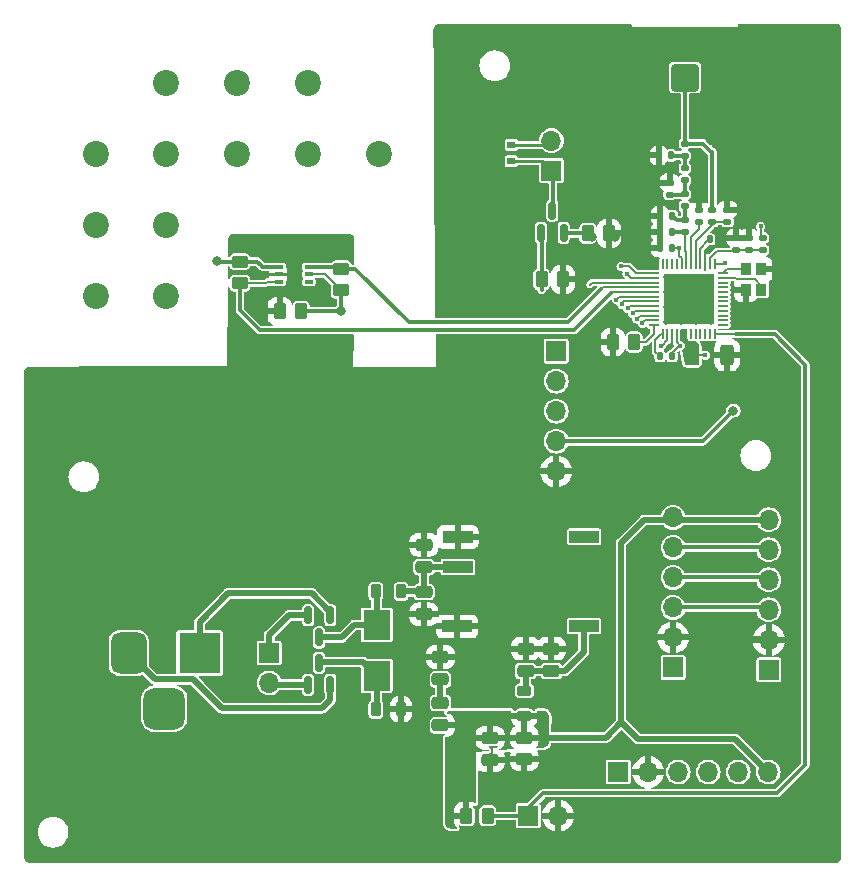
<source format=gbr>
%TF.GenerationSoftware,KiCad,Pcbnew,(6.0.7)*%
%TF.CreationDate,2022-10-02T00:57:54+02:00*%
%TF.ProjectId,sensor_modul,73656e73-6f72-45f6-9d6f-64756c2e6b69,rev?*%
%TF.SameCoordinates,Original*%
%TF.FileFunction,Copper,L1,Top*%
%TF.FilePolarity,Positive*%
%FSLAX46Y46*%
G04 Gerber Fmt 4.6, Leading zero omitted, Abs format (unit mm)*
G04 Created by KiCad (PCBNEW (6.0.7)) date 2022-10-02 00:57:54*
%MOMM*%
%LPD*%
G01*
G04 APERTURE LIST*
G04 Aperture macros list*
%AMRoundRect*
0 Rectangle with rounded corners*
0 $1 Rounding radius*
0 $2 $3 $4 $5 $6 $7 $8 $9 X,Y pos of 4 corners*
0 Add a 4 corners polygon primitive as box body*
4,1,4,$2,$3,$4,$5,$6,$7,$8,$9,$2,$3,0*
0 Add four circle primitives for the rounded corners*
1,1,$1+$1,$2,$3*
1,1,$1+$1,$4,$5*
1,1,$1+$1,$6,$7*
1,1,$1+$1,$8,$9*
0 Add four rect primitives between the rounded corners*
20,1,$1+$1,$2,$3,$4,$5,0*
20,1,$1+$1,$4,$5,$6,$7,0*
20,1,$1+$1,$6,$7,$8,$9,0*
20,1,$1+$1,$8,$9,$2,$3,0*%
G04 Aperture macros list end*
%TA.AperFunction,ComponentPad*%
%ADD10RoundRect,0.200100X-0.949900X-0.949900X0.949900X-0.949900X0.949900X0.949900X-0.949900X0.949900X0*%
%TD*%
%TA.AperFunction,ComponentPad*%
%ADD11C,2.500000*%
%TD*%
%TA.AperFunction,SMDPad,CuDef*%
%ADD12RoundRect,0.135000X0.135000X0.185000X-0.135000X0.185000X-0.135000X-0.185000X0.135000X-0.185000X0*%
%TD*%
%TA.AperFunction,SMDPad,CuDef*%
%ADD13RoundRect,0.218750X-0.218750X-0.381250X0.218750X-0.381250X0.218750X0.381250X-0.218750X0.381250X0*%
%TD*%
%TA.AperFunction,SMDPad,CuDef*%
%ADD14RoundRect,0.250000X-0.450000X0.262500X-0.450000X-0.262500X0.450000X-0.262500X0.450000X0.262500X0*%
%TD*%
%TA.AperFunction,SMDPad,CuDef*%
%ADD15RoundRect,0.250000X-0.475000X0.250000X-0.475000X-0.250000X0.475000X-0.250000X0.475000X0.250000X0*%
%TD*%
%TA.AperFunction,ComponentPad*%
%ADD16R,3.500000X3.500000*%
%TD*%
%TA.AperFunction,ComponentPad*%
%ADD17RoundRect,0.750000X-0.750000X-1.000000X0.750000X-1.000000X0.750000X1.000000X-0.750000X1.000000X0*%
%TD*%
%TA.AperFunction,ComponentPad*%
%ADD18RoundRect,0.875000X-0.875000X-0.875000X0.875000X-0.875000X0.875000X0.875000X-0.875000X0.875000X0*%
%TD*%
%TA.AperFunction,SMDPad,CuDef*%
%ADD19RoundRect,0.135000X-0.185000X0.135000X-0.185000X-0.135000X0.185000X-0.135000X0.185000X0.135000X0*%
%TD*%
%TA.AperFunction,SMDPad,CuDef*%
%ADD20R,0.700000X0.600000*%
%TD*%
%TA.AperFunction,SMDPad,CuDef*%
%ADD21RoundRect,0.150000X-0.150000X0.587500X-0.150000X-0.587500X0.150000X-0.587500X0.150000X0.587500X0*%
%TD*%
%TA.AperFunction,ComponentPad*%
%ADD22R,1.700000X1.700000*%
%TD*%
%TA.AperFunction,ComponentPad*%
%ADD23O,1.700000X1.700000*%
%TD*%
%TA.AperFunction,SMDPad,CuDef*%
%ADD24RoundRect,0.218750X-0.381250X0.218750X-0.381250X-0.218750X0.381250X-0.218750X0.381250X0.218750X0*%
%TD*%
%TA.AperFunction,SMDPad,CuDef*%
%ADD25RoundRect,0.150000X0.150000X-0.587500X0.150000X0.587500X-0.150000X0.587500X-0.150000X-0.587500X0*%
%TD*%
%TA.AperFunction,SMDPad,CuDef*%
%ADD26RoundRect,0.135000X-0.135000X-0.185000X0.135000X-0.185000X0.135000X0.185000X-0.135000X0.185000X0*%
%TD*%
%TA.AperFunction,SMDPad,CuDef*%
%ADD27RoundRect,0.050000X0.350000X0.050000X-0.350000X0.050000X-0.350000X-0.050000X0.350000X-0.050000X0*%
%TD*%
%TA.AperFunction,SMDPad,CuDef*%
%ADD28RoundRect,0.050000X0.050000X0.350000X-0.050000X0.350000X-0.050000X-0.350000X0.050000X-0.350000X0*%
%TD*%
%TA.AperFunction,ComponentPad*%
%ADD29C,0.500000*%
%TD*%
%TA.AperFunction,SMDPad,CuDef*%
%ADD30R,4.300000X4.300000*%
%TD*%
%TA.AperFunction,SMDPad,CuDef*%
%ADD31RoundRect,0.135000X0.185000X-0.135000X0.185000X0.135000X-0.185000X0.135000X-0.185000X-0.135000X0*%
%TD*%
%TA.AperFunction,SMDPad,CuDef*%
%ADD32RoundRect,0.250000X-0.262500X-0.450000X0.262500X-0.450000X0.262500X0.450000X-0.262500X0.450000X0*%
%TD*%
%TA.AperFunction,SMDPad,CuDef*%
%ADD33RoundRect,0.250000X-0.312500X-0.625000X0.312500X-0.625000X0.312500X0.625000X-0.312500X0.625000X0*%
%TD*%
%TA.AperFunction,SMDPad,CuDef*%
%ADD34RoundRect,0.250000X0.475000X-0.250000X0.475000X0.250000X-0.475000X0.250000X-0.475000X-0.250000X0*%
%TD*%
%TA.AperFunction,SMDPad,CuDef*%
%ADD35R,2.500000X1.000000*%
%TD*%
%TA.AperFunction,SMDPad,CuDef*%
%ADD36RoundRect,0.075000X-0.300000X-0.075000X0.300000X-0.075000X0.300000X0.075000X-0.300000X0.075000X0*%
%TD*%
%TA.AperFunction,SMDPad,CuDef*%
%ADD37R,1.300000X2.000000*%
%TD*%
%TA.AperFunction,SMDPad,CuDef*%
%ADD38R,2.300000X2.500000*%
%TD*%
%TA.AperFunction,SMDPad,CuDef*%
%ADD39RoundRect,0.250000X0.450000X-0.262500X0.450000X0.262500X-0.450000X0.262500X-0.450000X-0.262500X0*%
%TD*%
%TA.AperFunction,SMDPad,CuDef*%
%ADD40RoundRect,0.250000X0.262500X0.450000X-0.262500X0.450000X-0.262500X-0.450000X0.262500X-0.450000X0*%
%TD*%
%TA.AperFunction,SMDPad,CuDef*%
%ADD41R,0.900000X1.100000*%
%TD*%
%TA.AperFunction,ViaPad*%
%ADD42C,2.200000*%
%TD*%
%TA.AperFunction,ViaPad*%
%ADD43C,0.400000*%
%TD*%
%TA.AperFunction,ViaPad*%
%ADD44C,0.800000*%
%TD*%
%TA.AperFunction,Conductor*%
%ADD45C,0.350000*%
%TD*%
%TA.AperFunction,Conductor*%
%ADD46C,0.500000*%
%TD*%
%TA.AperFunction,Conductor*%
%ADD47C,0.300000*%
%TD*%
%TA.AperFunction,Conductor*%
%ADD48C,0.250000*%
%TD*%
%TA.AperFunction,Conductor*%
%ADD49C,0.200000*%
%TD*%
G04 APERTURE END LIST*
D10*
%TO.P,J2,1,In*%
%TO.N,Net-(C3-Pad1)*%
X117900000Y-32500000D03*
D11*
%TO.P,J2,2,Ext*%
%TO.N,GND*%
X115360000Y-35040000D03*
X115360000Y-29960000D03*
X120440000Y-29960000D03*
X120440000Y-35040000D03*
%TD*%
D12*
%TO.P,C10,1*%
%TO.N,Net-(C10-Pad1)*%
X116810000Y-45600000D03*
%TO.P,C10,2*%
%TO.N,GND*%
X115790000Y-45600000D03*
%TD*%
D13*
%TO.P,FB1,1*%
%TO.N,Net-(D1-Pad2)*%
X91737500Y-76000000D03*
%TO.P,FB1,2*%
%TO.N,Net-(C18-Pad1)*%
X93862500Y-76000000D03*
%TD*%
D14*
%TO.P,C1,1*%
%TO.N,+3V3*%
X104300000Y-88387500D03*
%TO.P,C1,2*%
%TO.N,GND*%
X104300000Y-90212500D03*
%TD*%
D12*
%TO.P,C14,1*%
%TO.N,VDCDC*%
X116810000Y-46900000D03*
%TO.P,C14,2*%
%TO.N,GND*%
X115790000Y-46900000D03*
%TD*%
D15*
%TO.P,C19,1*%
%TO.N,Net-(C18-Pad1)*%
X95800000Y-76050000D03*
%TO.P,C19,2*%
%TO.N,GND*%
X95800000Y-77950000D03*
%TD*%
D16*
%TO.P,J3,1*%
%TO.N,Net-(D4-Pad1)*%
X76800000Y-81242500D03*
D17*
%TO.P,J3,2*%
%TO.N,Net-(D5-Pad2)*%
X70800000Y-81242500D03*
D18*
%TO.P,J3,3*%
%TO.N,N/C*%
X73800000Y-85942500D03*
%TD*%
D19*
%TO.P,L2,1*%
%TO.N,Net-(C3-Pad2)*%
X117900000Y-40190000D03*
%TO.P,L2,2*%
%TO.N,Net-(C6-Pad1)*%
X117900000Y-41210000D03*
%TD*%
D20*
%TO.P,D3,1,K*%
%TO.N,+3V3*%
X103200000Y-38200000D03*
%TO.P,D3,2,A*%
%TO.N,Net-(D3-Pad2)*%
X103200000Y-39600000D03*
%TD*%
D21*
%TO.P,D4,1,A*%
%TO.N,Net-(D4-Pad1)*%
X87875000Y-78037500D03*
%TO.P,D4,2,A*%
%TO.N,Net-(D4-Pad2)*%
X85975000Y-78037500D03*
%TO.P,D4,3,K*%
%TO.N,Net-(D1-Pad2)*%
X86925000Y-79912500D03*
%TD*%
D22*
%TO.P,TH1,1*%
%TO.N,/EFR32/Temp_sense*%
X104625000Y-95000000D03*
D23*
%TO.P,TH1,2*%
%TO.N,GND*%
X107165000Y-95000000D03*
%TD*%
D24*
%TO.P,FB3,1*%
%TO.N,Net-(C20-Pad1)*%
X104300000Y-84437500D03*
%TO.P,FB3,2*%
%TO.N,+3V3*%
X104300000Y-86562500D03*
%TD*%
D22*
%TO.P,J1,1,Pin_1*%
%TO.N,/EFR32/SPI_CS1*%
X116900000Y-82450000D03*
D23*
%TO.P,J1,2,Pin_2*%
%TO.N,GND*%
X116900000Y-79910000D03*
%TO.P,J1,3,Pin_3*%
%TO.N,/EFR32/SPI_CLK*%
X116900000Y-77370000D03*
%TO.P,J1,4,Pin_4*%
%TO.N,/EFR32/SPI_MOSI*%
X116900000Y-74830000D03*
%TO.P,J1,5,Pin_5*%
%TO.N,/EFR32/SPI_MISO*%
X116900000Y-72290000D03*
%TO.P,J1,6,Pin_6*%
%TO.N,+3V3*%
X116900000Y-69750000D03*
%TD*%
D14*
%TO.P,R2,1*%
%TO.N,+3V3*%
X80200000Y-48087500D03*
%TO.P,R2,2*%
%TO.N,/Air_Quality_sensor/AQ_SENSOR_SDA*%
X80200000Y-49912500D03*
%TD*%
D25*
%TO.P,Q1,1,G*%
%TO.N,/EFR32/FAN_ctrl*%
X105725000Y-45637500D03*
%TO.P,Q1,2,S*%
%TO.N,Net-(Q1-Pad2)*%
X107625000Y-45637500D03*
%TO.P,Q1,3,D*%
%TO.N,Net-(D3-Pad2)*%
X106675000Y-43762500D03*
%TD*%
D26*
%TO.P,C12,1*%
%TO.N,Net-(C12-Pad1)*%
X119990000Y-46200000D03*
%TO.P,C12,2*%
%TO.N,GND*%
X121010000Y-46200000D03*
%TD*%
D22*
%TO.P,J4,1,Pin_1*%
%TO.N,/EFR32/SPI_CS2*%
X112250000Y-91300000D03*
D23*
%TO.P,J4,2,Pin_2*%
%TO.N,GND*%
X114790000Y-91300000D03*
%TO.P,J4,3,Pin_3*%
%TO.N,/EFR32/SPI_CLK*%
X117330000Y-91300000D03*
%TO.P,J4,4,Pin_4*%
%TO.N,/EFR32/SPI_MOSI*%
X119870000Y-91300000D03*
%TO.P,J4,5,Pin_5*%
%TO.N,/EFR32/SPI_MISO*%
X122410000Y-91300000D03*
%TO.P,J4,6,Pin_6*%
%TO.N,+3V3*%
X124950000Y-91300000D03*
%TD*%
D15*
%TO.P,C22,1*%
%TO.N,+3V3*%
X101400000Y-88400000D03*
%TO.P,C22,2*%
%TO.N,GND*%
X101400000Y-90300000D03*
%TD*%
D12*
%TO.P,C8,1*%
%TO.N,Net-(C8-Pad1)*%
X116810000Y-44200000D03*
%TO.P,C8,2*%
%TO.N,GND*%
X115790000Y-44200000D03*
%TD*%
D27*
%TO.P,U2,1,PC00*%
%TO.N,unconnected-(U2-Pad1)*%
X121160000Y-53465000D03*
%TO.P,U2,2,PC01*%
%TO.N,unconnected-(U2-Pad2)*%
X121160000Y-53065000D03*
%TO.P,U2,3,PC02*%
%TO.N,unconnected-(U2-Pad3)*%
X121160000Y-52665000D03*
%TO.P,U2,4,PC03*%
%TO.N,unconnected-(U2-Pad4)*%
X121160000Y-52265000D03*
%TO.P,U2,5,PC04*%
%TO.N,unconnected-(U2-Pad5)*%
X121160000Y-51865000D03*
%TO.P,U2,6,PC05*%
%TO.N,unconnected-(U2-Pad6)*%
X121160000Y-51465000D03*
%TO.P,U2,7,PC06*%
%TO.N,unconnected-(U2-Pad7)*%
X121160000Y-51065000D03*
%TO.P,U2,8,PC07*%
%TO.N,unconnected-(U2-Pad8)*%
X121160000Y-50665000D03*
%TO.P,U2,9,PC08*%
%TO.N,unconnected-(U2-Pad9)*%
X121160000Y-50265000D03*
%TO.P,U2,10,PC09*%
%TO.N,unconnected-(U2-Pad10)*%
X121160000Y-49865000D03*
%TO.P,U2,11,HFXTAL_1*%
%TO.N,Net-(U2-Pad11)*%
X121160000Y-49465000D03*
%TO.P,U2,12,HFXTAL_0*%
%TO.N,Net-(U2-Pad12)*%
X121160000Y-49065000D03*
D28*
%TO.P,U2,13,RESET*%
%TO.N,/EFR32/RESET*%
X120410000Y-48315000D03*
%TO.P,U2,14,RFVDD*%
%TO.N,Net-(C7-Pad1)*%
X120010000Y-48315000D03*
%TO.P,U2,15,RFVSS*%
%TO.N,GND*%
X119610000Y-48315000D03*
%TO.P,U2,16,SUBG_I1*%
%TO.N,Net-(C12-Pad1)*%
X119210000Y-48315000D03*
%TO.P,U2,17,SUBG_I0*%
%TO.N,Net-(C5-Pad1)*%
X118810000Y-48315000D03*
%TO.P,U2,18,SUBG_O1*%
%TO.N,Net-(C13-Pad1)*%
X118410000Y-48315000D03*
%TO.P,U2,19,SUBG_O0*%
%TO.N,Net-(C10-Pad1)*%
X118010000Y-48315000D03*
%TO.P,U2,20,PAVDD*%
%TO.N,VDCDC*%
X117610000Y-48315000D03*
%TO.P,U2,21,PB03*%
%TO.N,unconnected-(U2-Pad21)*%
X117210000Y-48315000D03*
%TO.P,U2,22,PB02*%
%TO.N,unconnected-(U2-Pad22)*%
X116810000Y-48315000D03*
%TO.P,U2,23,PB01*%
%TO.N,unconnected-(U2-Pad23)*%
X116410000Y-48315000D03*
%TO.P,U2,24,PB00*%
%TO.N,unconnected-(U2-Pad24)*%
X116010000Y-48315000D03*
D27*
%TO.P,U2,25,PA00*%
%TO.N,/EFR32/SWDIO*%
X115260000Y-49065000D03*
%TO.P,U2,26,PA01*%
%TO.N,/EFR32/SWCLK*%
X115260000Y-49465000D03*
%TO.P,U2,27,PA02*%
%TO.N,/EFR32/FAN_ctrl*%
X115260000Y-49865000D03*
%TO.P,U2,28,PA03*%
%TO.N,/Air_Quality_sensor/AQ_SENSOR_SCL*%
X115260000Y-50265000D03*
%TO.P,U2,29,PA04*%
%TO.N,/Air_Quality_sensor/AQ_SENSOR_SDA*%
X115260000Y-50665000D03*
%TO.P,U2,30,PA05*%
%TO.N,/EFR32/SPI_CS2*%
X115260000Y-51065000D03*
%TO.P,U2,31,PA06*%
%TO.N,/EFR32/SPI_CS3*%
X115260000Y-51465000D03*
%TO.P,U2,32,PA07*%
%TO.N,/EFR32/SPI_CS1*%
X115260000Y-51865000D03*
%TO.P,U2,33,PA08*%
%TO.N,/EFR32/SPI_CLK*%
X115260000Y-52265000D03*
%TO.P,U2,34,PA09*%
%TO.N,/EFR32/SPI_MOSI*%
X115260000Y-52665000D03*
%TO.P,U2,35,PA10*%
%TO.N,/EFR32/SPI_MISO*%
X115260000Y-53065000D03*
%TO.P,U2,36,DECOUPLE*%
%TO.N,Net-(C16-Pad1)*%
X115260000Y-53465000D03*
D28*
%TO.P,U2,37,VREGSW*%
%TO.N,Net-(L6-Pad1)*%
X116010000Y-54215000D03*
%TO.P,U2,38,VREGVDD*%
%TO.N,+3V3*%
X116410000Y-54215000D03*
%TO.P,U2,39,VREGVSS*%
%TO.N,GND*%
X116810000Y-54215000D03*
%TO.P,U2,40,DVDD*%
%TO.N,VDCDC*%
X117210000Y-54215000D03*
%TO.P,U2,41,AVDD*%
%TO.N,+3V3*%
X117610000Y-54215000D03*
%TO.P,U2,42,IOVDD*%
X118010000Y-54215000D03*
%TO.P,U2,43,PD05*%
%TO.N,unconnected-(U2-Pad43)*%
X118410000Y-54215000D03*
%TO.P,U2,44,PD04*%
%TO.N,unconnected-(U2-Pad44)*%
X118810000Y-54215000D03*
%TO.P,U2,45,PD03*%
%TO.N,unconnected-(U2-Pad45)*%
X119210000Y-54215000D03*
%TO.P,U2,46,PD02*%
%TO.N,unconnected-(U2-Pad46)*%
X119610000Y-54215000D03*
%TO.P,U2,47,PD01*%
%TO.N,unconnected-(U2-Pad47)*%
X120010000Y-54215000D03*
%TO.P,U2,48,PD00*%
%TO.N,/EFR32/Temp_sense*%
X120410000Y-54215000D03*
D29*
%TO.P,U2,49*%
%TO.N,N/C*%
X120110000Y-50631667D03*
X118843333Y-49365000D03*
X117576667Y-51898333D03*
X117576667Y-50631667D03*
X118843333Y-53165000D03*
X116310000Y-50631667D03*
X118843333Y-50631667D03*
X116310000Y-49365000D03*
X116310000Y-51898333D03*
X116310000Y-53165000D03*
D30*
X118210000Y-51265000D03*
D29*
X120110000Y-51898333D03*
X117576667Y-53165000D03*
X118843333Y-51898333D03*
X120110000Y-49365000D03*
X120110000Y-53165000D03*
X117576667Y-49365000D03*
%TD*%
D31*
%TO.P,C9,1*%
%TO.N,Net-(C7-Pad1)*%
X122200000Y-47110000D03*
%TO.P,C9,2*%
%TO.N,GND*%
X122200000Y-46090000D03*
%TD*%
D26*
%TO.P,L6,1*%
%TO.N,Net-(L6-Pad1)*%
X115790000Y-56100000D03*
%TO.P,L6,2*%
%TO.N,VDCDC*%
X116810000Y-56100000D03*
%TD*%
D19*
%TO.P,L4,1*%
%TO.N,Net-(C6-Pad1)*%
X117900000Y-42390000D03*
%TO.P,L4,2*%
%TO.N,Net-(C8-Pad1)*%
X117900000Y-43410000D03*
%TD*%
D32*
%TO.P,R5,1*%
%TO.N,/EFR32/FAN_ctrl*%
X105762500Y-49600000D03*
%TO.P,R5,2*%
%TO.N,GND*%
X107587500Y-49600000D03*
%TD*%
D25*
%TO.P,D5,1,A*%
%TO.N,Net-(D5-Pad1)*%
X85975000Y-83912500D03*
%TO.P,D5,2,A*%
%TO.N,Net-(D5-Pad2)*%
X87875000Y-83912500D03*
%TO.P,D5,3,K*%
%TO.N,Net-(D1-Pad1)*%
X86925000Y-82037500D03*
%TD*%
D33*
%TO.P,C15,1*%
%TO.N,+3V3*%
X118537500Y-56000000D03*
%TO.P,C15,2*%
%TO.N,GND*%
X121462500Y-56000000D03*
%TD*%
D32*
%TO.P,R3,1*%
%TO.N,+3V3*%
X99387500Y-95000000D03*
%TO.P,R3,2*%
%TO.N,/EFR32/Temp_sense*%
X101212500Y-95000000D03*
%TD*%
D34*
%TO.P,C18,1*%
%TO.N,Net-(C18-Pad1)*%
X95800000Y-73950000D03*
%TO.P,C18,2*%
%TO.N,GND*%
X95800000Y-72050000D03*
%TD*%
D35*
%TO.P,U3,1,GND*%
%TO.N,GND*%
X98664450Y-71405900D03*
%TO.P,U3,2,Vin*%
%TO.N,Net-(C18-Pad1)*%
X98664450Y-73945900D03*
%TO.P,U3,4,GND*%
%TO.N,GND*%
X98616750Y-78975100D03*
%TO.P,U3,5,Vout*%
%TO.N,Net-(C20-Pad1)*%
X109335550Y-78949700D03*
%TO.P,U3,8*%
%TO.N,N/C*%
X109383250Y-71380500D03*
%TD*%
D22*
%TO.P,J7,1,Pin_1*%
%TO.N,+3V3*%
X107000000Y-55675000D03*
D23*
%TO.P,J7,2,Pin_2*%
%TO.N,/EFR32/SWDIO*%
X107000000Y-58215000D03*
%TO.P,J7,3,Pin_3*%
%TO.N,/EFR32/SWCLK*%
X107000000Y-60755000D03*
%TO.P,J7,4,Pin_4*%
%TO.N,/EFR32/RESET*%
X107000000Y-63295000D03*
%TO.P,J7,5,Pin_5*%
%TO.N,GND*%
X107000000Y-65835000D03*
%TD*%
D31*
%TO.P,C6,1*%
%TO.N,Net-(C6-Pad1)*%
X116600000Y-42410000D03*
%TO.P,C6,2*%
%TO.N,GND*%
X116600000Y-41390000D03*
%TD*%
D19*
%TO.P,C3,1*%
%TO.N,Net-(C3-Pad1)*%
X117900000Y-38090000D03*
%TO.P,C3,2*%
%TO.N,Net-(C3-Pad2)*%
X117900000Y-39110000D03*
%TD*%
D12*
%TO.P,C4,1*%
%TO.N,Net-(C3-Pad2)*%
X116710000Y-39100000D03*
%TO.P,C4,2*%
%TO.N,GND*%
X115690000Y-39100000D03*
%TD*%
D22*
%TO.P,J6,1,Pin_1*%
%TO.N,Net-(D3-Pad2)*%
X106600000Y-40375000D03*
D23*
%TO.P,J6,2,Pin_2*%
%TO.N,+3V3*%
X106600000Y-37835000D03*
%TD*%
D36*
%TO.P,U1,1,VDD*%
%TO.N,+3V3*%
X83560000Y-48515000D03*
%TO.P,U1,2,VSS*%
%TO.N,GND*%
X83560000Y-49165000D03*
%TO.P,U1,3,SDA*%
%TO.N,/Air_Quality_sensor/AQ_SENSOR_SDA*%
X83560000Y-49815000D03*
%TO.P,U1,4,nc*%
%TO.N,unconnected-(U1-Pad4)*%
X86060000Y-49815000D03*
%TO.P,U1,5,VDDH*%
%TO.N,+3V3*%
X86060000Y-49165000D03*
%TO.P,U1,6,SCL*%
%TO.N,/Air_Quality_sensor/AQ_SENSOR_SCL*%
X86060000Y-48515000D03*
D37*
%TO.P,U1,7*%
%TO.N,GND*%
X84810000Y-49165000D03*
%TD*%
D38*
%TO.P,D1,1,A1*%
%TO.N,Net-(D1-Pad1)*%
X91800000Y-83150000D03*
%TO.P,D1,2,A2*%
%TO.N,Net-(D1-Pad2)*%
X91800000Y-78850000D03*
%TD*%
D31*
%TO.P,C5,1*%
%TO.N,Net-(C5-Pad1)*%
X121500000Y-44710000D03*
%TO.P,C5,2*%
%TO.N,GND*%
X121500000Y-43690000D03*
%TD*%
D13*
%TO.P,FB2,1*%
%TO.N,Net-(D1-Pad1)*%
X91737500Y-86000000D03*
%TO.P,FB2,2*%
%TO.N,GND*%
X93862500Y-86000000D03*
%TD*%
D31*
%TO.P,C7,1*%
%TO.N,Net-(C7-Pad1)*%
X123300000Y-47110000D03*
%TO.P,C7,2*%
%TO.N,GND*%
X123300000Y-46090000D03*
%TD*%
D39*
%TO.P,R1,1*%
%TO.N,+3V3*%
X88800000Y-50512500D03*
%TO.P,R1,2*%
%TO.N,/Air_Quality_sensor/AQ_SENSOR_SCL*%
X88800000Y-48687500D03*
%TD*%
D40*
%TO.P,C16,1*%
%TO.N,Net-(C16-Pad1)*%
X113612500Y-54900000D03*
%TO.P,C16,2*%
%TO.N,GND*%
X111787500Y-54900000D03*
%TD*%
%TO.P,C2,1*%
%TO.N,+3V3*%
X85412500Y-52300000D03*
%TO.P,C2,2*%
%TO.N,GND*%
X83587500Y-52300000D03*
%TD*%
D34*
%TO.P,R4,1*%
%TO.N,Net-(D2-Pad1)*%
X97200000Y-83450000D03*
%TO.P,R4,2*%
%TO.N,GND*%
X97200000Y-81550000D03*
%TD*%
D32*
%TO.P,R6,1*%
%TO.N,Net-(Q1-Pad2)*%
X109662500Y-45700000D03*
%TO.P,R6,2*%
%TO.N,GND*%
X111487500Y-45700000D03*
%TD*%
D22*
%TO.P,J5,1,Pin_1*%
%TO.N,/EFR32/SPI_CS3*%
X125000000Y-82650000D03*
D23*
%TO.P,J5,2,Pin_2*%
%TO.N,GND*%
X125000000Y-80110000D03*
%TO.P,J5,3,Pin_3*%
%TO.N,/EFR32/SPI_CLK*%
X125000000Y-77570000D03*
%TO.P,J5,4,Pin_4*%
%TO.N,/EFR32/SPI_MOSI*%
X125000000Y-75030000D03*
%TO.P,J5,5,Pin_5*%
%TO.N,/EFR32/SPI_MISO*%
X125000000Y-72490000D03*
%TO.P,J5,6,Pin_6*%
%TO.N,+3V3*%
X125000000Y-69950000D03*
%TD*%
D19*
%TO.P,L1,1*%
%TO.N,Net-(C3-Pad1)*%
X120200000Y-43690000D03*
%TO.P,L1,2*%
%TO.N,Net-(C5-Pad1)*%
X120200000Y-44710000D03*
%TD*%
D15*
%TO.P,D2,1,K*%
%TO.N,Net-(D2-Pad1)*%
X97200000Y-85450000D03*
%TO.P,D2,2,A*%
%TO.N,+3V3*%
X97200000Y-87350000D03*
%TD*%
D22*
%TO.P,J8,1,Pin_1*%
%TO.N,Net-(D4-Pad2)*%
X82700000Y-81225000D03*
D23*
%TO.P,J8,2,Pin_2*%
%TO.N,Net-(D5-Pad1)*%
X82700000Y-83765000D03*
%TD*%
D31*
%TO.P,C13,1*%
%TO.N,Net-(C13-Pad1)*%
X119100000Y-44710000D03*
%TO.P,C13,2*%
%TO.N,GND*%
X119100000Y-43690000D03*
%TD*%
D41*
%TO.P,Y1,1,1*%
%TO.N,Net-(U2-Pad11)*%
X124350000Y-50450000D03*
%TO.P,Y1,2,2*%
%TO.N,GND*%
X124350000Y-48750000D03*
%TO.P,Y1,3,3*%
%TO.N,Net-(U2-Pad12)*%
X123050000Y-48750000D03*
%TO.P,Y1,4,4*%
%TO.N,GND*%
X123050000Y-50450000D03*
%TD*%
D19*
%TO.P,L3,1*%
%TO.N,VDCDC*%
X124500000Y-46090000D03*
%TO.P,L3,2*%
%TO.N,Net-(C7-Pad1)*%
X124500000Y-47110000D03*
%TD*%
%TO.P,L5,1*%
%TO.N,Net-(C8-Pad1)*%
X117900000Y-44590000D03*
%TO.P,L5,2*%
%TO.N,Net-(C10-Pad1)*%
X117900000Y-45610000D03*
%TD*%
D34*
%TO.P,C21,1*%
%TO.N,Net-(C20-Pad1)*%
X104400000Y-82750000D03*
%TO.P,C21,2*%
%TO.N,GND*%
X104400000Y-80850000D03*
%TD*%
%TO.P,C20,1*%
%TO.N,Net-(C20-Pad1)*%
X106600000Y-82750000D03*
%TO.P,C20,2*%
%TO.N,GND*%
X106600000Y-80850000D03*
%TD*%
D42*
%TO.N,*%
X68000000Y-39000000D03*
X74000000Y-33000000D03*
X74000000Y-39000000D03*
X68000000Y-51000000D03*
X74000000Y-51000000D03*
X68000000Y-45000000D03*
X86000000Y-33000000D03*
X92000000Y-39000000D03*
X74000000Y-45000000D03*
X80000000Y-33000000D03*
X86000000Y-39000000D03*
X80000000Y-39000000D03*
D43*
%TO.N,/EFR32/SPI_CS1*%
X113036532Y-52038612D03*
%TO.N,+3V3*%
X115900000Y-55200000D03*
D44*
X99300000Y-88500000D03*
X99300000Y-86900000D03*
X78300000Y-48000000D03*
X88800000Y-52300000D03*
X102300000Y-86900000D03*
D43*
X119600000Y-56000000D03*
D44*
X100700000Y-86900000D03*
%TO.N,GND*%
X129500000Y-55500000D03*
X110000000Y-46000000D03*
X63600000Y-58200000D03*
D43*
X119200000Y-39900000D03*
D44*
X129500000Y-49500000D03*
X63600000Y-76300000D03*
X73660000Y-63500000D03*
X86100000Y-46300000D03*
D43*
X119200000Y-41800000D03*
D44*
X129500000Y-65500000D03*
X75000000Y-60000000D03*
X129500000Y-93500000D03*
X117500000Y-98000000D03*
X125500000Y-41500000D03*
X129500000Y-47500000D03*
X73500000Y-98000000D03*
X88900000Y-63500000D03*
X127500000Y-35500000D03*
X87500000Y-98000000D03*
X78740000Y-71120000D03*
X129500000Y-37500000D03*
X106000000Y-31900000D03*
X70000000Y-67620000D03*
X129500000Y-77500000D03*
X63600000Y-72300000D03*
X125500000Y-37500000D03*
X127500000Y-49500000D03*
X110000000Y-42000000D03*
X127500000Y-47500000D03*
X109500000Y-98000000D03*
X110000000Y-44000000D03*
X129500000Y-53500000D03*
X123500000Y-39500000D03*
X103500000Y-98000000D03*
X63600000Y-78300000D03*
X127500000Y-39500000D03*
X69465514Y-97941378D03*
X63600000Y-88300000D03*
X129500000Y-79500000D03*
X85000000Y-60000000D03*
X129500000Y-63500000D03*
X123500000Y-98000000D03*
X112000000Y-30000000D03*
D43*
X84800000Y-49900000D03*
D44*
X125500000Y-39500000D03*
X63600000Y-74300000D03*
D43*
X121200000Y-42400000D03*
D44*
X125500000Y-43500000D03*
X73660000Y-71120000D03*
X80000000Y-60000000D03*
X112000000Y-46000000D03*
X129500000Y-81500000D03*
X113500000Y-98000000D03*
X63600000Y-86300000D03*
X66200000Y-63500000D03*
X63600000Y-62200000D03*
X112000000Y-34000000D03*
X121500000Y-98000000D03*
X114000000Y-39000000D03*
X129500000Y-75500000D03*
X123500000Y-33500000D03*
X129500000Y-41500000D03*
X63600000Y-80300000D03*
X129500000Y-61500000D03*
X85000000Y-67620000D03*
X108000000Y-30000000D03*
X125500000Y-98000000D03*
X79500000Y-98000000D03*
X108000000Y-34000000D03*
X123500000Y-31500000D03*
X110000000Y-32000000D03*
X83820000Y-71120000D03*
X127500000Y-41500000D03*
X95500000Y-98000000D03*
X127500000Y-33500000D03*
X110000000Y-30000000D03*
D43*
X116616388Y-55209988D03*
D44*
X90000000Y-67620000D03*
X108000000Y-31900000D03*
X78740000Y-63500000D03*
X63600000Y-82300000D03*
X89500000Y-98000000D03*
X127500000Y-53500000D03*
X129500000Y-33500000D03*
X82600000Y-46300000D03*
X112000000Y-36000000D03*
X125500000Y-31500000D03*
X129500000Y-29500000D03*
X77500000Y-98000000D03*
X129500000Y-59500000D03*
X129500000Y-73500000D03*
X112000000Y-44000000D03*
X127500000Y-29500000D03*
X129500000Y-89500000D03*
X129500000Y-67500000D03*
X88300000Y-46300000D03*
X129500000Y-35500000D03*
X129500000Y-57500000D03*
X67486214Y-97894252D03*
X123500000Y-35500000D03*
X63600000Y-64200000D03*
D43*
X121200000Y-40800000D03*
D44*
X129500000Y-95500000D03*
X110000000Y-38000000D03*
X110000000Y-34000000D03*
X110000000Y-40000000D03*
X127500000Y-51500000D03*
X80000000Y-67620000D03*
X115500000Y-98000000D03*
X123500000Y-29500000D03*
X85500000Y-98000000D03*
X129500000Y-43500000D03*
X97500000Y-98000000D03*
X119500000Y-98000000D03*
X129500000Y-31500000D03*
X84400000Y-46300000D03*
X81500000Y-98000000D03*
X75000000Y-67620000D03*
X129500000Y-85500000D03*
X81600000Y-51500000D03*
X129500000Y-91500000D03*
X107500000Y-98000000D03*
X99500000Y-98000000D03*
X106000000Y-30000000D03*
X112000000Y-42000000D03*
D43*
X121200000Y-39200000D03*
D44*
X114000000Y-43000000D03*
X114000000Y-45000000D03*
X63600000Y-60200000D03*
D43*
X117000000Y-38000000D03*
D44*
X127500000Y-31500000D03*
X129500000Y-69500000D03*
X129500000Y-97500000D03*
X91500000Y-98000000D03*
X105500000Y-98000000D03*
D43*
X120600000Y-37800000D03*
D44*
X75500000Y-98000000D03*
X125500000Y-29500000D03*
X127500000Y-43500000D03*
X127500000Y-98000000D03*
X63600000Y-90300000D03*
X114000000Y-41000000D03*
X129500000Y-83500000D03*
X87100000Y-51100000D03*
X123500000Y-43500000D03*
X93500000Y-98000000D03*
X110000000Y-36000000D03*
X70000000Y-60000000D03*
X129500000Y-71500000D03*
X63600000Y-84300000D03*
X129500000Y-51500000D03*
X71500000Y-98000000D03*
X112000000Y-40000000D03*
X63600000Y-92300000D03*
X127500000Y-37500000D03*
X101500000Y-98000000D03*
X112000000Y-32000000D03*
X106000000Y-34000000D03*
X125500000Y-35500000D03*
X88900000Y-71120000D03*
D43*
X84800000Y-48400000D03*
D44*
X90000000Y-60000000D03*
X127500000Y-45500000D03*
X83820000Y-63500000D03*
X123500000Y-37500000D03*
X129500000Y-39500000D03*
X112000000Y-38000000D03*
X111500000Y-98000000D03*
X83500000Y-98000000D03*
X125500000Y-33500000D03*
X93980000Y-63500000D03*
X129500000Y-87500000D03*
X80700000Y-46300000D03*
X123500000Y-41500000D03*
X129500000Y-45500000D03*
D43*
%TO.N,VDCDC*%
X117400500Y-46900000D03*
X117500000Y-55200000D03*
X124300000Y-45100000D03*
%TO.N,/EFR32/SPI_CLK*%
X113467447Y-52455403D03*
%TO.N,/EFR32/SPI_MOSI*%
X113820904Y-52939625D03*
%TO.N,/EFR32/SPI_MISO*%
X114300000Y-53300000D03*
%TO.N,/EFR32/SPI_CS2*%
X112088752Y-51304351D03*
%TO.N,/EFR32/SPI_CS3*%
X112558478Y-51676856D03*
%TO.N,/EFR32/RESET*%
X121300000Y-48200000D03*
D44*
X122000000Y-60700000D03*
D43*
%TO.N,/EFR32/SWDIO*%
X112500000Y-48500000D03*
%TO.N,/EFR32/SWCLK*%
X113000000Y-49100000D03*
%TD*%
D45*
%TO.N,Net-(C3-Pad1)*%
X117900000Y-38090000D02*
X117900000Y-32500000D01*
D46*
%TO.N,Net-(C18-Pad1)*%
X95750000Y-76000000D02*
X95800000Y-76050000D01*
X93862500Y-76000000D02*
X95750000Y-76000000D01*
X95800000Y-73950000D02*
X98251100Y-73950000D01*
X95800000Y-76050000D02*
X95800000Y-73950000D01*
%TO.N,Net-(D1-Pad1)*%
X91800000Y-83150000D02*
X91800000Y-85937500D01*
X86962500Y-82000000D02*
X86925000Y-82037500D01*
X91800000Y-83150000D02*
X90650000Y-82000000D01*
D47*
X86925000Y-82037500D02*
X88350000Y-82037500D01*
D46*
X91800000Y-85937500D02*
X91737500Y-86000000D01*
X90650000Y-82000000D02*
X86962500Y-82000000D01*
%TO.N,Net-(D1-Pad2)*%
X88850000Y-79912500D02*
X89912500Y-78850000D01*
X89912500Y-78850000D02*
X91800000Y-78850000D01*
X91800000Y-76062500D02*
X91737500Y-76000000D01*
X91800000Y-78850000D02*
X91800000Y-76062500D01*
X88850000Y-79912500D02*
X86925000Y-79912500D01*
%TO.N,Net-(D2-Pad1)*%
X97200000Y-85450000D02*
X97200000Y-83450000D01*
D47*
%TO.N,Net-(D3-Pad2)*%
X106700000Y-43737500D02*
X106700000Y-40500000D01*
X106675000Y-43762500D02*
X106700000Y-43737500D01*
D48*
X105825000Y-39600000D02*
X106600000Y-40375000D01*
X103200000Y-39600000D02*
X105825000Y-39600000D01*
D49*
%TO.N,/EFR32/SPI_CS1*%
X113210144Y-51865000D02*
X113036532Y-52038612D01*
X115260000Y-51865000D02*
X113210144Y-51865000D01*
D48*
%TO.N,+3V3*%
X103200000Y-38200000D02*
X106235000Y-38200000D01*
D49*
X115919975Y-55200000D02*
X116410000Y-54709975D01*
X116410000Y-54709975D02*
X116410000Y-54215000D01*
D47*
X99300000Y-94912500D02*
X99387500Y-95000000D01*
D48*
X106235000Y-38200000D02*
X106600000Y-37835000D01*
D45*
X80200000Y-48087500D02*
X78387500Y-48087500D01*
D46*
X125000000Y-69950000D02*
X114450000Y-69950000D01*
D45*
X81687500Y-48087500D02*
X82000000Y-48400000D01*
D49*
X119600000Y-56000000D02*
X118337500Y-56000000D01*
D45*
X85412500Y-52300000D02*
X88800000Y-52300000D01*
D46*
X114450000Y-69950000D02*
X112500000Y-71900000D01*
D47*
X83560000Y-48515000D02*
X82115000Y-48515000D01*
D49*
X118537500Y-56000000D02*
X118300000Y-56000000D01*
X86060000Y-49165000D02*
X87452500Y-49165000D01*
D45*
X80200000Y-48087500D02*
X81687500Y-48087500D01*
D46*
X112500000Y-87100000D02*
X113900000Y-88500000D01*
X104300000Y-88387500D02*
X111212500Y-88387500D01*
X112500000Y-71900000D02*
X112500000Y-87100000D01*
X104300000Y-86562500D02*
X104300000Y-88387500D01*
D49*
X87452500Y-49165000D02*
X88800000Y-50512500D01*
X115900000Y-55200000D02*
X115919975Y-55200000D01*
D46*
X113900000Y-88500000D02*
X122150000Y-88500000D01*
D45*
X78387500Y-48087500D02*
X78300000Y-48000000D01*
D47*
X82115000Y-48515000D02*
X82000000Y-48400000D01*
D46*
X111212500Y-88387500D02*
X112500000Y-87100000D01*
X122150000Y-88500000D02*
X124950000Y-91300000D01*
D45*
X88800000Y-50512500D02*
X88800000Y-52300000D01*
D49*
%TO.N,GND*%
X119610000Y-48315000D02*
X119610000Y-48815000D01*
X116810000Y-54215000D02*
X116810000Y-55016376D01*
X116810000Y-55016376D02*
X116616388Y-55209988D01*
X119610000Y-48815000D02*
X119600000Y-48815000D01*
X119610000Y-48315000D02*
X119610000Y-47600000D01*
X124800000Y-79910000D02*
X125000000Y-80110000D01*
X116900000Y-79910000D02*
X124800000Y-79910000D01*
D45*
%TO.N,Net-(C3-Pad1)*%
X120200000Y-43690000D02*
X120200000Y-38800000D01*
X119390000Y-38090000D02*
X117900000Y-38090000D01*
X120200000Y-38900000D02*
X119390000Y-38090000D01*
%TO.N,Net-(C3-Pad2)*%
X117900000Y-40190000D02*
X117900000Y-39110000D01*
X116720000Y-39110000D02*
X116710000Y-39100000D01*
X117900000Y-39110000D02*
X116720000Y-39110000D01*
D49*
%TO.N,Net-(C5-Pad1)*%
X120200000Y-44965686D02*
X120200000Y-44710000D01*
X120200000Y-44710000D02*
X121500000Y-44710000D01*
X118810000Y-48315000D02*
X118810000Y-46355686D01*
X118810000Y-46355686D02*
X120200000Y-44965686D01*
D45*
%TO.N,Net-(C6-Pad1)*%
X116600000Y-42410000D02*
X117880000Y-42410000D01*
X117900000Y-42390000D02*
X117900000Y-41210000D01*
X117880000Y-42410000D02*
X117900000Y-42390000D01*
D49*
%TO.N,Net-(C7-Pad1)*%
X121910000Y-47200000D02*
X122000000Y-47110000D01*
X120010000Y-48315000D02*
X120010000Y-47820025D01*
X120630025Y-47200000D02*
X121910000Y-47200000D01*
X120010000Y-47820025D02*
X120630025Y-47200000D01*
X122200000Y-47110000D02*
X124500000Y-47110000D01*
D45*
%TO.N,Net-(C8-Pad1)*%
X117900000Y-44590000D02*
X117900000Y-43410000D01*
X117900000Y-44590000D02*
X117200000Y-44590000D01*
X117200000Y-44590000D02*
X116810000Y-44200000D01*
D49*
%TO.N,Net-(C10-Pad1)*%
X117900000Y-47200000D02*
X118010000Y-47310000D01*
X117900000Y-45610000D02*
X117900000Y-47200000D01*
D45*
X117900000Y-45610000D02*
X116820000Y-45610000D01*
D49*
X118010000Y-47310000D02*
X118010000Y-48315000D01*
D45*
X116820000Y-45610000D02*
X116810000Y-45600000D01*
D49*
%TO.N,Net-(C12-Pad1)*%
X119210000Y-46980000D02*
X119890000Y-46300000D01*
X119210000Y-48315000D02*
X119210000Y-46980000D01*
%TO.N,Net-(C13-Pad1)*%
X118410000Y-48315000D02*
X118410000Y-46035183D01*
X119100000Y-45345183D02*
X119100000Y-44710000D01*
X118410000Y-46035183D02*
X119100000Y-45345183D01*
%TO.N,VDCDC*%
X116810000Y-55790000D02*
X117400000Y-55200000D01*
X117500000Y-55200000D02*
X117210000Y-54910000D01*
X117610000Y-48315000D02*
X117610000Y-47820025D01*
X124300000Y-45890000D02*
X124500000Y-46090000D01*
X116810000Y-56100000D02*
X116810000Y-55790000D01*
X124300000Y-45100000D02*
X124300000Y-45890000D01*
X117400500Y-46900000D02*
X117400500Y-47610525D01*
X116810000Y-46900000D02*
X117400500Y-46900000D01*
X116810000Y-47110000D02*
X116810000Y-46900000D01*
X117400000Y-55200000D02*
X117500000Y-55200000D01*
X117210000Y-54910000D02*
X117210000Y-54215000D01*
X117400500Y-47610525D02*
X117610000Y-47820025D01*
%TO.N,Net-(C16-Pad1)*%
X114600000Y-54900000D02*
X113612500Y-54900000D01*
X115260000Y-54240000D02*
X114600000Y-54900000D01*
X115260000Y-53465000D02*
X115260000Y-54240000D01*
%TO.N,Net-(L6-Pad1)*%
X115400000Y-55710000D02*
X115790000Y-56100000D01*
X115400000Y-54700000D02*
X115400000Y-55710000D01*
X115885000Y-54215000D02*
X115400000Y-54700000D01*
X116010000Y-54215000D02*
X115885000Y-54215000D01*
D47*
%TO.N,/Air_Quality_sensor/AQ_SENSOR_SCL*%
X108000000Y-53200000D02*
X110800000Y-50400000D01*
X88800000Y-48687500D02*
X89987500Y-48687500D01*
D49*
X115260000Y-50265000D02*
X112635000Y-50265000D01*
X110935000Y-50265000D02*
X110800000Y-50400000D01*
D47*
X88627500Y-48515000D02*
X88800000Y-48687500D01*
X94500000Y-53200000D02*
X108000000Y-53200000D01*
X86060000Y-48515000D02*
X88627500Y-48515000D01*
X89987500Y-48687500D02*
X94500000Y-53200000D01*
D49*
X112635000Y-50265000D02*
X110935000Y-50265000D01*
%TO.N,/Air_Quality_sensor/AQ_SENSOR_SDA*%
X82515000Y-49815000D02*
X82417500Y-49912500D01*
X111735000Y-50665000D02*
X111635000Y-50765000D01*
X83560000Y-49815000D02*
X82515000Y-49815000D01*
D47*
X108500000Y-53900000D02*
X111635000Y-50765000D01*
D49*
X115260000Y-50665000D02*
X111735000Y-50665000D01*
D47*
X80200000Y-50025000D02*
X80200000Y-52200000D01*
X81900000Y-53900000D02*
X108500000Y-53900000D01*
D49*
X82417500Y-49912500D02*
X80200000Y-49912500D01*
D47*
X80200000Y-52200000D02*
X81900000Y-53900000D01*
D49*
%TO.N,/EFR32/SPI_CLK*%
X113657850Y-52265000D02*
X113467447Y-52455403D01*
X115260000Y-52265000D02*
X113657850Y-52265000D01*
D47*
X116900000Y-77370000D02*
X124800000Y-77370000D01*
X124800000Y-77370000D02*
X125000000Y-77570000D01*
%TO.N,/EFR32/SPI_MOSI*%
X124800000Y-74830000D02*
X125000000Y-75030000D01*
X116900000Y-74830000D02*
X124800000Y-74830000D01*
D49*
X115260000Y-52665000D02*
X114095529Y-52665000D01*
X114095529Y-52665000D02*
X113820904Y-52939625D01*
%TO.N,/EFR32/SPI_MISO*%
X114535000Y-53065000D02*
X114300000Y-53300000D01*
D47*
X116900000Y-72290000D02*
X124800000Y-72290000D01*
D49*
X115260000Y-53065000D02*
X114535000Y-53065000D01*
D47*
X124800000Y-72290000D02*
X125000000Y-72490000D01*
D49*
%TO.N,/EFR32/FAN_ctrl*%
X115260000Y-49865000D02*
X110035000Y-49865000D01*
X110035000Y-49865000D02*
X109850000Y-50050000D01*
D47*
X105762500Y-49600000D02*
X105762500Y-45675000D01*
X105762500Y-49600000D02*
X105762500Y-50487500D01*
X105762500Y-45675000D02*
X105725000Y-45637500D01*
%TO.N,Net-(Q1-Pad2)*%
X109662500Y-45700000D02*
X107687500Y-45700000D01*
X107687500Y-45700000D02*
X107625000Y-45637500D01*
D49*
%TO.N,/EFR32/Temp_sense*%
X120410000Y-54215000D02*
X122185000Y-54215000D01*
D47*
X101212500Y-95000000D02*
X104625000Y-95000000D01*
X101212500Y-95000000D02*
X101200000Y-94987500D01*
X125700000Y-93100000D02*
X128100000Y-90700000D01*
X104625000Y-95000000D02*
X104625000Y-94375000D01*
X104625000Y-94375000D02*
X105900000Y-93100000D01*
X105900000Y-93100000D02*
X125700000Y-93100000D01*
X128100000Y-56800000D02*
X125500000Y-54200000D01*
D49*
X122185000Y-54215000D02*
X122200000Y-54200000D01*
D47*
X128100000Y-90700000D02*
X128100000Y-56800000D01*
X125500000Y-54200000D02*
X122200000Y-54200000D01*
D49*
%TO.N,/EFR32/SPI_CS2*%
X115260000Y-51065000D02*
X112328103Y-51065000D01*
X112328103Y-51065000D02*
X112088752Y-51304351D01*
%TO.N,/EFR32/SPI_CS3*%
X115260000Y-51465000D02*
X112770334Y-51465000D01*
X112770334Y-51465000D02*
X112558478Y-51676856D01*
D45*
%TO.N,/EFR32/RESET*%
X107000000Y-63295000D02*
X119405000Y-63295000D01*
D49*
X121185000Y-48315000D02*
X121300000Y-48200000D01*
X120410000Y-48315000D02*
X121185000Y-48315000D01*
D45*
X119405000Y-63295000D02*
X122000000Y-60700000D01*
D49*
%TO.N,Net-(U2-Pad11)*%
X124350000Y-50150000D02*
X124350000Y-50450000D01*
X122165000Y-49465000D02*
X122300000Y-49600000D01*
X123800000Y-49600000D02*
X124350000Y-50150000D01*
X121160000Y-49465000D02*
X122165000Y-49465000D01*
X122300000Y-49600000D02*
X123800000Y-49600000D01*
%TO.N,Net-(U2-Pad12)*%
X121475000Y-48750000D02*
X123050000Y-48750000D01*
X121160000Y-49065000D02*
X121475000Y-48750000D01*
%TO.N,/EFR32/SWDIO*%
X115260000Y-49065000D02*
X113765000Y-49065000D01*
X113200000Y-48500000D02*
X112500000Y-48500000D01*
X113765000Y-49065000D02*
X113200000Y-48500000D01*
%TO.N,/EFR32/SWCLK*%
X113365000Y-49465000D02*
X113000000Y-49100000D01*
X115260000Y-49465000D02*
X113365000Y-49465000D01*
D46*
%TO.N,Net-(D5-Pad2)*%
X87200000Y-85900000D02*
X87875000Y-85225000D01*
X73000000Y-83442500D02*
X76242500Y-83442500D01*
X70800000Y-81242500D02*
X73000000Y-83442500D01*
X87875000Y-85225000D02*
X87875000Y-83912500D01*
X78700000Y-85900000D02*
X87200000Y-85900000D01*
X76242500Y-83442500D02*
X78700000Y-85900000D01*
%TO.N,Net-(D5-Pad1)*%
X85802500Y-83740000D02*
X85975000Y-83912500D01*
X82847500Y-83912500D02*
X82700000Y-83765000D01*
X85975000Y-83912500D02*
X82847500Y-83912500D01*
%TO.N,Net-(C20-Pad1)*%
X107750000Y-82750000D02*
X106600000Y-82750000D01*
X104400000Y-84337500D02*
X104300000Y-84437500D01*
X109335550Y-81164450D02*
X107750000Y-82750000D01*
X109335550Y-78949700D02*
X109335550Y-81164450D01*
X104400000Y-82750000D02*
X104400000Y-84337500D01*
X106600000Y-82750000D02*
X104400000Y-82750000D01*
%TO.N,Net-(D4-Pad1)*%
X76800000Y-78600000D02*
X76800000Y-81242500D01*
X87875000Y-77725000D02*
X87875000Y-78037500D01*
X79225000Y-76175000D02*
X76800000Y-78600000D01*
X86325000Y-76175000D02*
X79225000Y-76175000D01*
X86325000Y-76175000D02*
X87875000Y-77725000D01*
X86325000Y-76175000D02*
X86300000Y-76200000D01*
%TO.N,Net-(D4-Pad2)*%
X82700000Y-79700000D02*
X84362500Y-78037500D01*
X82700000Y-81225000D02*
X82700000Y-79700000D01*
X84362500Y-78037500D02*
X85975000Y-78037500D01*
%TD*%
%TA.AperFunction,Conductor*%
%TO.N,+3V3*%
G36*
X118091194Y-53818306D02*
G01*
X118109500Y-53862500D01*
X118109500Y-54589674D01*
X118124034Y-54662740D01*
X118179399Y-54745601D01*
X118262260Y-54800966D01*
X118310084Y-54810479D01*
X118332314Y-54814901D01*
X118332315Y-54814901D01*
X118335326Y-54815500D01*
X118484674Y-54815500D01*
X118487685Y-54814901D01*
X118487686Y-54814901D01*
X118551703Y-54802167D01*
X118551704Y-54802167D01*
X118557740Y-54800966D01*
X118575280Y-54789247D01*
X118622194Y-54779916D01*
X118644719Y-54789246D01*
X118662260Y-54800966D01*
X118668296Y-54802167D01*
X118668297Y-54802167D01*
X118732314Y-54814901D01*
X118732315Y-54814901D01*
X118735326Y-54815500D01*
X118793194Y-54815500D01*
X118837388Y-54833806D01*
X118844052Y-54841673D01*
X119088358Y-55183701D01*
X119100000Y-55220028D01*
X119100000Y-56737500D01*
X119081694Y-56781694D01*
X119037500Y-56800000D01*
X117951719Y-56800000D01*
X117907525Y-56781694D01*
X117890323Y-56749195D01*
X117673634Y-55611578D01*
X117683347Y-55564739D01*
X117706654Y-55544196D01*
X117738342Y-55528050D01*
X117828050Y-55438342D01*
X117885646Y-55325304D01*
X117905492Y-55200000D01*
X117885646Y-55074696D01*
X117828050Y-54961658D01*
X117738342Y-54871950D01*
X117625304Y-54814354D01*
X117563222Y-54804521D01*
X117522437Y-54779528D01*
X117510500Y-54742791D01*
X117510500Y-53862500D01*
X117528806Y-53818306D01*
X117573000Y-53800000D01*
X118047000Y-53800000D01*
X118091194Y-53818306D01*
G37*
%TD.AperFunction*%
%TD*%
%TA.AperFunction,Conductor*%
%TO.N,GND*%
G36*
X119252769Y-38483806D02*
G01*
X119806194Y-39037231D01*
X119824500Y-39081425D01*
X119824500Y-43100000D01*
X118373580Y-43100000D01*
X118366377Y-43084553D01*
X118366376Y-43084551D01*
X118364065Y-43079596D01*
X118280404Y-42995935D01*
X118196145Y-42956644D01*
X118163828Y-42921376D01*
X118165915Y-42873586D01*
X118196145Y-42843356D01*
X118275446Y-42806377D01*
X118280404Y-42804065D01*
X118364065Y-42720404D01*
X118414068Y-42613173D01*
X118415950Y-42598878D01*
X118420233Y-42566348D01*
X118420234Y-42566340D01*
X118420500Y-42564316D01*
X118420500Y-42215684D01*
X118420234Y-42213660D01*
X118420233Y-42213652D01*
X118414692Y-42171568D01*
X118414068Y-42166827D01*
X118364065Y-42059596D01*
X118293806Y-41989337D01*
X118275500Y-41945143D01*
X118275500Y-41654857D01*
X118293806Y-41610663D01*
X118364065Y-41540404D01*
X118414068Y-41433173D01*
X118415950Y-41418878D01*
X118420233Y-41386348D01*
X118420234Y-41386340D01*
X118420500Y-41384316D01*
X118420500Y-41035684D01*
X118420234Y-41033660D01*
X118420233Y-41033652D01*
X118414692Y-40991568D01*
X118414068Y-40986827D01*
X118364065Y-40879596D01*
X118280404Y-40795935D01*
X118196145Y-40756644D01*
X118163828Y-40721376D01*
X118165915Y-40673586D01*
X118196145Y-40643356D01*
X118275446Y-40606377D01*
X118280404Y-40604065D01*
X118364065Y-40520404D01*
X118414068Y-40413173D01*
X118415950Y-40398878D01*
X118420233Y-40366348D01*
X118420234Y-40366340D01*
X118420500Y-40364316D01*
X118420500Y-40015684D01*
X118420234Y-40013660D01*
X118420233Y-40013652D01*
X118414692Y-39971568D01*
X118414068Y-39966827D01*
X118364065Y-39859596D01*
X118293806Y-39789337D01*
X118275500Y-39745143D01*
X118275500Y-39554857D01*
X118293806Y-39510663D01*
X118364065Y-39440404D01*
X118414068Y-39333173D01*
X118415950Y-39318878D01*
X118420233Y-39286348D01*
X118420234Y-39286340D01*
X118420500Y-39284316D01*
X118420500Y-38935684D01*
X118420234Y-38933660D01*
X118420233Y-38933652D01*
X118414692Y-38891568D01*
X118414068Y-38886827D01*
X118364065Y-38779596D01*
X118280404Y-38695935D01*
X118196145Y-38656644D01*
X118163828Y-38621376D01*
X118165915Y-38573586D01*
X118196145Y-38543356D01*
X118275446Y-38506377D01*
X118280404Y-38504065D01*
X118300663Y-38483806D01*
X118344857Y-38465500D01*
X119208575Y-38465500D01*
X119252769Y-38483806D01*
G37*
%TD.AperFunction*%
%TD*%
%TA.AperFunction,Conductor*%
%TO.N,+3V3*%
G36*
X103148258Y-86097172D02*
G01*
X103192449Y-86115484D01*
X103210749Y-86159681D01*
X103207571Y-86179350D01*
X103203330Y-86192137D01*
X103201908Y-86198770D01*
X103192163Y-86293880D01*
X103192045Y-86296178D01*
X103195641Y-86304859D01*
X103204431Y-86308500D01*
X105395569Y-86308500D01*
X105404359Y-86304859D01*
X105407954Y-86296181D01*
X105407834Y-86293865D01*
X105397837Y-86197521D01*
X105396402Y-86190875D01*
X105392699Y-86179775D01*
X105396079Y-86132059D01*
X105432209Y-86100709D01*
X105451996Y-86097497D01*
X105603844Y-86097518D01*
X105894620Y-86097559D01*
X105902780Y-86098097D01*
X106018868Y-86113422D01*
X106020156Y-86113592D01*
X106035938Y-86117830D01*
X106141470Y-86161639D01*
X106155610Y-86169823D01*
X106246170Y-86239488D01*
X106257708Y-86251059D01*
X106314570Y-86325416D01*
X106327114Y-86341820D01*
X106335259Y-86355988D01*
X106378763Y-86461636D01*
X106382957Y-86477431D01*
X106386343Y-86503654D01*
X106398117Y-86594855D01*
X106398631Y-86603025D01*
X106392848Y-88724547D01*
X106392118Y-88733902D01*
X106380691Y-88807996D01*
X106371454Y-88867884D01*
X106365864Y-88885744D01*
X106308540Y-89003324D01*
X106297915Y-89018724D01*
X106253131Y-89066391D01*
X106208350Y-89114055D01*
X106193637Y-89125623D01*
X106079863Y-89190161D01*
X106062385Y-89196854D01*
X105929951Y-89225827D01*
X105920665Y-89227138D01*
X105843305Y-89232180D01*
X105363318Y-89263464D01*
X105318027Y-89248071D01*
X105296885Y-89205161D01*
X105315020Y-89156940D01*
X105346346Y-89125559D01*
X105350817Y-89119898D01*
X105439753Y-88975615D01*
X105442800Y-88969081D01*
X105496230Y-88807996D01*
X105497651Y-88801368D01*
X105507838Y-88701948D01*
X105508000Y-88698766D01*
X105508000Y-88653931D01*
X105504359Y-88645141D01*
X105495569Y-88641500D01*
X103104432Y-88641500D01*
X103095642Y-88645141D01*
X103092001Y-88653931D01*
X103092001Y-88698752D01*
X103092167Y-88701966D01*
X103102615Y-88802664D01*
X103104048Y-88809301D01*
X103157756Y-88970286D01*
X103160818Y-88976822D01*
X103250010Y-89120953D01*
X103254482Y-89126596D01*
X103374441Y-89246346D01*
X103380102Y-89250817D01*
X103421493Y-89276330D01*
X103449509Y-89315103D01*
X103441902Y-89362329D01*
X103403129Y-89390345D01*
X103392763Y-89391902D01*
X102202377Y-89469489D01*
X102157086Y-89454096D01*
X102135944Y-89411186D01*
X102151337Y-89365895D01*
X102178533Y-89347833D01*
X102195284Y-89342245D01*
X102201822Y-89339182D01*
X102345953Y-89249990D01*
X102351596Y-89245518D01*
X102471346Y-89125559D01*
X102475817Y-89119898D01*
X102564753Y-88975615D01*
X102567800Y-88969081D01*
X102621230Y-88807996D01*
X102622651Y-88801368D01*
X102632838Y-88701948D01*
X102633000Y-88698766D01*
X102633000Y-88666431D01*
X102629359Y-88657641D01*
X102620569Y-88654000D01*
X100179432Y-88654000D01*
X100170642Y-88657641D01*
X100167001Y-88666431D01*
X100167001Y-88698752D01*
X100167167Y-88701966D01*
X100177615Y-88802664D01*
X100179048Y-88809301D01*
X100232756Y-88970286D01*
X100235818Y-88976822D01*
X100325010Y-89120953D01*
X100329482Y-89126596D01*
X100449441Y-89246346D01*
X100455102Y-89250817D01*
X100599385Y-89339753D01*
X100605919Y-89342800D01*
X100767004Y-89396230D01*
X100773632Y-89397651D01*
X100873052Y-89407838D01*
X100876234Y-89408000D01*
X101225924Y-89408000D01*
X101270118Y-89426306D01*
X101288424Y-89470500D01*
X101270118Y-89514694D01*
X101229990Y-89532867D01*
X100200000Y-89600000D01*
X100200000Y-93886614D01*
X100181694Y-93930808D01*
X100137500Y-93949114D01*
X100104705Y-93939818D01*
X99975615Y-93860247D01*
X99969081Y-93857200D01*
X99807996Y-93803770D01*
X99801368Y-93802349D01*
X99701948Y-93792162D01*
X99698766Y-93792000D01*
X99653931Y-93792000D01*
X99645141Y-93795641D01*
X99641500Y-93804431D01*
X99641500Y-95191500D01*
X99623194Y-95235694D01*
X99579000Y-95254000D01*
X98379432Y-95254000D01*
X98370642Y-95257641D01*
X98367001Y-95266431D01*
X98367001Y-95498752D01*
X98367167Y-95501966D01*
X98377615Y-95602664D01*
X98379048Y-95609301D01*
X98432756Y-95770286D01*
X98435818Y-95776822D01*
X98525010Y-95920953D01*
X98529486Y-95926600D01*
X98596269Y-95993268D01*
X98614613Y-96037446D01*
X98596345Y-96081656D01*
X98552113Y-96100000D01*
X98103473Y-96100000D01*
X98095322Y-96099466D01*
X98082918Y-96097834D01*
X97978220Y-96084062D01*
X97962481Y-96079849D01*
X97860023Y-96037446D01*
X97857155Y-96036259D01*
X97843034Y-96028113D01*
X97752571Y-95958773D01*
X97741036Y-95947252D01*
X97671585Y-95856877D01*
X97663422Y-95842765D01*
X97619706Y-95737502D01*
X97615470Y-95721760D01*
X97599920Y-95604679D01*
X97599376Y-95596527D01*
X97598306Y-94733569D01*
X98367000Y-94733569D01*
X98370641Y-94742359D01*
X98379431Y-94746000D01*
X99121069Y-94746000D01*
X99129859Y-94742359D01*
X99133500Y-94733569D01*
X99133500Y-93804432D01*
X99129859Y-93795642D01*
X99121069Y-93792001D01*
X99076248Y-93792001D01*
X99073034Y-93792167D01*
X98972336Y-93802615D01*
X98965699Y-93804048D01*
X98804714Y-93857756D01*
X98798178Y-93860818D01*
X98654047Y-93950010D01*
X98648404Y-93954482D01*
X98528654Y-94074441D01*
X98524183Y-94080102D01*
X98435247Y-94224385D01*
X98432200Y-94230919D01*
X98378770Y-94392004D01*
X98377349Y-94398632D01*
X98367162Y-94498052D01*
X98367000Y-94501234D01*
X98367000Y-94733569D01*
X97598306Y-94733569D01*
X97592042Y-89679184D01*
X97591567Y-89296009D01*
X97591567Y-89295202D01*
X97591569Y-89294232D01*
X97593877Y-88420333D01*
X97612299Y-88376188D01*
X97656376Y-88357999D01*
X97723752Y-88357999D01*
X97726966Y-88357833D01*
X97827664Y-88347385D01*
X97834301Y-88345952D01*
X97995286Y-88292244D01*
X98001822Y-88289182D01*
X98145953Y-88199990D01*
X98151596Y-88195518D01*
X98213437Y-88133569D01*
X100167000Y-88133569D01*
X100170641Y-88142359D01*
X100179431Y-88146000D01*
X101133569Y-88146000D01*
X101142359Y-88142359D01*
X101146000Y-88133569D01*
X101654000Y-88133569D01*
X101657641Y-88142359D01*
X101666431Y-88146000D01*
X102620568Y-88146000D01*
X102629358Y-88142359D01*
X102632999Y-88133569D01*
X102632999Y-88121069D01*
X103092000Y-88121069D01*
X103095641Y-88129859D01*
X103104431Y-88133500D01*
X104033569Y-88133500D01*
X104042359Y-88129859D01*
X104046000Y-88121069D01*
X104554000Y-88121069D01*
X104557641Y-88129859D01*
X104566431Y-88133500D01*
X105495568Y-88133500D01*
X105504358Y-88129859D01*
X105507999Y-88121069D01*
X105507999Y-88076248D01*
X105507833Y-88073034D01*
X105497385Y-87972336D01*
X105495952Y-87965699D01*
X105442244Y-87804714D01*
X105439182Y-87798178D01*
X105349990Y-87654047D01*
X105345518Y-87648404D01*
X105225559Y-87528654D01*
X105219898Y-87524183D01*
X105126655Y-87466708D01*
X105098639Y-87427935D01*
X105106246Y-87380709D01*
X105126561Y-87360358D01*
X105132651Y-87356589D01*
X105138305Y-87352108D01*
X105252903Y-87237310D01*
X105257376Y-87231647D01*
X105342487Y-87093570D01*
X105345536Y-87087032D01*
X105396669Y-86932870D01*
X105398092Y-86926230D01*
X105407837Y-86831120D01*
X105407955Y-86828822D01*
X105404359Y-86820141D01*
X105395569Y-86816500D01*
X104566431Y-86816500D01*
X104557641Y-86820141D01*
X104554000Y-86828931D01*
X104554000Y-88121069D01*
X104046000Y-88121069D01*
X104046000Y-86828931D01*
X104042359Y-86820141D01*
X104033569Y-86816500D01*
X103204431Y-86816500D01*
X103195641Y-86820141D01*
X103192046Y-86828819D01*
X103192166Y-86831135D01*
X103202163Y-86927479D01*
X103203597Y-86934119D01*
X103254999Y-87088192D01*
X103258059Y-87094724D01*
X103343413Y-87232654D01*
X103347892Y-87238305D01*
X103462692Y-87352905D01*
X103468353Y-87357375D01*
X103473180Y-87360351D01*
X103501194Y-87399124D01*
X103493586Y-87446351D01*
X103473272Y-87466701D01*
X103379047Y-87525010D01*
X103373404Y-87529482D01*
X103253654Y-87649441D01*
X103249183Y-87655102D01*
X103160247Y-87799385D01*
X103157200Y-87805919D01*
X103103770Y-87967004D01*
X103102349Y-87973632D01*
X103092162Y-88073052D01*
X103092000Y-88076234D01*
X103092000Y-88121069D01*
X102632999Y-88121069D01*
X102632999Y-88101248D01*
X102632833Y-88098034D01*
X102622385Y-87997336D01*
X102620952Y-87990699D01*
X102567244Y-87829714D01*
X102564182Y-87823178D01*
X102474990Y-87679047D01*
X102470518Y-87673404D01*
X102350559Y-87553654D01*
X102344898Y-87549183D01*
X102200615Y-87460247D01*
X102194081Y-87457200D01*
X102032996Y-87403770D01*
X102026368Y-87402349D01*
X101926948Y-87392162D01*
X101923766Y-87392000D01*
X101666431Y-87392000D01*
X101657641Y-87395641D01*
X101654000Y-87404431D01*
X101654000Y-88133569D01*
X101146000Y-88133569D01*
X101146000Y-87404432D01*
X101142359Y-87395642D01*
X101133569Y-87392001D01*
X100876248Y-87392001D01*
X100873034Y-87392167D01*
X100772336Y-87402615D01*
X100765699Y-87404048D01*
X100604714Y-87457756D01*
X100598178Y-87460818D01*
X100454047Y-87550010D01*
X100448404Y-87554482D01*
X100328654Y-87674441D01*
X100324183Y-87680102D01*
X100235247Y-87824385D01*
X100232200Y-87830919D01*
X100178770Y-87992004D01*
X100177349Y-87998632D01*
X100167162Y-88098052D01*
X100167000Y-88101234D01*
X100167000Y-88133569D01*
X98213437Y-88133569D01*
X98271346Y-88075559D01*
X98275817Y-88069898D01*
X98364753Y-87925615D01*
X98367800Y-87919081D01*
X98421230Y-87757996D01*
X98422651Y-87751368D01*
X98432838Y-87651948D01*
X98433000Y-87648766D01*
X98433000Y-87616431D01*
X98429359Y-87607641D01*
X98420569Y-87604000D01*
X97596032Y-87604000D01*
X97597373Y-87096000D01*
X98420568Y-87096000D01*
X98429358Y-87092359D01*
X98432999Y-87083569D01*
X98432999Y-87051248D01*
X98432833Y-87048034D01*
X98422385Y-86947336D01*
X98420952Y-86940699D01*
X98367244Y-86779714D01*
X98364182Y-86773178D01*
X98274990Y-86629047D01*
X98270518Y-86623404D01*
X98150559Y-86503654D01*
X98144898Y-86499183D01*
X98000615Y-86410247D01*
X97994081Y-86407200D01*
X97832996Y-86353770D01*
X97826368Y-86352349D01*
X97785203Y-86348131D01*
X97743105Y-86325416D01*
X97729398Y-86279586D01*
X97753584Y-86236327D01*
X97804280Y-86197521D01*
X97842594Y-86168193D01*
X97856704Y-86160065D01*
X97924463Y-86132059D01*
X97961963Y-86116560D01*
X97977700Y-86112353D01*
X98094708Y-86096991D01*
X98102853Y-86096459D01*
X103148258Y-86097172D01*
G37*
%TD.AperFunction*%
%TD*%
%TA.AperFunction,Conductor*%
%TO.N,GND*%
G36*
X113385123Y-28018806D02*
G01*
X113399456Y-28044769D01*
X113399455Y-28045563D01*
X113402502Y-28051908D01*
X113402502Y-28051909D01*
X113436005Y-28121679D01*
X113439052Y-28128024D01*
X113510492Y-28185156D01*
X113577219Y-28200500D01*
X122222603Y-28200500D01*
X122265959Y-28190610D01*
X122282325Y-28186877D01*
X122282326Y-28186877D01*
X122289185Y-28185312D01*
X122360724Y-28128305D01*
X122375023Y-28098660D01*
X122397408Y-28052252D01*
X122397409Y-28052250D01*
X122400465Y-28045913D01*
X122400465Y-28045778D01*
X122425849Y-28010056D01*
X122459064Y-28000500D01*
X130931014Y-28000500D01*
X130975208Y-28018806D01*
X130980552Y-28024892D01*
X131026416Y-28084513D01*
X131034603Y-28098660D01*
X131078415Y-28204210D01*
X131082653Y-28219997D01*
X131098139Y-28337393D01*
X131098676Y-28345566D01*
X131098744Y-31948968D01*
X131099500Y-72272220D01*
X131099500Y-98499626D01*
X131098965Y-98507783D01*
X131084030Y-98621241D01*
X131079808Y-98637001D01*
X131036153Y-98742397D01*
X131027999Y-98756519D01*
X130959703Y-98845527D01*
X130958556Y-98847021D01*
X130947019Y-98858558D01*
X130856521Y-98928001D01*
X130842391Y-98936159D01*
X130737003Y-98979813D01*
X130721243Y-98984036D01*
X130607843Y-98998965D01*
X130599685Y-98999500D01*
X62466706Y-98999500D01*
X62458560Y-98998967D01*
X62458545Y-98998965D01*
X62344157Y-98983928D01*
X62328425Y-98979720D01*
X62223163Y-98936193D01*
X62209054Y-98928061D01*
X62118623Y-98858813D01*
X62107090Y-98847308D01*
X62037627Y-98757042D01*
X62029459Y-98742946D01*
X61985685Y-98637794D01*
X61981438Y-98622068D01*
X61965777Y-98505094D01*
X61965224Y-98496949D01*
X61963328Y-97700500D01*
X61960232Y-96400000D01*
X63094532Y-96400000D01*
X63114365Y-96626692D01*
X63173261Y-96846496D01*
X63269432Y-97052734D01*
X63399953Y-97239139D01*
X63560861Y-97400047D01*
X63747266Y-97530568D01*
X63749737Y-97531720D01*
X63749740Y-97531722D01*
X63861203Y-97583698D01*
X63953504Y-97626739D01*
X63956137Y-97627444D01*
X63956141Y-97627446D01*
X64170672Y-97684929D01*
X64170675Y-97684930D01*
X64173308Y-97685635D01*
X64176024Y-97685873D01*
X64176026Y-97685873D01*
X64341864Y-97700382D01*
X64341870Y-97700382D01*
X64343216Y-97700500D01*
X64456784Y-97700500D01*
X64458130Y-97700382D01*
X64458136Y-97700382D01*
X64623974Y-97685873D01*
X64623976Y-97685873D01*
X64626692Y-97685635D01*
X64629325Y-97684930D01*
X64629328Y-97684929D01*
X64843859Y-97627446D01*
X64843863Y-97627444D01*
X64846496Y-97626739D01*
X64938797Y-97583698D01*
X65050260Y-97531722D01*
X65050263Y-97531720D01*
X65052734Y-97530568D01*
X65239139Y-97400047D01*
X65400047Y-97239139D01*
X65530568Y-97052734D01*
X65626739Y-96846496D01*
X65685635Y-96626692D01*
X65705468Y-96400000D01*
X65699624Y-96333204D01*
X65685873Y-96176026D01*
X65685873Y-96176024D01*
X65685635Y-96173308D01*
X65684929Y-96170672D01*
X65627446Y-95956141D01*
X65627444Y-95956137D01*
X65626739Y-95953504D01*
X65564519Y-95820074D01*
X65531722Y-95749740D01*
X65531720Y-95749737D01*
X65530568Y-95747266D01*
X65400047Y-95560861D01*
X65239139Y-95399953D01*
X65052734Y-95269432D01*
X65050263Y-95268280D01*
X65050260Y-95268278D01*
X64938797Y-95216302D01*
X64846496Y-95173261D01*
X64843863Y-95172556D01*
X64843859Y-95172554D01*
X64629328Y-95115071D01*
X64629325Y-95115070D01*
X64626692Y-95114365D01*
X64623976Y-95114127D01*
X64623974Y-95114127D01*
X64458136Y-95099618D01*
X64458130Y-95099618D01*
X64456784Y-95099500D01*
X64343216Y-95099500D01*
X64341870Y-95099618D01*
X64341864Y-95099618D01*
X64176026Y-95114127D01*
X64176024Y-95114127D01*
X64173308Y-95114365D01*
X64170675Y-95115070D01*
X64170672Y-95115071D01*
X63956141Y-95172554D01*
X63956137Y-95172556D01*
X63953504Y-95173261D01*
X63861203Y-95216302D01*
X63749740Y-95268278D01*
X63749737Y-95268280D01*
X63747266Y-95269432D01*
X63560861Y-95399953D01*
X63399953Y-95560861D01*
X63269432Y-95747266D01*
X63268280Y-95749737D01*
X63268278Y-95749740D01*
X63235481Y-95820074D01*
X63173261Y-95953504D01*
X63172556Y-95956137D01*
X63172554Y-95956141D01*
X63115071Y-96170672D01*
X63114365Y-96173308D01*
X63114127Y-96176024D01*
X63114127Y-96176026D01*
X63100376Y-96333204D01*
X63094532Y-96400000D01*
X61960232Y-96400000D01*
X61926654Y-82297424D01*
X69099500Y-82297424D01*
X69109698Y-82411687D01*
X69110517Y-82414543D01*
X69151606Y-82557838D01*
X69162923Y-82597306D01*
X69252385Y-82768430D01*
X69374429Y-82918071D01*
X69524070Y-83040115D01*
X69695194Y-83129577D01*
X69698233Y-83130448D01*
X69698237Y-83130450D01*
X69823207Y-83166284D01*
X69880813Y-83182802D01*
X69883771Y-83183066D01*
X69993705Y-83192878D01*
X69993713Y-83192878D01*
X69995076Y-83193000D01*
X71604924Y-83193000D01*
X71606287Y-83192878D01*
X71606295Y-83192878D01*
X71716229Y-83183066D01*
X71719187Y-83182802D01*
X71776793Y-83166284D01*
X71901763Y-83130450D01*
X71901767Y-83130448D01*
X71904806Y-83129577D01*
X71934076Y-83114275D01*
X71959449Y-83101010D01*
X72007095Y-83096757D01*
X72032600Y-83112203D01*
X72659897Y-83739500D01*
X72664785Y-83745000D01*
X72671335Y-83753309D01*
X72688128Y-83774610D01*
X72737229Y-83808546D01*
X72738805Y-83809673D01*
X72786817Y-83845134D01*
X72791223Y-83846681D01*
X72793026Y-83847636D01*
X72793286Y-83847794D01*
X72793613Y-83847960D01*
X72793898Y-83848080D01*
X72795729Y-83848977D01*
X72799569Y-83851631D01*
X72804021Y-83853039D01*
X72856458Y-83869623D01*
X72858297Y-83870236D01*
X72859480Y-83870652D01*
X72895112Y-83902566D01*
X72897741Y-83950329D01*
X72865826Y-83985962D01*
X72842627Y-83992002D01*
X72833929Y-83992540D01*
X72797610Y-83994784D01*
X72797605Y-83994785D01*
X72795205Y-83994933D01*
X72594729Y-84038827D01*
X72406170Y-84119838D01*
X72403706Y-84121509D01*
X72403703Y-84121511D01*
X72238790Y-84233376D01*
X72238786Y-84233380D01*
X72236332Y-84235044D01*
X72091343Y-84380286D01*
X72066751Y-84416677D01*
X71979220Y-84546203D01*
X71976434Y-84550325D01*
X71975264Y-84553062D01*
X71975261Y-84553067D01*
X71898225Y-84733241D01*
X71895752Y-84739025D01*
X71895120Y-84741936D01*
X71895119Y-84741939D01*
X71873712Y-84840536D01*
X71852208Y-84939577D01*
X71849500Y-84985158D01*
X71849500Y-86899842D01*
X71852433Y-86947295D01*
X71896327Y-87147771D01*
X71977338Y-87336330D01*
X71979009Y-87338794D01*
X71979011Y-87338797D01*
X72090876Y-87503710D01*
X72090880Y-87503714D01*
X72092544Y-87506168D01*
X72237786Y-87651157D01*
X72278607Y-87678743D01*
X72404012Y-87763489D01*
X72407825Y-87766066D01*
X72410562Y-87767236D01*
X72410567Y-87767239D01*
X72593781Y-87845575D01*
X72593783Y-87845576D01*
X72596525Y-87846748D01*
X72599436Y-87847380D01*
X72599439Y-87847381D01*
X72723560Y-87874330D01*
X72797077Y-87890292D01*
X72842658Y-87893000D01*
X74757342Y-87893000D01*
X74767813Y-87892353D01*
X74802390Y-87890216D01*
X74802395Y-87890215D01*
X74804795Y-87890067D01*
X75005271Y-87846173D01*
X75193830Y-87765162D01*
X75196294Y-87763491D01*
X75196297Y-87763489D01*
X75357952Y-87653834D01*
X96274500Y-87653834D01*
X96277481Y-87685369D01*
X96283490Y-87702481D01*
X96304915Y-87763489D01*
X96322366Y-87813184D01*
X96402850Y-87922150D01*
X96511816Y-88002634D01*
X96516224Y-88004182D01*
X96516226Y-88004183D01*
X96585824Y-88028623D01*
X96639631Y-88047519D01*
X96656058Y-88049072D01*
X96669702Y-88050362D01*
X96669710Y-88050362D01*
X96671166Y-88050500D01*
X97547515Y-88050500D01*
X97591709Y-88068806D01*
X97610015Y-88113000D01*
X97591709Y-88157194D01*
X97571356Y-88170774D01*
X97536329Y-88185228D01*
X97536326Y-88185230D01*
X97533909Y-88186227D01*
X97475769Y-88222598D01*
X97472201Y-88227599D01*
X97424692Y-88294183D01*
X97424689Y-88294188D01*
X97422650Y-88297046D01*
X97404228Y-88341191D01*
X97388378Y-88419790D01*
X97386614Y-89087709D01*
X97386068Y-89294659D01*
X97386067Y-89295457D01*
X97386067Y-89295534D01*
X97392566Y-94540500D01*
X97392806Y-94733824D01*
X97393800Y-95535369D01*
X97393876Y-95596782D01*
X97394332Y-95610210D01*
X97394876Y-95618362D01*
X97396209Y-95631735D01*
X97411759Y-95748816D01*
X97417029Y-95775158D01*
X97421265Y-95790900D01*
X97429922Y-95816320D01*
X97430313Y-95817261D01*
X97470681Y-95914462D01*
X97473638Y-95921583D01*
X97485538Y-95945661D01*
X97493701Y-95959773D01*
X97508641Y-95982095D01*
X97578092Y-96072470D01*
X97595814Y-96092651D01*
X97607349Y-96104172D01*
X97608122Y-96104849D01*
X97608124Y-96104851D01*
X97626779Y-96121193D01*
X97626792Y-96121204D01*
X97627555Y-96121872D01*
X97718018Y-96191212D01*
X97718859Y-96191773D01*
X97718864Y-96191777D01*
X97739504Y-96205555D01*
X97739513Y-96205560D01*
X97740348Y-96206118D01*
X97754469Y-96214264D01*
X97755353Y-96214700D01*
X97755365Y-96214706D01*
X97774919Y-96224341D01*
X97778571Y-96226140D01*
X97779502Y-96226525D01*
X97779508Y-96226528D01*
X97831234Y-96247935D01*
X97883897Y-96269730D01*
X97909344Y-96278360D01*
X97910329Y-96278624D01*
X97910340Y-96278627D01*
X97924093Y-96282308D01*
X97925083Y-96282573D01*
X97926075Y-96282770D01*
X97926083Y-96282772D01*
X97937959Y-96285132D01*
X97951419Y-96287807D01*
X97952429Y-96287940D01*
X97952442Y-96287942D01*
X98067988Y-96303141D01*
X98067995Y-96303142D01*
X98068521Y-96303211D01*
X98081888Y-96304526D01*
X98090039Y-96305060D01*
X98092888Y-96305153D01*
X98102976Y-96305484D01*
X98102992Y-96305484D01*
X98103473Y-96305500D01*
X98552113Y-96305500D01*
X98630837Y-96289823D01*
X98675069Y-96271479D01*
X98677331Y-96270056D01*
X98685269Y-96265060D01*
X98733411Y-96234768D01*
X98753347Y-96206620D01*
X98784239Y-96163003D01*
X98784240Y-96163001D01*
X98786270Y-96160135D01*
X98804538Y-96115925D01*
X98819800Y-96048791D01*
X98818311Y-96040068D01*
X98804992Y-95962094D01*
X98804402Y-95958640D01*
X98786058Y-95914462D01*
X98784352Y-95911913D01*
X98784349Y-95911908D01*
X98780915Y-95906779D01*
X98771540Y-95859871D01*
X98798080Y-95820074D01*
X98844988Y-95810699D01*
X98869983Y-95821735D01*
X98911816Y-95852634D01*
X98916224Y-95854182D01*
X98916226Y-95854183D01*
X98951805Y-95866677D01*
X99039631Y-95897519D01*
X99056058Y-95899072D01*
X99069702Y-95900362D01*
X99069710Y-95900362D01*
X99071166Y-95900500D01*
X99703834Y-95900500D01*
X99705290Y-95900362D01*
X99705298Y-95900362D01*
X99718942Y-95899072D01*
X99735369Y-95897519D01*
X99823195Y-95866677D01*
X99858774Y-95854183D01*
X99858776Y-95854182D01*
X99863184Y-95852634D01*
X99972150Y-95772150D01*
X100052634Y-95663184D01*
X100075953Y-95596782D01*
X100096257Y-95538962D01*
X100097519Y-95535369D01*
X100100500Y-95503834D01*
X100100500Y-94496166D01*
X100097519Y-94464631D01*
X100060226Y-94358435D01*
X100054183Y-94341226D01*
X100054182Y-94341224D01*
X100052634Y-94336816D01*
X99975807Y-94232801D01*
X99964275Y-94186376D01*
X99988947Y-94145395D01*
X100035372Y-94133863D01*
X100046999Y-94136798D01*
X100048662Y-94137529D01*
X100050737Y-94138117D01*
X100050742Y-94138119D01*
X100073519Y-94144575D01*
X100081457Y-94146825D01*
X100125978Y-94154291D01*
X100131139Y-94153414D01*
X100131142Y-94153414D01*
X100183160Y-94144575D01*
X100216142Y-94138971D01*
X100260336Y-94120665D01*
X100269744Y-94114754D01*
X100313412Y-94087315D01*
X100313413Y-94087314D01*
X100318627Y-94084038D01*
X100371551Y-94009450D01*
X100389857Y-93965256D01*
X100390678Y-93961133D01*
X100404901Y-93889627D01*
X100404901Y-93889624D01*
X100405500Y-93886614D01*
X100405500Y-92169748D01*
X111199500Y-92169748D01*
X111200099Y-92172758D01*
X111200099Y-92172761D01*
X111203779Y-92191258D01*
X111211133Y-92228231D01*
X111255448Y-92294552D01*
X111260562Y-92297969D01*
X111316653Y-92335449D01*
X111316655Y-92335450D01*
X111321769Y-92338867D01*
X111327803Y-92340067D01*
X111327805Y-92340068D01*
X111377239Y-92349901D01*
X111377242Y-92349901D01*
X111380252Y-92350500D01*
X113119748Y-92350500D01*
X113122758Y-92349901D01*
X113122761Y-92349901D01*
X113172195Y-92340068D01*
X113172197Y-92340067D01*
X113178231Y-92338867D01*
X113183345Y-92335450D01*
X113183347Y-92335449D01*
X113239438Y-92297969D01*
X113244552Y-92294552D01*
X113288867Y-92228231D01*
X113296222Y-92191258D01*
X113299901Y-92172761D01*
X113299901Y-92172758D01*
X113300500Y-92169748D01*
X113300500Y-91285262D01*
X116274520Y-91285262D01*
X116291759Y-91490553D01*
X116348544Y-91688586D01*
X116442712Y-91871818D01*
X116444603Y-91874204D01*
X116444605Y-91874207D01*
X116473598Y-91910787D01*
X116570677Y-92033270D01*
X116573007Y-92035253D01*
X116656994Y-92106731D01*
X116727564Y-92166791D01*
X116907398Y-92267297D01*
X116910302Y-92268241D01*
X116910303Y-92268241D01*
X117100416Y-92330013D01*
X117100421Y-92330014D01*
X117103329Y-92330959D01*
X117106370Y-92331322D01*
X117106372Y-92331322D01*
X117175344Y-92339546D01*
X117307894Y-92355351D01*
X117310936Y-92355117D01*
X117310939Y-92355117D01*
X117510249Y-92339781D01*
X117510251Y-92339781D01*
X117513300Y-92339546D01*
X117711725Y-92284145D01*
X117714448Y-92282770D01*
X117714452Y-92282768D01*
X117892890Y-92192632D01*
X117895610Y-92191258D01*
X117898008Y-92189385D01*
X117898012Y-92189382D01*
X118009085Y-92102602D01*
X118057951Y-92064424D01*
X118086910Y-92030875D01*
X118113978Y-91999515D01*
X118192564Y-91908472D01*
X118294323Y-91729344D01*
X118359351Y-91533863D01*
X118364452Y-91493489D01*
X118384951Y-91331216D01*
X118384951Y-91331215D01*
X118385171Y-91329474D01*
X118385472Y-91308000D01*
X118385559Y-91301739D01*
X118385559Y-91301733D01*
X118385583Y-91300000D01*
X118385414Y-91298280D01*
X118385414Y-91298271D01*
X118384138Y-91285262D01*
X118814520Y-91285262D01*
X118831759Y-91490553D01*
X118888544Y-91688586D01*
X118982712Y-91871818D01*
X118984603Y-91874204D01*
X118984605Y-91874207D01*
X119013598Y-91910787D01*
X119110677Y-92033270D01*
X119113007Y-92035253D01*
X119196994Y-92106731D01*
X119267564Y-92166791D01*
X119447398Y-92267297D01*
X119450302Y-92268241D01*
X119450303Y-92268241D01*
X119640416Y-92330013D01*
X119640421Y-92330014D01*
X119643329Y-92330959D01*
X119646370Y-92331322D01*
X119646372Y-92331322D01*
X119715344Y-92339546D01*
X119847894Y-92355351D01*
X119850936Y-92355117D01*
X119850939Y-92355117D01*
X120050249Y-92339781D01*
X120050251Y-92339781D01*
X120053300Y-92339546D01*
X120251725Y-92284145D01*
X120254448Y-92282770D01*
X120254452Y-92282768D01*
X120432890Y-92192632D01*
X120435610Y-92191258D01*
X120438008Y-92189385D01*
X120438012Y-92189382D01*
X120549085Y-92102602D01*
X120597951Y-92064424D01*
X120626910Y-92030875D01*
X120653978Y-91999515D01*
X120732564Y-91908472D01*
X120834323Y-91729344D01*
X120899351Y-91533863D01*
X120904452Y-91493489D01*
X120924951Y-91331216D01*
X120924951Y-91331215D01*
X120925171Y-91329474D01*
X120925472Y-91308000D01*
X120925559Y-91301739D01*
X120925559Y-91301733D01*
X120925583Y-91300000D01*
X120925414Y-91298280D01*
X120925414Y-91298271D01*
X120924138Y-91285262D01*
X121354520Y-91285262D01*
X121371759Y-91490553D01*
X121428544Y-91688586D01*
X121522712Y-91871818D01*
X121524603Y-91874204D01*
X121524605Y-91874207D01*
X121553598Y-91910787D01*
X121650677Y-92033270D01*
X121653007Y-92035253D01*
X121736994Y-92106731D01*
X121807564Y-92166791D01*
X121987398Y-92267297D01*
X121990302Y-92268241D01*
X121990303Y-92268241D01*
X122180416Y-92330013D01*
X122180421Y-92330014D01*
X122183329Y-92330959D01*
X122186370Y-92331322D01*
X122186372Y-92331322D01*
X122255344Y-92339546D01*
X122387894Y-92355351D01*
X122390936Y-92355117D01*
X122390939Y-92355117D01*
X122590249Y-92339781D01*
X122590251Y-92339781D01*
X122593300Y-92339546D01*
X122791725Y-92284145D01*
X122794448Y-92282770D01*
X122794452Y-92282768D01*
X122972890Y-92192632D01*
X122975610Y-92191258D01*
X122978008Y-92189385D01*
X122978012Y-92189382D01*
X123089085Y-92102602D01*
X123137951Y-92064424D01*
X123166910Y-92030875D01*
X123193978Y-91999515D01*
X123272564Y-91908472D01*
X123374323Y-91729344D01*
X123439351Y-91533863D01*
X123444452Y-91493489D01*
X123464951Y-91331216D01*
X123464951Y-91331215D01*
X123465171Y-91329474D01*
X123465472Y-91308000D01*
X123465559Y-91301739D01*
X123465559Y-91301733D01*
X123465583Y-91300000D01*
X123465414Y-91298280D01*
X123465414Y-91298271D01*
X123445778Y-91098010D01*
X123445480Y-91094970D01*
X123385935Y-90897749D01*
X123334930Y-90801822D01*
X123290653Y-90718547D01*
X123290651Y-90718544D01*
X123289218Y-90715849D01*
X123159011Y-90556200D01*
X123000275Y-90424882D01*
X122819055Y-90326897D01*
X122749764Y-90305448D01*
X122625169Y-90266879D01*
X122625166Y-90266878D01*
X122622254Y-90265977D01*
X122619221Y-90265658D01*
X122619220Y-90265658D01*
X122564739Y-90259932D01*
X122417369Y-90244443D01*
X122414336Y-90244719D01*
X122414332Y-90244719D01*
X122301436Y-90254993D01*
X122212203Y-90263114D01*
X122209270Y-90263977D01*
X122209266Y-90263978D01*
X122079974Y-90302031D01*
X122014572Y-90321280D01*
X121832002Y-90416726D01*
X121671447Y-90545815D01*
X121539024Y-90703630D01*
X121510258Y-90755956D01*
X121444475Y-90875615D01*
X121439776Y-90884162D01*
X121377484Y-91080532D01*
X121377143Y-91083570D01*
X121377143Y-91083571D01*
X121359625Y-91239753D01*
X121354520Y-91285262D01*
X120924138Y-91285262D01*
X120905778Y-91098010D01*
X120905480Y-91094970D01*
X120845935Y-90897749D01*
X120794930Y-90801822D01*
X120750653Y-90718547D01*
X120750651Y-90718544D01*
X120749218Y-90715849D01*
X120619011Y-90556200D01*
X120460275Y-90424882D01*
X120279055Y-90326897D01*
X120209764Y-90305448D01*
X120085169Y-90266879D01*
X120085166Y-90266878D01*
X120082254Y-90265977D01*
X120079221Y-90265658D01*
X120079220Y-90265658D01*
X120024739Y-90259932D01*
X119877369Y-90244443D01*
X119874336Y-90244719D01*
X119874332Y-90244719D01*
X119761436Y-90254993D01*
X119672203Y-90263114D01*
X119669270Y-90263977D01*
X119669266Y-90263978D01*
X119539974Y-90302031D01*
X119474572Y-90321280D01*
X119292002Y-90416726D01*
X119131447Y-90545815D01*
X118999024Y-90703630D01*
X118970258Y-90755956D01*
X118904475Y-90875615D01*
X118899776Y-90884162D01*
X118837484Y-91080532D01*
X118837143Y-91083570D01*
X118837143Y-91083571D01*
X118819625Y-91239753D01*
X118814520Y-91285262D01*
X118384138Y-91285262D01*
X118365778Y-91098010D01*
X118365480Y-91094970D01*
X118305935Y-90897749D01*
X118254930Y-90801822D01*
X118210653Y-90718547D01*
X118210651Y-90718544D01*
X118209218Y-90715849D01*
X118079011Y-90556200D01*
X117920275Y-90424882D01*
X117739055Y-90326897D01*
X117669764Y-90305448D01*
X117545169Y-90266879D01*
X117545166Y-90266878D01*
X117542254Y-90265977D01*
X117539221Y-90265658D01*
X117539220Y-90265658D01*
X117484739Y-90259932D01*
X117337369Y-90244443D01*
X117334336Y-90244719D01*
X117334332Y-90244719D01*
X117221436Y-90254993D01*
X117132203Y-90263114D01*
X117129270Y-90263977D01*
X117129266Y-90263978D01*
X116999974Y-90302031D01*
X116934572Y-90321280D01*
X116752002Y-90416726D01*
X116591447Y-90545815D01*
X116459024Y-90703630D01*
X116430258Y-90755956D01*
X116364475Y-90875615D01*
X116359776Y-90884162D01*
X116297484Y-91080532D01*
X116297143Y-91083570D01*
X116297143Y-91083571D01*
X116279625Y-91239753D01*
X116274520Y-91285262D01*
X113300500Y-91285262D01*
X113300500Y-91036924D01*
X113453628Y-91036924D01*
X113455347Y-91042767D01*
X113461274Y-91046000D01*
X114523569Y-91046000D01*
X114532359Y-91042359D01*
X114536000Y-91033569D01*
X115044000Y-91033569D01*
X115047641Y-91042359D01*
X115056431Y-91046000D01*
X116114028Y-91046000D01*
X116122818Y-91042359D01*
X116124515Y-91038261D01*
X116080580Y-90863350D01*
X116078932Y-90858510D01*
X115991937Y-90658435D01*
X115989514Y-90653917D01*
X115871013Y-90470741D01*
X115867889Y-90466684D01*
X115721057Y-90305318D01*
X115717314Y-90301827D01*
X115546091Y-90166605D01*
X115541834Y-90163777D01*
X115350831Y-90058337D01*
X115346166Y-90056240D01*
X115140503Y-89983411D01*
X115135555Y-89982103D01*
X115056239Y-89967975D01*
X115046947Y-89970018D01*
X115044000Y-89974626D01*
X115044000Y-91033569D01*
X114536000Y-91033569D01*
X114536000Y-89977418D01*
X114532359Y-89968628D01*
X114526922Y-89966376D01*
X114476745Y-89974055D01*
X114471766Y-89975241D01*
X114264394Y-90043020D01*
X114259669Y-90045006D01*
X114066153Y-90145744D01*
X114061819Y-90148474D01*
X113887348Y-90279471D01*
X113883527Y-90282863D01*
X113732793Y-90440598D01*
X113729572Y-90444575D01*
X113606629Y-90624802D01*
X113604096Y-90629261D01*
X113512240Y-90827149D01*
X113510473Y-90831950D01*
X113453628Y-91036924D01*
X113300500Y-91036924D01*
X113300500Y-90430252D01*
X113299432Y-90424882D01*
X113290068Y-90377805D01*
X113290067Y-90377803D01*
X113288867Y-90371769D01*
X113244552Y-90305448D01*
X113210662Y-90282803D01*
X113183347Y-90264551D01*
X113183345Y-90264550D01*
X113178231Y-90261133D01*
X113172197Y-90259933D01*
X113172195Y-90259932D01*
X113122761Y-90250099D01*
X113122758Y-90250099D01*
X113119748Y-90249500D01*
X111380252Y-90249500D01*
X111377242Y-90250099D01*
X111377239Y-90250099D01*
X111327805Y-90259932D01*
X111327803Y-90259933D01*
X111321769Y-90261133D01*
X111316655Y-90264550D01*
X111316653Y-90264551D01*
X111289338Y-90282803D01*
X111255448Y-90305448D01*
X111211133Y-90371769D01*
X111209933Y-90377803D01*
X111209932Y-90377805D01*
X111200568Y-90424882D01*
X111199500Y-90430252D01*
X111199500Y-92169748D01*
X100405500Y-92169748D01*
X100405500Y-91232186D01*
X100423806Y-91187992D01*
X100468000Y-91169686D01*
X100500795Y-91178982D01*
X100599385Y-91239753D01*
X100605919Y-91242800D01*
X100767004Y-91296230D01*
X100773632Y-91297651D01*
X100873052Y-91307838D01*
X100876234Y-91308000D01*
X101133569Y-91308000D01*
X101142359Y-91304359D01*
X101146000Y-91295569D01*
X101146000Y-91295568D01*
X101654000Y-91295568D01*
X101657641Y-91304358D01*
X101666431Y-91307999D01*
X101923752Y-91307999D01*
X101926966Y-91307833D01*
X102027664Y-91297385D01*
X102034301Y-91295952D01*
X102195286Y-91242244D01*
X102201822Y-91239182D01*
X102345953Y-91149990D01*
X102351596Y-91145518D01*
X102471346Y-91025559D01*
X102475817Y-91019898D01*
X102564753Y-90875615D01*
X102567800Y-90869081D01*
X102621230Y-90707996D01*
X102622651Y-90701368D01*
X102632838Y-90601948D01*
X102633000Y-90598766D01*
X102633000Y-90566431D01*
X102629359Y-90557641D01*
X102620569Y-90554000D01*
X101666431Y-90554000D01*
X101657641Y-90557641D01*
X101654000Y-90566431D01*
X101654000Y-91295568D01*
X101146000Y-91295568D01*
X101146000Y-90523752D01*
X103092001Y-90523752D01*
X103092167Y-90526966D01*
X103102615Y-90627664D01*
X103104048Y-90634301D01*
X103157756Y-90795286D01*
X103160818Y-90801822D01*
X103250010Y-90945953D01*
X103254482Y-90951596D01*
X103374441Y-91071346D01*
X103380102Y-91075817D01*
X103524385Y-91164753D01*
X103530919Y-91167800D01*
X103692004Y-91221230D01*
X103698632Y-91222651D01*
X103798052Y-91232838D01*
X103801234Y-91233000D01*
X104033569Y-91233000D01*
X104042359Y-91229359D01*
X104046000Y-91220569D01*
X104046000Y-91220568D01*
X104554000Y-91220568D01*
X104557641Y-91229358D01*
X104566431Y-91232999D01*
X104798752Y-91232999D01*
X104801966Y-91232833D01*
X104902664Y-91222385D01*
X104909301Y-91220952D01*
X105070286Y-91167244D01*
X105076822Y-91164182D01*
X105220953Y-91074990D01*
X105226596Y-91070518D01*
X105346346Y-90950559D01*
X105350817Y-90944898D01*
X105439753Y-90800615D01*
X105442800Y-90794081D01*
X105496230Y-90632996D01*
X105497651Y-90626368D01*
X105507838Y-90526948D01*
X105508000Y-90523766D01*
X105508000Y-90478931D01*
X105504359Y-90470141D01*
X105495569Y-90466500D01*
X104566431Y-90466500D01*
X104557641Y-90470141D01*
X104554000Y-90478931D01*
X104554000Y-91220568D01*
X104046000Y-91220568D01*
X104046000Y-90478931D01*
X104042359Y-90470141D01*
X104033569Y-90466500D01*
X103104432Y-90466500D01*
X103095642Y-90470141D01*
X103092001Y-90478931D01*
X103092001Y-90523752D01*
X101146000Y-90523752D01*
X101146000Y-89802837D01*
X101164306Y-89758643D01*
X101204435Y-89740469D01*
X101240550Y-89738115D01*
X101240551Y-89738115D01*
X101243356Y-89737932D01*
X101246086Y-89737249D01*
X101312038Y-89720748D01*
X101312040Y-89720747D01*
X101314767Y-89720065D01*
X101354895Y-89701892D01*
X101384723Y-89682466D01*
X101402107Y-89671144D01*
X101407051Y-89667924D01*
X101459975Y-89593336D01*
X101461319Y-89590092D01*
X101477271Y-89551581D01*
X101477272Y-89551578D01*
X101478281Y-89549142D01*
X101493601Y-89482022D01*
X101478281Y-89391858D01*
X101459975Y-89347664D01*
X101427287Y-89295641D01*
X101426625Y-89294588D01*
X101426624Y-89294587D01*
X101423348Y-89289373D01*
X101373356Y-89253901D01*
X101351624Y-89238481D01*
X101351623Y-89238480D01*
X101348760Y-89236449D01*
X101345518Y-89235106D01*
X101345516Y-89235105D01*
X101310840Y-89220742D01*
X101277016Y-89186918D01*
X101277016Y-89139082D01*
X101310840Y-89105258D01*
X101334758Y-89100500D01*
X101928834Y-89100500D01*
X101930290Y-89100362D01*
X101930298Y-89100362D01*
X101943942Y-89099072D01*
X101960369Y-89097519D01*
X101968542Y-89094649D01*
X102016305Y-89097279D01*
X102048220Y-89132911D01*
X102045590Y-89180674D01*
X102029049Y-89201809D01*
X102004728Y-89221895D01*
X102002030Y-89226276D01*
X102002029Y-89226277D01*
X101979818Y-89262339D01*
X101941055Y-89290369D01*
X101925363Y-89291805D01*
X101925363Y-89292000D01*
X101666431Y-89292000D01*
X101657641Y-89295641D01*
X101654000Y-89304431D01*
X101654000Y-90033569D01*
X101657641Y-90042359D01*
X101666431Y-90046000D01*
X102620568Y-90046000D01*
X102629358Y-90042359D01*
X102632999Y-90033569D01*
X102632999Y-90001248D01*
X102632833Y-89998034D01*
X102622385Y-89897336D01*
X102620952Y-89890699D01*
X102567400Y-89730182D01*
X102570779Y-89682466D01*
X102606908Y-89651114D01*
X102622620Y-89648035D01*
X103070609Y-89618835D01*
X103115899Y-89634228D01*
X103137041Y-89677138D01*
X103133995Y-89700880D01*
X103103769Y-89792007D01*
X103102349Y-89798632D01*
X103092162Y-89898052D01*
X103092000Y-89901234D01*
X103092000Y-89946069D01*
X103095641Y-89954859D01*
X103104431Y-89958500D01*
X105495568Y-89958500D01*
X105504358Y-89954859D01*
X105507999Y-89946069D01*
X105507999Y-89901248D01*
X105507833Y-89898034D01*
X105497385Y-89797336D01*
X105495952Y-89790699D01*
X105442244Y-89629714D01*
X105439180Y-89623174D01*
X105399528Y-89559097D01*
X105391839Y-89511884D01*
X105419787Y-89473062D01*
X105448610Y-89463841D01*
X105537707Y-89458034D01*
X105933452Y-89432241D01*
X105933469Y-89432240D01*
X105934030Y-89432203D01*
X105941712Y-89431411D01*
X105948813Y-89430680D01*
X105948825Y-89430678D01*
X105949393Y-89430620D01*
X105949967Y-89430539D01*
X105949983Y-89430537D01*
X105958063Y-89429396D01*
X105958065Y-89429396D01*
X105958679Y-89429309D01*
X105959259Y-89429205D01*
X105959270Y-89429203D01*
X105973337Y-89426675D01*
X105973348Y-89426673D01*
X105973870Y-89426579D01*
X105974393Y-89426465D01*
X105974411Y-89426461D01*
X106051824Y-89409525D01*
X106106304Y-89397606D01*
X106107430Y-89397269D01*
X106107439Y-89397267D01*
X106125527Y-89391858D01*
X106135875Y-89388764D01*
X106136970Y-89388345D01*
X106136975Y-89388343D01*
X106142056Y-89386397D01*
X106153353Y-89382071D01*
X106154417Y-89381569D01*
X106154424Y-89381566D01*
X106180179Y-89369414D01*
X106181256Y-89368906D01*
X106295030Y-89304368D01*
X106296000Y-89303717D01*
X106296008Y-89303712D01*
X106319681Y-89287822D01*
X106319685Y-89287819D01*
X106320652Y-89287170D01*
X106322383Y-89285809D01*
X106334447Y-89276324D01*
X106334451Y-89276321D01*
X106335365Y-89275602D01*
X106336217Y-89274821D01*
X106336225Y-89274815D01*
X106357247Y-89255565D01*
X106357254Y-89255558D01*
X106358119Y-89254766D01*
X106371178Y-89240867D01*
X106446873Y-89160298D01*
X106447684Y-89159435D01*
X106467063Y-89135425D01*
X106468467Y-89133390D01*
X106477022Y-89120991D01*
X106477028Y-89120982D01*
X106477688Y-89120025D01*
X106493257Y-89093379D01*
X106493771Y-89092325D01*
X106550064Y-88976860D01*
X106550067Y-88976854D01*
X106550581Y-88975799D01*
X106553362Y-88968806D01*
X106561547Y-88948222D01*
X106561550Y-88948212D01*
X106561982Y-88947127D01*
X106562345Y-88945970D01*
X106567225Y-88930375D01*
X106567572Y-88929267D01*
X106574553Y-88899208D01*
X106575823Y-88890974D01*
X106600651Y-88850086D01*
X106637593Y-88838000D01*
X111182026Y-88838000D01*
X111189371Y-88838433D01*
X111226810Y-88842864D01*
X111231404Y-88842025D01*
X111231405Y-88842025D01*
X111285501Y-88832145D01*
X111287438Y-88831823D01*
X111346462Y-88822949D01*
X111350679Y-88820924D01*
X111352619Y-88820327D01*
X111352925Y-88820252D01*
X111353259Y-88820144D01*
X111353559Y-88820021D01*
X111355478Y-88819364D01*
X111360073Y-88818525D01*
X111412996Y-88791034D01*
X111414741Y-88790162D01*
X111464367Y-88766332D01*
X111464369Y-88766331D01*
X111468579Y-88764309D01*
X111472010Y-88761138D01*
X111473694Y-88759993D01*
X111474224Y-88759677D01*
X111477126Y-88757721D01*
X111480288Y-88756079D01*
X111485328Y-88751775D01*
X111523452Y-88713651D01*
X111525221Y-88711950D01*
X111526481Y-88710786D01*
X111568056Y-88672354D01*
X111570403Y-88668314D01*
X111573323Y-88664669D01*
X111573624Y-88664910D01*
X111578398Y-88658705D01*
X112455806Y-87781297D01*
X112500000Y-87762991D01*
X112544194Y-87781297D01*
X113559897Y-88797000D01*
X113564785Y-88802500D01*
X113588128Y-88832110D01*
X113637229Y-88866046D01*
X113638805Y-88867173D01*
X113686817Y-88902634D01*
X113691223Y-88904181D01*
X113693026Y-88905136D01*
X113693286Y-88905294D01*
X113693613Y-88905460D01*
X113693898Y-88905580D01*
X113695729Y-88906477D01*
X113699569Y-88909131D01*
X113704021Y-88910539D01*
X113756475Y-88927128D01*
X113758332Y-88927748D01*
X113765813Y-88930375D01*
X113810219Y-88945970D01*
X113810221Y-88945970D01*
X113814631Y-88947519D01*
X113819299Y-88947702D01*
X113821296Y-88948083D01*
X113821915Y-88948239D01*
X113825330Y-88948905D01*
X113828730Y-88949980D01*
X113832285Y-88950260D01*
X113832286Y-88950260D01*
X113834098Y-88950403D01*
X113834111Y-88950404D01*
X113835337Y-88950500D01*
X113889262Y-88950500D01*
X113891716Y-88950548D01*
X113945325Y-88952655D01*
X113945328Y-88952655D01*
X113949994Y-88952838D01*
X113954508Y-88951641D01*
X113959155Y-88951128D01*
X113959197Y-88951511D01*
X113966959Y-88950500D01*
X121937509Y-88950500D01*
X121981703Y-88968806D01*
X123932986Y-90920089D01*
X123951292Y-90964283D01*
X123948366Y-90983179D01*
X123917484Y-91080532D01*
X123917143Y-91083570D01*
X123917143Y-91083571D01*
X123899625Y-91239753D01*
X123894520Y-91285262D01*
X123911759Y-91490553D01*
X123968544Y-91688586D01*
X124062712Y-91871818D01*
X124064603Y-91874204D01*
X124064605Y-91874207D01*
X124093598Y-91910787D01*
X124190677Y-92033270D01*
X124193007Y-92035253D01*
X124276994Y-92106731D01*
X124347564Y-92166791D01*
X124527398Y-92267297D01*
X124530302Y-92268241D01*
X124530303Y-92268241D01*
X124720416Y-92330013D01*
X124720421Y-92330014D01*
X124723329Y-92330959D01*
X124726370Y-92331322D01*
X124726372Y-92331322D01*
X124795344Y-92339546D01*
X124927894Y-92355351D01*
X124930936Y-92355117D01*
X124930939Y-92355117D01*
X125130249Y-92339781D01*
X125130251Y-92339781D01*
X125133300Y-92339546D01*
X125331725Y-92284145D01*
X125334448Y-92282770D01*
X125334452Y-92282768D01*
X125512890Y-92192632D01*
X125515610Y-92191258D01*
X125518008Y-92189385D01*
X125518012Y-92189382D01*
X125629085Y-92102602D01*
X125677951Y-92064424D01*
X125706910Y-92030875D01*
X125733978Y-91999515D01*
X125812564Y-91908472D01*
X125914323Y-91729344D01*
X125979351Y-91533863D01*
X125984452Y-91493489D01*
X126004951Y-91331216D01*
X126004951Y-91331215D01*
X126005171Y-91329474D01*
X126005472Y-91308000D01*
X126005559Y-91301739D01*
X126005559Y-91301733D01*
X126005583Y-91300000D01*
X126005414Y-91298280D01*
X126005414Y-91298271D01*
X125985778Y-91098010D01*
X125985480Y-91094970D01*
X125925935Y-90897749D01*
X125874930Y-90801822D01*
X125830653Y-90718547D01*
X125830651Y-90718544D01*
X125829218Y-90715849D01*
X125699011Y-90556200D01*
X125540275Y-90424882D01*
X125359055Y-90326897D01*
X125289764Y-90305448D01*
X125165169Y-90266879D01*
X125165166Y-90266878D01*
X125162254Y-90265977D01*
X125159221Y-90265658D01*
X125159220Y-90265658D01*
X125104739Y-90259932D01*
X124957369Y-90244443D01*
X124954336Y-90244719D01*
X124954332Y-90244719D01*
X124841436Y-90254993D01*
X124752203Y-90263114D01*
X124749270Y-90263977D01*
X124749266Y-90263978D01*
X124631746Y-90298566D01*
X124584182Y-90293483D01*
X124569906Y-90282803D01*
X122490103Y-88203000D01*
X122485215Y-88197500D01*
X122464762Y-88171556D01*
X122461872Y-88167890D01*
X122412782Y-88133962D01*
X122411195Y-88132828D01*
X122366943Y-88100142D01*
X122366941Y-88100141D01*
X122363184Y-88097366D01*
X122358776Y-88095818D01*
X122356975Y-88094865D01*
X122356719Y-88094710D01*
X122356383Y-88094538D01*
X122356086Y-88094414D01*
X122354277Y-88093528D01*
X122350431Y-88090869D01*
X122345976Y-88089460D01*
X122345974Y-88089459D01*
X122293548Y-88072879D01*
X122291709Y-88072266D01*
X122235369Y-88052481D01*
X122230705Y-88052298D01*
X122228707Y-88051917D01*
X122228102Y-88051765D01*
X122224673Y-88051097D01*
X122221270Y-88050020D01*
X122217715Y-88049740D01*
X122217714Y-88049740D01*
X122215902Y-88049597D01*
X122215889Y-88049596D01*
X122214663Y-88049500D01*
X122160738Y-88049500D01*
X122158284Y-88049452D01*
X122104675Y-88047345D01*
X122104672Y-88047345D01*
X122100006Y-88047162D01*
X122095492Y-88048359D01*
X122090845Y-88048872D01*
X122090803Y-88048489D01*
X122083041Y-88049500D01*
X114112491Y-88049500D01*
X114068297Y-88031194D01*
X112968806Y-86931703D01*
X112950500Y-86887509D01*
X112950500Y-83519748D01*
X123949500Y-83519748D01*
X123950099Y-83522758D01*
X123950099Y-83522761D01*
X123954629Y-83545532D01*
X123961133Y-83578231D01*
X124005448Y-83644552D01*
X124010562Y-83647969D01*
X124066653Y-83685449D01*
X124066655Y-83685450D01*
X124071769Y-83688867D01*
X124077803Y-83690067D01*
X124077805Y-83690068D01*
X124127239Y-83699901D01*
X124127242Y-83699901D01*
X124130252Y-83700500D01*
X125869748Y-83700500D01*
X125872758Y-83699901D01*
X125872761Y-83699901D01*
X125922195Y-83690068D01*
X125922197Y-83690067D01*
X125928231Y-83688867D01*
X125933345Y-83685450D01*
X125933347Y-83685449D01*
X125989438Y-83647969D01*
X125994552Y-83644552D01*
X126038867Y-83578231D01*
X126045372Y-83545532D01*
X126049901Y-83522761D01*
X126049901Y-83522758D01*
X126050500Y-83519748D01*
X126050500Y-81780252D01*
X126049901Y-81777239D01*
X126040068Y-81727805D01*
X126040067Y-81727803D01*
X126038867Y-81721769D01*
X126031761Y-81711133D01*
X125997969Y-81660562D01*
X125994552Y-81655448D01*
X125977680Y-81644174D01*
X125933347Y-81614551D01*
X125933345Y-81614550D01*
X125928231Y-81611133D01*
X125922197Y-81609933D01*
X125922195Y-81609932D01*
X125872761Y-81600099D01*
X125872758Y-81600099D01*
X125869748Y-81599500D01*
X124130252Y-81599500D01*
X124127242Y-81600099D01*
X124127239Y-81600099D01*
X124077805Y-81609932D01*
X124077803Y-81609933D01*
X124071769Y-81611133D01*
X124066655Y-81614550D01*
X124066653Y-81614551D01*
X124022320Y-81644174D01*
X124005448Y-81655448D01*
X124002031Y-81660562D01*
X123968240Y-81711133D01*
X123961133Y-81721769D01*
X123959933Y-81727803D01*
X123959932Y-81727805D01*
X123950099Y-81777239D01*
X123949500Y-81780252D01*
X123949500Y-83519748D01*
X112950500Y-83519748D01*
X112950500Y-83319748D01*
X115849500Y-83319748D01*
X115850099Y-83322758D01*
X115850099Y-83322761D01*
X115858636Y-83365677D01*
X115861133Y-83378231D01*
X115864550Y-83383345D01*
X115864551Y-83383347D01*
X115894174Y-83427680D01*
X115905448Y-83444552D01*
X115910562Y-83447969D01*
X115966653Y-83485449D01*
X115966655Y-83485450D01*
X115971769Y-83488867D01*
X115977803Y-83490067D01*
X115977805Y-83490068D01*
X116027239Y-83499901D01*
X116027242Y-83499901D01*
X116030252Y-83500500D01*
X117769748Y-83500500D01*
X117772758Y-83499901D01*
X117772761Y-83499901D01*
X117822195Y-83490068D01*
X117822197Y-83490067D01*
X117828231Y-83488867D01*
X117833345Y-83485450D01*
X117833347Y-83485449D01*
X117889438Y-83447969D01*
X117894552Y-83444552D01*
X117905826Y-83427680D01*
X117935449Y-83383347D01*
X117935450Y-83383345D01*
X117938867Y-83378231D01*
X117941365Y-83365677D01*
X117949901Y-83322761D01*
X117949901Y-83322758D01*
X117950500Y-83319748D01*
X117950500Y-81580252D01*
X117949567Y-81575559D01*
X117940068Y-81527805D01*
X117940067Y-81527803D01*
X117938867Y-81521769D01*
X117927364Y-81504553D01*
X117897969Y-81460562D01*
X117894552Y-81455448D01*
X117851711Y-81426822D01*
X117833347Y-81414551D01*
X117833345Y-81414550D01*
X117828231Y-81411133D01*
X117822197Y-81409933D01*
X117822195Y-81409932D01*
X117772761Y-81400099D01*
X117772758Y-81400099D01*
X117769748Y-81399500D01*
X116030252Y-81399500D01*
X116027242Y-81400099D01*
X116027239Y-81400099D01*
X115977805Y-81409932D01*
X115977803Y-81409933D01*
X115971769Y-81411133D01*
X115966655Y-81414550D01*
X115966653Y-81414551D01*
X115948289Y-81426822D01*
X115905448Y-81455448D01*
X115902031Y-81460562D01*
X115872637Y-81504553D01*
X115861133Y-81521769D01*
X115859933Y-81527803D01*
X115859932Y-81527805D01*
X115850433Y-81575559D01*
X115849500Y-81580252D01*
X115849500Y-83319748D01*
X112950500Y-83319748D01*
X112950500Y-80172051D01*
X115566924Y-80172051D01*
X115599139Y-80314994D01*
X115600664Y-80319861D01*
X115682747Y-80522008D01*
X115685057Y-80526582D01*
X115799051Y-80712602D01*
X115802072Y-80716731D01*
X115944917Y-80881635D01*
X115948580Y-80885222D01*
X116116437Y-81024580D01*
X116120631Y-81027517D01*
X116308999Y-81137590D01*
X116313615Y-81139802D01*
X116517442Y-81217635D01*
X116522343Y-81219059D01*
X116633817Y-81241738D01*
X116643158Y-81239923D01*
X116646000Y-81235709D01*
X116646000Y-81234201D01*
X117154000Y-81234201D01*
X117157641Y-81242991D01*
X117163495Y-81245416D01*
X117180762Y-81243204D01*
X117185772Y-81242139D01*
X117394749Y-81179443D01*
X117399499Y-81177581D01*
X117595436Y-81081592D01*
X117599824Y-81078976D01*
X117777449Y-80952278D01*
X117781352Y-80948980D01*
X117935897Y-80794973D01*
X117939210Y-80791080D01*
X118066522Y-80613906D01*
X118069161Y-80609515D01*
X118165825Y-80413930D01*
X118167710Y-80409170D01*
X118178988Y-80372051D01*
X123666924Y-80372051D01*
X123699139Y-80514994D01*
X123700664Y-80519861D01*
X123782747Y-80722008D01*
X123785057Y-80726582D01*
X123899051Y-80912602D01*
X123902072Y-80916731D01*
X124044917Y-81081635D01*
X124048580Y-81085222D01*
X124216437Y-81224580D01*
X124220631Y-81227517D01*
X124408999Y-81337590D01*
X124413615Y-81339802D01*
X124617442Y-81417635D01*
X124622343Y-81419059D01*
X124733817Y-81441738D01*
X124743158Y-81439923D01*
X124746000Y-81435709D01*
X124746000Y-81434201D01*
X125254000Y-81434201D01*
X125257641Y-81442991D01*
X125263495Y-81445416D01*
X125280762Y-81443204D01*
X125285772Y-81442139D01*
X125494749Y-81379443D01*
X125499499Y-81377581D01*
X125695436Y-81281592D01*
X125699824Y-81278976D01*
X125877449Y-81152278D01*
X125881352Y-81148980D01*
X126035897Y-80994973D01*
X126039210Y-80991080D01*
X126166522Y-80813906D01*
X126169161Y-80809515D01*
X126265825Y-80613930D01*
X126267710Y-80609170D01*
X126331136Y-80400413D01*
X126332215Y-80395420D01*
X126334728Y-80376326D01*
X126332266Y-80367135D01*
X126326835Y-80364000D01*
X125266431Y-80364000D01*
X125257641Y-80367641D01*
X125254000Y-80376431D01*
X125254000Y-81434201D01*
X124746000Y-81434201D01*
X124746000Y-80376431D01*
X124742359Y-80367641D01*
X124733569Y-80364000D01*
X123677541Y-80364000D01*
X123668751Y-80367641D01*
X123666924Y-80372051D01*
X118178988Y-80372051D01*
X118231136Y-80200413D01*
X118232215Y-80195420D01*
X118234728Y-80176326D01*
X118232266Y-80167135D01*
X118226835Y-80164000D01*
X117166431Y-80164000D01*
X117157641Y-80167641D01*
X117154000Y-80176431D01*
X117154000Y-81234201D01*
X116646000Y-81234201D01*
X116646000Y-80176431D01*
X116642359Y-80167641D01*
X116633569Y-80164000D01*
X115577541Y-80164000D01*
X115568751Y-80167641D01*
X115566924Y-80172051D01*
X112950500Y-80172051D01*
X112950500Y-79846924D01*
X123663628Y-79846924D01*
X123665347Y-79852767D01*
X123671274Y-79856000D01*
X124733569Y-79856000D01*
X124742359Y-79852359D01*
X124746000Y-79843569D01*
X125254000Y-79843569D01*
X125257641Y-79852359D01*
X125266431Y-79856000D01*
X126324028Y-79856000D01*
X126332818Y-79852359D01*
X126334515Y-79848261D01*
X126290580Y-79673350D01*
X126288932Y-79668510D01*
X126201937Y-79468435D01*
X126199514Y-79463917D01*
X126081013Y-79280741D01*
X126077889Y-79276684D01*
X125931057Y-79115318D01*
X125927314Y-79111827D01*
X125756091Y-78976605D01*
X125751834Y-78973777D01*
X125560831Y-78868337D01*
X125556166Y-78866240D01*
X125350503Y-78793411D01*
X125345555Y-78792103D01*
X125266239Y-78777975D01*
X125256947Y-78780018D01*
X125254000Y-78784626D01*
X125254000Y-79843569D01*
X124746000Y-79843569D01*
X124746000Y-78787418D01*
X124742359Y-78778628D01*
X124736922Y-78776376D01*
X124686745Y-78784055D01*
X124681766Y-78785241D01*
X124474394Y-78853020D01*
X124469669Y-78855006D01*
X124276153Y-78955744D01*
X124271819Y-78958474D01*
X124097348Y-79089471D01*
X124093527Y-79092863D01*
X123942793Y-79250598D01*
X123939572Y-79254575D01*
X123816629Y-79434802D01*
X123814096Y-79439261D01*
X123722240Y-79637149D01*
X123720473Y-79641950D01*
X123663628Y-79846924D01*
X112950500Y-79846924D01*
X112950500Y-79646924D01*
X115563628Y-79646924D01*
X115565347Y-79652767D01*
X115571274Y-79656000D01*
X116633569Y-79656000D01*
X116642359Y-79652359D01*
X116646000Y-79643569D01*
X117154000Y-79643569D01*
X117157641Y-79652359D01*
X117166431Y-79656000D01*
X118224028Y-79656000D01*
X118232818Y-79652359D01*
X118234515Y-79648261D01*
X118190580Y-79473350D01*
X118188932Y-79468510D01*
X118101937Y-79268435D01*
X118099514Y-79263917D01*
X117981013Y-79080741D01*
X117977889Y-79076684D01*
X117831057Y-78915318D01*
X117827314Y-78911827D01*
X117656091Y-78776605D01*
X117651834Y-78773777D01*
X117460831Y-78668337D01*
X117456166Y-78666240D01*
X117250503Y-78593411D01*
X117245555Y-78592103D01*
X117166239Y-78577975D01*
X117156947Y-78580018D01*
X117154000Y-78584626D01*
X117154000Y-79643569D01*
X116646000Y-79643569D01*
X116646000Y-78587418D01*
X116642359Y-78578628D01*
X116636922Y-78576376D01*
X116586745Y-78584055D01*
X116581766Y-78585241D01*
X116374394Y-78653020D01*
X116369669Y-78655006D01*
X116176153Y-78755744D01*
X116171819Y-78758474D01*
X115997348Y-78889471D01*
X115993527Y-78892863D01*
X115842793Y-79050598D01*
X115839572Y-79054575D01*
X115716629Y-79234802D01*
X115714096Y-79239261D01*
X115622240Y-79437149D01*
X115620473Y-79441950D01*
X115563628Y-79646924D01*
X112950500Y-79646924D01*
X112950500Y-77355262D01*
X115844520Y-77355262D01*
X115846126Y-77374385D01*
X115860092Y-77540699D01*
X115861759Y-77560553D01*
X115918544Y-77758586D01*
X116012712Y-77941818D01*
X116014603Y-77944204D01*
X116014605Y-77944207D01*
X116043598Y-77980787D01*
X116140677Y-78103270D01*
X116143007Y-78105253D01*
X116283797Y-78225074D01*
X116297564Y-78236791D01*
X116477398Y-78337297D01*
X116480302Y-78338241D01*
X116480303Y-78338241D01*
X116670416Y-78400013D01*
X116670421Y-78400014D01*
X116673329Y-78400959D01*
X116676370Y-78401322D01*
X116676372Y-78401322D01*
X116738442Y-78408723D01*
X116877894Y-78425351D01*
X116880936Y-78425117D01*
X116880939Y-78425117D01*
X117080249Y-78409781D01*
X117080251Y-78409781D01*
X117083300Y-78409546D01*
X117281725Y-78354145D01*
X117284448Y-78352770D01*
X117284452Y-78352768D01*
X117462890Y-78262632D01*
X117465610Y-78261258D01*
X117468008Y-78259385D01*
X117468012Y-78259382D01*
X117615429Y-78144207D01*
X117627951Y-78134424D01*
X117649441Y-78109528D01*
X117720159Y-78027599D01*
X117762564Y-77978472D01*
X117864323Y-77799344D01*
X117876323Y-77763271D01*
X117907644Y-77727115D01*
X117935628Y-77720500D01*
X123903177Y-77720500D01*
X123947371Y-77738806D01*
X123963256Y-77765772D01*
X124018544Y-77958586D01*
X124112712Y-78141818D01*
X124114603Y-78144204D01*
X124114605Y-78144207D01*
X124189167Y-78238281D01*
X124240677Y-78303270D01*
X124243007Y-78305253D01*
X124393137Y-78433023D01*
X124397564Y-78436791D01*
X124577398Y-78537297D01*
X124580302Y-78538241D01*
X124580303Y-78538241D01*
X124770416Y-78600013D01*
X124770421Y-78600014D01*
X124773329Y-78600959D01*
X124776370Y-78601322D01*
X124776372Y-78601322D01*
X124838442Y-78608723D01*
X124977894Y-78625351D01*
X124980936Y-78625117D01*
X124980939Y-78625117D01*
X125180249Y-78609781D01*
X125180251Y-78609781D01*
X125183300Y-78609546D01*
X125381725Y-78554145D01*
X125384448Y-78552770D01*
X125384452Y-78552768D01*
X125562890Y-78462632D01*
X125565610Y-78461258D01*
X125568008Y-78459385D01*
X125568012Y-78459382D01*
X125668088Y-78381194D01*
X125727951Y-78334424D01*
X125756910Y-78300875D01*
X125791106Y-78261258D01*
X125862564Y-78178472D01*
X125964323Y-77999344D01*
X126029351Y-77803863D01*
X126034823Y-77760553D01*
X126054951Y-77601216D01*
X126054951Y-77601215D01*
X126055171Y-77599474D01*
X126055262Y-77593029D01*
X126055559Y-77571739D01*
X126055559Y-77571733D01*
X126055583Y-77570000D01*
X126055414Y-77568280D01*
X126055414Y-77568271D01*
X126035778Y-77368010D01*
X126035480Y-77364970D01*
X125975935Y-77167749D01*
X125929913Y-77081194D01*
X125880653Y-76988547D01*
X125880651Y-76988544D01*
X125879218Y-76985849D01*
X125749011Y-76826200D01*
X125590275Y-76694882D01*
X125409055Y-76596897D01*
X125354143Y-76579899D01*
X125215169Y-76536879D01*
X125215166Y-76536878D01*
X125212254Y-76535977D01*
X125209221Y-76535658D01*
X125209220Y-76535658D01*
X125156660Y-76530134D01*
X125007369Y-76514443D01*
X125004336Y-76514719D01*
X125004332Y-76514719D01*
X124891436Y-76524993D01*
X124802203Y-76533114D01*
X124799270Y-76533977D01*
X124799266Y-76533978D01*
X124649005Y-76578203D01*
X124604572Y-76591280D01*
X124422002Y-76686726D01*
X124261447Y-76815815D01*
X124129024Y-76973630D01*
X124127551Y-76976310D01*
X124121614Y-76987109D01*
X124084282Y-77017018D01*
X124066845Y-77019500D01*
X117937976Y-77019500D01*
X117893782Y-77001194D01*
X117878144Y-76975066D01*
X117875935Y-76967749D01*
X117831033Y-76883301D01*
X117780653Y-76788547D01*
X117780651Y-76788544D01*
X117779218Y-76785849D01*
X117649011Y-76626200D01*
X117490275Y-76494882D01*
X117309055Y-76396897D01*
X117254143Y-76379899D01*
X117115169Y-76336879D01*
X117115166Y-76336878D01*
X117112254Y-76335977D01*
X117109221Y-76335658D01*
X117109220Y-76335658D01*
X117056660Y-76330134D01*
X116907369Y-76314443D01*
X116904336Y-76314719D01*
X116904332Y-76314719D01*
X116791436Y-76324993D01*
X116702203Y-76333114D01*
X116699270Y-76333977D01*
X116699266Y-76333978D01*
X116626828Y-76355298D01*
X116504572Y-76391280D01*
X116322002Y-76486726D01*
X116161447Y-76615815D01*
X116029024Y-76773630D01*
X115998821Y-76828569D01*
X115936462Y-76942001D01*
X115929776Y-76954162D01*
X115867484Y-77150532D01*
X115867143Y-77153570D01*
X115867143Y-77153571D01*
X115845770Y-77344122D01*
X115844520Y-77355262D01*
X112950500Y-77355262D01*
X112950500Y-74815262D01*
X115844520Y-74815262D01*
X115861759Y-75020553D01*
X115918544Y-75218586D01*
X116012712Y-75401818D01*
X116014603Y-75404204D01*
X116014605Y-75404207D01*
X116087977Y-75496779D01*
X116140677Y-75563270D01*
X116143007Y-75565253D01*
X116168344Y-75586816D01*
X116297564Y-75696791D01*
X116477398Y-75797297D01*
X116480302Y-75798241D01*
X116480303Y-75798241D01*
X116670416Y-75860013D01*
X116670421Y-75860014D01*
X116673329Y-75860959D01*
X116676370Y-75861322D01*
X116676372Y-75861322D01*
X116738442Y-75868723D01*
X116877894Y-75885351D01*
X116880936Y-75885117D01*
X116880939Y-75885117D01*
X117080249Y-75869781D01*
X117080251Y-75869781D01*
X117083300Y-75869546D01*
X117281725Y-75814145D01*
X117284448Y-75812770D01*
X117284452Y-75812768D01*
X117462890Y-75722632D01*
X117465610Y-75721258D01*
X117468008Y-75719385D01*
X117468012Y-75719382D01*
X117615429Y-75604207D01*
X117627951Y-75594424D01*
X117630712Y-75591226D01*
X117712235Y-75496779D01*
X117762564Y-75438472D01*
X117813443Y-75348908D01*
X117862811Y-75262006D01*
X117862812Y-75262004D01*
X117864323Y-75259344D01*
X117876323Y-75223271D01*
X117907644Y-75187115D01*
X117935628Y-75180500D01*
X123903177Y-75180500D01*
X123947371Y-75198806D01*
X123963256Y-75225772D01*
X123980812Y-75287000D01*
X124005653Y-75373628D01*
X124018544Y-75418586D01*
X124112712Y-75601818D01*
X124114603Y-75604204D01*
X124114605Y-75604207D01*
X124189167Y-75698281D01*
X124240677Y-75763270D01*
X124243007Y-75765253D01*
X124393070Y-75892966D01*
X124397564Y-75896791D01*
X124577398Y-75997297D01*
X124580302Y-75998241D01*
X124580303Y-75998241D01*
X124770416Y-76060013D01*
X124770421Y-76060014D01*
X124773329Y-76060959D01*
X124776370Y-76061322D01*
X124776372Y-76061322D01*
X124838442Y-76068723D01*
X124977894Y-76085351D01*
X124980936Y-76085117D01*
X124980939Y-76085117D01*
X125180249Y-76069781D01*
X125180251Y-76069781D01*
X125183300Y-76069546D01*
X125381725Y-76014145D01*
X125384448Y-76012770D01*
X125384452Y-76012768D01*
X125562890Y-75922632D01*
X125565610Y-75921258D01*
X125568008Y-75919385D01*
X125568012Y-75919382D01*
X125694657Y-75820436D01*
X125727951Y-75794424D01*
X125731483Y-75790333D01*
X125788100Y-75724740D01*
X125862564Y-75638472D01*
X125913502Y-75548805D01*
X125962811Y-75462006D01*
X125962812Y-75462004D01*
X125964323Y-75459344D01*
X126029351Y-75263863D01*
X126034823Y-75220553D01*
X126054951Y-75061216D01*
X126054951Y-75061215D01*
X126055171Y-75059474D01*
X126055583Y-75030000D01*
X126055414Y-75028280D01*
X126055414Y-75028271D01*
X126035778Y-74828010D01*
X126035480Y-74824970D01*
X125975935Y-74627749D01*
X125917632Y-74518095D01*
X125880653Y-74448547D01*
X125880651Y-74448544D01*
X125879218Y-74445849D01*
X125749011Y-74286200D01*
X125590275Y-74154882D01*
X125409055Y-74056897D01*
X125354143Y-74039899D01*
X125215169Y-73996879D01*
X125215166Y-73996878D01*
X125212254Y-73995977D01*
X125209221Y-73995658D01*
X125209220Y-73995658D01*
X125156660Y-73990134D01*
X125007369Y-73974443D01*
X125004336Y-73974719D01*
X125004332Y-73974719D01*
X124891436Y-73984993D01*
X124802203Y-73993114D01*
X124799270Y-73993977D01*
X124799266Y-73993978D01*
X124649005Y-74038203D01*
X124604572Y-74051280D01*
X124422002Y-74146726D01*
X124261447Y-74275815D01*
X124129024Y-74433630D01*
X124127551Y-74436310D01*
X124121614Y-74447109D01*
X124084282Y-74477018D01*
X124066845Y-74479500D01*
X117937976Y-74479500D01*
X117893782Y-74461194D01*
X117878144Y-74435066D01*
X117875935Y-74427749D01*
X117831033Y-74343301D01*
X117780653Y-74248547D01*
X117780651Y-74248544D01*
X117779218Y-74245849D01*
X117649011Y-74086200D01*
X117490275Y-73954882D01*
X117309055Y-73856897D01*
X117254143Y-73839899D01*
X117115169Y-73796879D01*
X117115166Y-73796878D01*
X117112254Y-73795977D01*
X117109221Y-73795658D01*
X117109220Y-73795658D01*
X117056660Y-73790134D01*
X116907369Y-73774443D01*
X116904336Y-73774719D01*
X116904332Y-73774719D01*
X116791436Y-73784993D01*
X116702203Y-73793114D01*
X116699270Y-73793977D01*
X116699266Y-73793978D01*
X116549005Y-73838203D01*
X116504572Y-73851280D01*
X116322002Y-73946726D01*
X116161447Y-74075815D01*
X116029024Y-74233630D01*
X115998821Y-74288569D01*
X115936905Y-74401195D01*
X115929776Y-74414162D01*
X115867484Y-74610532D01*
X115867143Y-74613570D01*
X115867143Y-74613571D01*
X115860948Y-74668806D01*
X115844520Y-74815262D01*
X112950500Y-74815262D01*
X112950500Y-72275262D01*
X115844520Y-72275262D01*
X115846933Y-72304000D01*
X115859865Y-72457996D01*
X115861759Y-72480553D01*
X115918544Y-72678586D01*
X116012712Y-72861818D01*
X116014603Y-72864204D01*
X116014605Y-72864207D01*
X116043598Y-72900787D01*
X116140677Y-73023270D01*
X116143007Y-73025253D01*
X116181484Y-73057999D01*
X116297564Y-73156791D01*
X116477398Y-73257297D01*
X116480302Y-73258241D01*
X116480303Y-73258241D01*
X116670416Y-73320013D01*
X116670421Y-73320014D01*
X116673329Y-73320959D01*
X116676370Y-73321322D01*
X116676372Y-73321322D01*
X116738442Y-73328723D01*
X116877894Y-73345351D01*
X116880936Y-73345117D01*
X116880939Y-73345117D01*
X117080249Y-73329781D01*
X117080251Y-73329781D01*
X117083300Y-73329546D01*
X117281725Y-73274145D01*
X117284448Y-73272770D01*
X117284452Y-73272768D01*
X117462890Y-73182632D01*
X117465610Y-73181258D01*
X117468008Y-73179385D01*
X117468012Y-73179382D01*
X117615429Y-73064207D01*
X117627951Y-73054424D01*
X117633798Y-73047651D01*
X117742250Y-72922006D01*
X117762564Y-72898472D01*
X117864323Y-72719344D01*
X117876323Y-72683271D01*
X117907644Y-72647115D01*
X117935628Y-72640500D01*
X123903177Y-72640500D01*
X123947371Y-72658806D01*
X123963256Y-72685772D01*
X124018544Y-72878586D01*
X124112712Y-73061818D01*
X124114603Y-73064204D01*
X124114605Y-73064207D01*
X124189167Y-73158281D01*
X124240677Y-73223270D01*
X124243007Y-73225253D01*
X124332419Y-73301348D01*
X124397564Y-73356791D01*
X124577398Y-73457297D01*
X124580302Y-73458241D01*
X124580303Y-73458241D01*
X124770416Y-73520013D01*
X124770421Y-73520014D01*
X124773329Y-73520959D01*
X124776370Y-73521322D01*
X124776372Y-73521322D01*
X124838442Y-73528723D01*
X124977894Y-73545351D01*
X124980936Y-73545117D01*
X124980939Y-73545117D01*
X125180249Y-73529781D01*
X125180251Y-73529781D01*
X125183300Y-73529546D01*
X125381725Y-73474145D01*
X125384448Y-73472770D01*
X125384452Y-73472768D01*
X125562890Y-73382632D01*
X125565610Y-73381258D01*
X125568008Y-73379385D01*
X125568012Y-73379382D01*
X125702709Y-73274145D01*
X125727951Y-73254424D01*
X125732083Y-73249638D01*
X125792725Y-73179382D01*
X125862564Y-73098472D01*
X125964323Y-72919344D01*
X126029351Y-72723863D01*
X126034823Y-72680553D01*
X126054951Y-72521216D01*
X126054951Y-72521215D01*
X126055171Y-72519474D01*
X126055583Y-72490000D01*
X126055414Y-72488280D01*
X126055414Y-72488271D01*
X126035778Y-72288010D01*
X126035480Y-72284970D01*
X125975935Y-72087749D01*
X125931033Y-72003301D01*
X125880653Y-71908547D01*
X125880651Y-71908544D01*
X125879218Y-71905849D01*
X125749011Y-71746200D01*
X125590275Y-71614882D01*
X125409055Y-71516897D01*
X125271721Y-71474385D01*
X125215169Y-71456879D01*
X125215166Y-71456878D01*
X125212254Y-71455977D01*
X125209221Y-71455658D01*
X125209220Y-71455658D01*
X125156660Y-71450134D01*
X125007369Y-71434443D01*
X125004336Y-71434719D01*
X125004332Y-71434719D01*
X124891436Y-71444993D01*
X124802203Y-71453114D01*
X124799270Y-71453977D01*
X124799266Y-71453978D01*
X124649005Y-71498203D01*
X124604572Y-71511280D01*
X124422002Y-71606726D01*
X124261447Y-71735815D01*
X124129024Y-71893630D01*
X124123608Y-71903482D01*
X124121614Y-71907109D01*
X124084282Y-71937018D01*
X124066845Y-71939500D01*
X117937976Y-71939500D01*
X117893782Y-71921194D01*
X117878144Y-71895066D01*
X117875935Y-71887749D01*
X117820542Y-71783569D01*
X117780653Y-71708547D01*
X117780651Y-71708544D01*
X117779218Y-71705849D01*
X117649011Y-71546200D01*
X117490275Y-71414882D01*
X117309055Y-71316897D01*
X117161012Y-71271070D01*
X117115169Y-71256879D01*
X117115166Y-71256878D01*
X117112254Y-71255977D01*
X117109221Y-71255658D01*
X117109220Y-71255658D01*
X117056660Y-71250134D01*
X116907369Y-71234443D01*
X116904336Y-71234719D01*
X116904332Y-71234719D01*
X116791436Y-71244993D01*
X116702203Y-71253114D01*
X116699270Y-71253977D01*
X116699266Y-71253978D01*
X116549005Y-71298203D01*
X116504572Y-71311280D01*
X116322002Y-71406726D01*
X116161447Y-71535815D01*
X116029024Y-71693630D01*
X115993970Y-71757394D01*
X115950440Y-71836575D01*
X115929776Y-71874162D01*
X115867484Y-72070532D01*
X115867143Y-72073570D01*
X115867143Y-72073571D01*
X115845644Y-72265244D01*
X115844520Y-72275262D01*
X112950500Y-72275262D01*
X112950500Y-72112491D01*
X112968806Y-72068297D01*
X114618297Y-70418806D01*
X114662491Y-70400500D01*
X116044860Y-70400500D01*
X116089054Y-70418806D01*
X116093841Y-70424178D01*
X116140677Y-70483270D01*
X116297564Y-70616791D01*
X116477398Y-70717297D01*
X116480302Y-70718241D01*
X116480303Y-70718241D01*
X116670416Y-70780013D01*
X116670421Y-70780014D01*
X116673329Y-70780959D01*
X116676370Y-70781322D01*
X116676372Y-70781322D01*
X116792614Y-70795182D01*
X116877894Y-70805351D01*
X116880936Y-70805117D01*
X116880939Y-70805117D01*
X117080249Y-70789781D01*
X117080251Y-70789781D01*
X117083300Y-70789546D01*
X117281725Y-70734145D01*
X117284448Y-70732770D01*
X117284452Y-70732768D01*
X117462890Y-70642632D01*
X117465610Y-70641258D01*
X117468008Y-70639385D01*
X117468012Y-70639382D01*
X117574979Y-70555810D01*
X117627951Y-70514424D01*
X117654843Y-70483270D01*
X117707590Y-70422161D01*
X117754902Y-70400500D01*
X124012212Y-70400500D01*
X124056406Y-70418806D01*
X124067800Y-70434431D01*
X124111315Y-70519101D01*
X124111318Y-70519106D01*
X124112712Y-70521818D01*
X124114603Y-70524204D01*
X124114605Y-70524207D01*
X124189167Y-70618281D01*
X124240677Y-70683270D01*
X124243007Y-70685253D01*
X124308583Y-70741062D01*
X124397564Y-70816791D01*
X124577398Y-70917297D01*
X124580302Y-70918241D01*
X124580303Y-70918241D01*
X124770416Y-70980013D01*
X124770421Y-70980014D01*
X124773329Y-70980959D01*
X124776370Y-70981322D01*
X124776372Y-70981322D01*
X124838442Y-70988723D01*
X124977894Y-71005351D01*
X124980936Y-71005117D01*
X124980939Y-71005117D01*
X125180249Y-70989781D01*
X125180251Y-70989781D01*
X125183300Y-70989546D01*
X125381725Y-70934145D01*
X125384448Y-70932770D01*
X125384452Y-70932768D01*
X125562890Y-70842632D01*
X125565610Y-70841258D01*
X125568008Y-70839385D01*
X125568012Y-70839382D01*
X125653014Y-70772971D01*
X125727951Y-70714424D01*
X125744674Y-70695051D01*
X125792725Y-70639382D01*
X125862564Y-70558472D01*
X125940000Y-70422161D01*
X125962811Y-70382006D01*
X125962812Y-70382004D01*
X125964323Y-70379344D01*
X126029351Y-70183863D01*
X126055171Y-69979474D01*
X126055583Y-69950000D01*
X126055414Y-69948280D01*
X126055414Y-69948271D01*
X126035778Y-69748010D01*
X126035480Y-69744970D01*
X125975935Y-69547749D01*
X125879218Y-69365849D01*
X125749011Y-69206200D01*
X125590275Y-69074882D01*
X125409055Y-68976897D01*
X125354143Y-68959899D01*
X125215169Y-68916879D01*
X125215166Y-68916878D01*
X125212254Y-68915977D01*
X125209221Y-68915658D01*
X125209220Y-68915658D01*
X125156660Y-68910134D01*
X125007369Y-68894443D01*
X125004336Y-68894719D01*
X125004332Y-68894719D01*
X124891436Y-68904993D01*
X124802203Y-68913114D01*
X124799270Y-68913977D01*
X124799266Y-68913978D01*
X124649005Y-68958203D01*
X124604572Y-68971280D01*
X124422002Y-69066726D01*
X124261447Y-69195815D01*
X124129024Y-69353630D01*
X124073260Y-69455065D01*
X124066639Y-69467109D01*
X124029307Y-69497018D01*
X124011870Y-69499500D01*
X117968168Y-69499500D01*
X117923974Y-69481194D01*
X117908336Y-69455065D01*
X117876819Y-69350677D01*
X117875935Y-69347749D01*
X117831033Y-69263301D01*
X117780653Y-69168547D01*
X117780651Y-69168544D01*
X117779218Y-69165849D01*
X117649011Y-69006200D01*
X117490275Y-68874882D01*
X117309055Y-68776897D01*
X117254143Y-68759899D01*
X117115169Y-68716879D01*
X117115166Y-68716878D01*
X117112254Y-68715977D01*
X117109221Y-68715658D01*
X117109220Y-68715658D01*
X117056660Y-68710134D01*
X116907369Y-68694443D01*
X116904336Y-68694719D01*
X116904332Y-68694719D01*
X116791436Y-68704993D01*
X116702203Y-68713114D01*
X116699270Y-68713977D01*
X116699266Y-68713978D01*
X116549005Y-68758203D01*
X116504572Y-68771280D01*
X116322002Y-68866726D01*
X116161447Y-68995815D01*
X116029024Y-69153630D01*
X115929776Y-69334162D01*
X115909007Y-69399635D01*
X115891159Y-69455898D01*
X115860347Y-69492488D01*
X115831585Y-69499500D01*
X114480473Y-69499500D01*
X114473127Y-69499067D01*
X114435689Y-69494636D01*
X114431095Y-69495475D01*
X114431094Y-69495475D01*
X114376994Y-69505356D01*
X114375057Y-69505678D01*
X114320658Y-69513856D01*
X114320655Y-69513857D01*
X114316038Y-69514551D01*
X114311828Y-69516572D01*
X114309859Y-69517178D01*
X114309569Y-69517249D01*
X114309244Y-69517354D01*
X114308941Y-69517478D01*
X114307021Y-69518136D01*
X114302426Y-69518975D01*
X114298282Y-69521128D01*
X114298278Y-69521129D01*
X114249491Y-69546472D01*
X114247734Y-69547350D01*
X114198134Y-69571167D01*
X114198129Y-69571170D01*
X114193921Y-69573191D01*
X114190492Y-69576361D01*
X114188807Y-69577506D01*
X114188253Y-69577837D01*
X114185369Y-69579781D01*
X114182211Y-69581421D01*
X114177172Y-69585725D01*
X114139048Y-69623849D01*
X114137279Y-69625550D01*
X114094444Y-69665146D01*
X114092097Y-69669186D01*
X114089177Y-69672831D01*
X114088876Y-69672590D01*
X114084102Y-69678795D01*
X112203000Y-71559897D01*
X112197500Y-71564785D01*
X112167890Y-71588128D01*
X112148052Y-71616832D01*
X112133970Y-71637207D01*
X112132835Y-71638795D01*
X112097366Y-71686816D01*
X112095818Y-71691224D01*
X112094865Y-71693025D01*
X112094710Y-71693281D01*
X112094538Y-71693617D01*
X112094414Y-71693914D01*
X112093528Y-71695723D01*
X112090869Y-71699569D01*
X112089460Y-71704024D01*
X112089459Y-71704026D01*
X112072879Y-71756452D01*
X112072266Y-71758291D01*
X112052481Y-71814631D01*
X112052298Y-71819295D01*
X112051917Y-71821293D01*
X112051765Y-71821898D01*
X112051097Y-71825327D01*
X112050020Y-71828730D01*
X112049740Y-71832285D01*
X112049740Y-71832286D01*
X112049597Y-71834098D01*
X112049596Y-71834111D01*
X112049500Y-71835337D01*
X112049500Y-71889262D01*
X112049452Y-71891716D01*
X112047672Y-71937018D01*
X112047162Y-71949994D01*
X112048359Y-71954508D01*
X112048872Y-71959155D01*
X112048489Y-71959197D01*
X112049500Y-71966959D01*
X112049500Y-86887509D01*
X112031194Y-86931703D01*
X111044203Y-87918694D01*
X111000009Y-87937000D01*
X106663166Y-87937000D01*
X106618972Y-87918694D01*
X106600666Y-87874330D01*
X106604129Y-86604075D01*
X106604129Y-86604055D01*
X106604130Y-86603585D01*
X106603726Y-86590122D01*
X106603212Y-86581952D01*
X106601925Y-86568542D01*
X106586765Y-86451118D01*
X106581575Y-86424693D01*
X106581199Y-86423278D01*
X106577644Y-86409888D01*
X106577643Y-86409884D01*
X106577381Y-86408898D01*
X106568783Y-86383389D01*
X106525279Y-86277741D01*
X106520784Y-86268579D01*
X106513868Y-86254486D01*
X106513867Y-86254485D01*
X106513417Y-86253567D01*
X106509766Y-86247215D01*
X106505777Y-86240277D01*
X106505774Y-86240271D01*
X106505272Y-86239399D01*
X106490354Y-86216988D01*
X106489732Y-86216175D01*
X106489723Y-86216162D01*
X106421573Y-86127044D01*
X106421569Y-86127040D01*
X106420948Y-86126227D01*
X106403226Y-86105956D01*
X106391688Y-86094385D01*
X106388173Y-86091295D01*
X106372225Y-86077271D01*
X106372212Y-86077261D01*
X106371469Y-86076607D01*
X106280909Y-86006942D01*
X106258551Y-85991965D01*
X106244411Y-85983781D01*
X106243490Y-85983326D01*
X106243483Y-85983322D01*
X106221177Y-85972297D01*
X106220259Y-85971843D01*
X106219322Y-85971454D01*
X106115663Y-85928422D01*
X106115648Y-85928417D01*
X106114727Y-85928034D01*
X106113533Y-85927628D01*
X106090226Y-85919698D01*
X106090212Y-85919694D01*
X106089234Y-85919361D01*
X106073452Y-85915123D01*
X106072452Y-85914924D01*
X106072445Y-85914922D01*
X106048045Y-85910058D01*
X106048041Y-85910057D01*
X106047051Y-85909860D01*
X105929675Y-85894365D01*
X105929165Y-85894315D01*
X105929143Y-85894312D01*
X105916849Y-85893096D01*
X105916831Y-85893095D01*
X105916300Y-85893042D01*
X105908140Y-85892504D01*
X105907658Y-85892488D01*
X105907656Y-85892488D01*
X105895138Y-85892075D01*
X105895130Y-85892075D01*
X105894649Y-85892059D01*
X105771712Y-85892042D01*
X105453294Y-85891997D01*
X105452025Y-85891997D01*
X105450760Y-85892099D01*
X105450758Y-85892099D01*
X105448611Y-85892272D01*
X105419068Y-85894652D01*
X105413695Y-85895524D01*
X105400117Y-85897728D01*
X105400106Y-85897730D01*
X105399281Y-85897864D01*
X105378212Y-85902430D01*
X105374388Y-85904471D01*
X105300625Y-85943841D01*
X105300622Y-85943843D01*
X105297529Y-85945494D01*
X105294878Y-85947794D01*
X105294877Y-85947795D01*
X105263385Y-85975120D01*
X105263380Y-85975125D01*
X105261399Y-85976844D01*
X105259731Y-85978874D01*
X105239235Y-86003819D01*
X105217693Y-86030036D01*
X105215903Y-86035925D01*
X105208986Y-86058678D01*
X105178618Y-86095638D01*
X105149188Y-86103000D01*
X105059297Y-86103000D01*
X105015103Y-86084694D01*
X104930751Y-86000342D01*
X104812420Y-85940049D01*
X104771250Y-85933528D01*
X104716673Y-85924884D01*
X104716668Y-85924884D01*
X104714246Y-85924500D01*
X103885754Y-85924500D01*
X103883332Y-85924884D01*
X103883327Y-85924884D01*
X103828750Y-85933528D01*
X103787580Y-85940049D01*
X103669249Y-86000342D01*
X103584897Y-86084694D01*
X103540703Y-86103000D01*
X103451467Y-86103000D01*
X103407273Y-86084694D01*
X103393721Y-86064410D01*
X103383324Y-86039299D01*
X103383322Y-86039295D01*
X103382317Y-86036868D01*
X103345698Y-85978572D01*
X103340681Y-85975011D01*
X103340680Y-85975010D01*
X103273978Y-85927668D01*
X103273979Y-85927668D01*
X103271118Y-85925638D01*
X103265767Y-85923421D01*
X103229768Y-85908503D01*
X103229766Y-85908502D01*
X103226927Y-85907326D01*
X103223911Y-85906726D01*
X103223909Y-85906725D01*
X103155169Y-85893042D01*
X103148287Y-85891672D01*
X98173617Y-85890969D01*
X98129426Y-85872657D01*
X98111126Y-85828460D01*
X98114656Y-85807761D01*
X98121258Y-85788962D01*
X98121259Y-85788956D01*
X98122519Y-85785369D01*
X98125500Y-85753834D01*
X98125500Y-85146166D01*
X98122519Y-85114631D01*
X98077634Y-84986816D01*
X97997150Y-84877850D01*
X97888184Y-84797366D01*
X97883776Y-84795818D01*
X97883774Y-84795817D01*
X97814176Y-84771377D01*
X97760369Y-84752481D01*
X97743942Y-84750928D01*
X97730298Y-84749638D01*
X97730290Y-84749638D01*
X97728834Y-84749500D01*
X97713000Y-84749500D01*
X97668806Y-84731194D01*
X97650500Y-84687000D01*
X97650500Y-84213000D01*
X97668806Y-84168806D01*
X97713000Y-84150500D01*
X97728834Y-84150500D01*
X97730290Y-84150362D01*
X97730298Y-84150362D01*
X97743942Y-84149072D01*
X97760369Y-84147519D01*
X97834430Y-84121511D01*
X97883774Y-84104183D01*
X97883776Y-84104182D01*
X97888184Y-84102634D01*
X97997150Y-84022150D01*
X98077634Y-83913184D01*
X98092571Y-83870651D01*
X98117422Y-83799884D01*
X98122519Y-83785369D01*
X98125500Y-83753834D01*
X98125500Y-83146166D01*
X98124962Y-83140469D01*
X98123670Y-83126809D01*
X98122519Y-83114631D01*
X98101169Y-83053834D01*
X103474500Y-83053834D01*
X103477481Y-83085369D01*
X103489168Y-83118650D01*
X103517912Y-83200500D01*
X103522366Y-83213184D01*
X103602850Y-83322150D01*
X103711816Y-83402634D01*
X103716224Y-83404182D01*
X103716226Y-83404183D01*
X103785824Y-83428623D01*
X103839631Y-83447519D01*
X103856058Y-83449072D01*
X103869702Y-83450362D01*
X103869710Y-83450362D01*
X103871166Y-83450500D01*
X103887000Y-83450500D01*
X103931194Y-83468806D01*
X103949500Y-83513000D01*
X103949500Y-83737000D01*
X103931194Y-83781194D01*
X103890554Y-83798028D01*
X103890655Y-83799308D01*
X103888212Y-83799500D01*
X103885754Y-83799500D01*
X103883332Y-83799884D01*
X103883327Y-83799884D01*
X103828750Y-83808528D01*
X103787580Y-83815049D01*
X103669249Y-83875342D01*
X103575342Y-83969249D01*
X103515049Y-84087580D01*
X103510269Y-84117761D01*
X103505084Y-84150500D01*
X103499500Y-84185754D01*
X103499500Y-84689246D01*
X103499884Y-84691668D01*
X103499884Y-84691673D01*
X103507846Y-84741939D01*
X103515049Y-84787420D01*
X103575342Y-84905751D01*
X103669249Y-84999658D01*
X103787580Y-85059951D01*
X103828750Y-85066472D01*
X103883327Y-85075116D01*
X103883332Y-85075116D01*
X103885754Y-85075500D01*
X104714246Y-85075500D01*
X104716668Y-85075116D01*
X104716673Y-85075116D01*
X104771250Y-85066472D01*
X104812420Y-85059951D01*
X104930751Y-84999658D01*
X105024658Y-84905751D01*
X105084951Y-84787420D01*
X105092154Y-84741939D01*
X105100116Y-84691673D01*
X105100116Y-84691668D01*
X105100500Y-84689246D01*
X105100500Y-84185754D01*
X105094917Y-84150500D01*
X105089731Y-84117761D01*
X105084951Y-84087580D01*
X105024658Y-83969249D01*
X104930751Y-83875342D01*
X104884624Y-83851839D01*
X104853559Y-83815465D01*
X104850500Y-83796152D01*
X104850500Y-83513000D01*
X104868806Y-83468806D01*
X104913000Y-83450500D01*
X104928834Y-83450500D01*
X104930290Y-83450362D01*
X104930298Y-83450362D01*
X104943942Y-83449072D01*
X104960369Y-83447519D01*
X105014176Y-83428623D01*
X105083774Y-83404183D01*
X105083776Y-83404182D01*
X105088184Y-83402634D01*
X105197150Y-83322150D01*
X105268266Y-83225867D01*
X105309247Y-83201195D01*
X105318539Y-83200500D01*
X105681461Y-83200500D01*
X105725655Y-83218806D01*
X105731733Y-83225866D01*
X105802850Y-83322150D01*
X105911816Y-83402634D01*
X105916224Y-83404182D01*
X105916226Y-83404183D01*
X105985824Y-83428623D01*
X106039631Y-83447519D01*
X106056058Y-83449072D01*
X106069702Y-83450362D01*
X106069710Y-83450362D01*
X106071166Y-83450500D01*
X107128834Y-83450500D01*
X107130290Y-83450362D01*
X107130298Y-83450362D01*
X107143942Y-83449072D01*
X107160369Y-83447519D01*
X107214176Y-83428623D01*
X107283774Y-83404183D01*
X107283776Y-83404182D01*
X107288184Y-83402634D01*
X107397150Y-83322150D01*
X107468266Y-83225867D01*
X107509247Y-83201195D01*
X107518539Y-83200500D01*
X107719526Y-83200500D01*
X107726871Y-83200933D01*
X107764310Y-83205364D01*
X107768904Y-83204525D01*
X107768905Y-83204525D01*
X107823001Y-83194645D01*
X107824938Y-83194323D01*
X107883962Y-83185449D01*
X107888179Y-83183424D01*
X107890119Y-83182827D01*
X107890425Y-83182752D01*
X107890759Y-83182644D01*
X107891059Y-83182521D01*
X107892978Y-83181864D01*
X107897573Y-83181025D01*
X107950496Y-83153534D01*
X107952241Y-83152662D01*
X108001867Y-83128832D01*
X108001869Y-83128831D01*
X108006079Y-83126809D01*
X108009510Y-83123638D01*
X108011194Y-83122493D01*
X108011724Y-83122177D01*
X108014626Y-83120221D01*
X108017788Y-83118579D01*
X108022828Y-83114275D01*
X108060952Y-83076151D01*
X108062721Y-83074450D01*
X108073274Y-83064695D01*
X108105556Y-83034854D01*
X108107903Y-83030814D01*
X108110823Y-83027169D01*
X108111124Y-83027410D01*
X108115898Y-83021205D01*
X109632550Y-81504553D01*
X109638050Y-81499665D01*
X109663994Y-81479212D01*
X109667660Y-81476322D01*
X109701588Y-81427232D01*
X109702722Y-81425645D01*
X109707571Y-81419081D01*
X109721591Y-81400099D01*
X109735408Y-81381393D01*
X109735409Y-81381391D01*
X109738184Y-81377634D01*
X109739732Y-81373226D01*
X109740685Y-81371425D01*
X109740840Y-81371169D01*
X109741012Y-81370833D01*
X109741136Y-81370536D01*
X109742022Y-81368727D01*
X109744681Y-81364881D01*
X109749868Y-81348482D01*
X109762671Y-81307998D01*
X109763292Y-81306135D01*
X109766852Y-81296000D01*
X109783069Y-81249819D01*
X109783252Y-81245155D01*
X109783633Y-81243157D01*
X109783785Y-81242552D01*
X109784453Y-81239123D01*
X109785530Y-81235720D01*
X109785810Y-81232164D01*
X109785953Y-81230352D01*
X109785954Y-81230339D01*
X109786050Y-81229113D01*
X109786050Y-81175188D01*
X109786098Y-81172734D01*
X109788205Y-81119122D01*
X109788205Y-81119120D01*
X109788388Y-81114456D01*
X109787191Y-81109942D01*
X109786678Y-81105297D01*
X109787061Y-81105255D01*
X109786050Y-81097494D01*
X109786050Y-79712700D01*
X109804356Y-79668506D01*
X109848550Y-79650200D01*
X110605298Y-79650200D01*
X110608308Y-79649601D01*
X110608311Y-79649601D01*
X110657745Y-79639768D01*
X110657747Y-79639767D01*
X110663781Y-79638567D01*
X110668895Y-79635150D01*
X110668897Y-79635149D01*
X110724988Y-79597669D01*
X110730102Y-79594252D01*
X110774417Y-79527931D01*
X110781184Y-79493914D01*
X110785451Y-79472461D01*
X110785451Y-79472458D01*
X110786050Y-79469448D01*
X110786050Y-78429952D01*
X110785135Y-78425351D01*
X110775618Y-78377505D01*
X110775617Y-78377503D01*
X110774417Y-78371469D01*
X110766287Y-78359301D01*
X110733519Y-78310262D01*
X110730102Y-78305148D01*
X110700305Y-78285238D01*
X110668897Y-78264251D01*
X110668895Y-78264250D01*
X110663781Y-78260833D01*
X110657747Y-78259633D01*
X110657745Y-78259632D01*
X110608311Y-78249799D01*
X110608308Y-78249799D01*
X110605298Y-78249200D01*
X108065802Y-78249200D01*
X108062792Y-78249799D01*
X108062789Y-78249799D01*
X108013355Y-78259632D01*
X108013353Y-78259633D01*
X108007319Y-78260833D01*
X108002205Y-78264250D01*
X108002203Y-78264251D01*
X107970795Y-78285238D01*
X107940998Y-78305148D01*
X107937581Y-78310262D01*
X107904814Y-78359301D01*
X107896683Y-78371469D01*
X107895483Y-78377503D01*
X107895482Y-78377505D01*
X107885965Y-78425351D01*
X107885050Y-78429952D01*
X107885050Y-79469448D01*
X107885649Y-79472458D01*
X107885649Y-79472461D01*
X107889917Y-79493914D01*
X107896683Y-79527931D01*
X107940998Y-79594252D01*
X107946112Y-79597669D01*
X108002203Y-79635149D01*
X108002205Y-79635150D01*
X108007319Y-79638567D01*
X108013353Y-79639767D01*
X108013355Y-79639768D01*
X108062789Y-79649601D01*
X108062792Y-79649601D01*
X108065802Y-79650200D01*
X108822550Y-79650200D01*
X108866744Y-79668506D01*
X108885050Y-79712700D01*
X108885050Y-80951959D01*
X108866744Y-80996153D01*
X107581703Y-82281194D01*
X107537509Y-82299500D01*
X107518539Y-82299500D01*
X107474345Y-82281194D01*
X107468266Y-82274133D01*
X107461571Y-82265068D01*
X107397150Y-82177850D01*
X107288184Y-82097366D01*
X107283776Y-82095818D01*
X107283774Y-82095817D01*
X107214176Y-82071377D01*
X107160369Y-82052481D01*
X107143942Y-82050928D01*
X107130298Y-82049638D01*
X107130290Y-82049638D01*
X107128834Y-82049500D01*
X106071166Y-82049500D01*
X106069710Y-82049638D01*
X106069702Y-82049638D01*
X106056058Y-82050928D01*
X106039631Y-82052481D01*
X105985824Y-82071377D01*
X105916226Y-82095817D01*
X105916224Y-82095818D01*
X105911816Y-82097366D01*
X105802850Y-82177850D01*
X105738430Y-82265068D01*
X105731734Y-82274133D01*
X105690753Y-82298805D01*
X105681461Y-82299500D01*
X105318539Y-82299500D01*
X105274345Y-82281194D01*
X105268266Y-82274133D01*
X105261571Y-82265068D01*
X105197150Y-82177850D01*
X105088184Y-82097366D01*
X105083776Y-82095818D01*
X105083774Y-82095817D01*
X105014176Y-82071377D01*
X104960369Y-82052481D01*
X104943942Y-82050928D01*
X104930298Y-82049638D01*
X104930290Y-82049638D01*
X104928834Y-82049500D01*
X103871166Y-82049500D01*
X103869710Y-82049638D01*
X103869702Y-82049638D01*
X103856058Y-82050928D01*
X103839631Y-82052481D01*
X103785824Y-82071377D01*
X103716226Y-82095817D01*
X103716224Y-82095818D01*
X103711816Y-82097366D01*
X103602850Y-82177850D01*
X103522366Y-82286816D01*
X103520818Y-82291224D01*
X103520817Y-82291226D01*
X103515909Y-82305203D01*
X103477481Y-82414631D01*
X103474500Y-82446166D01*
X103474500Y-83053834D01*
X98101169Y-83053834D01*
X98094007Y-83033439D01*
X98079183Y-82991226D01*
X98079182Y-82991224D01*
X98077634Y-82986816D01*
X97997150Y-82877850D01*
X97888184Y-82797366D01*
X97883776Y-82795818D01*
X97883774Y-82795817D01*
X97812782Y-82770887D01*
X97760369Y-82752481D01*
X97743942Y-82750928D01*
X97730298Y-82749638D01*
X97730290Y-82749638D01*
X97728834Y-82749500D01*
X96671166Y-82749500D01*
X96669710Y-82749638D01*
X96669702Y-82749638D01*
X96656058Y-82750928D01*
X96639631Y-82752481D01*
X96587218Y-82770887D01*
X96516226Y-82795817D01*
X96516224Y-82795818D01*
X96511816Y-82797366D01*
X96402850Y-82877850D01*
X96322366Y-82986816D01*
X96320818Y-82991224D01*
X96320817Y-82991226D01*
X96305993Y-83033439D01*
X96277481Y-83114631D01*
X96276330Y-83126809D01*
X96275039Y-83140469D01*
X96274500Y-83146166D01*
X96274500Y-83753834D01*
X96277481Y-83785369D01*
X96282578Y-83799884D01*
X96307430Y-83870651D01*
X96322366Y-83913184D01*
X96402850Y-84022150D01*
X96511816Y-84102634D01*
X96516224Y-84104182D01*
X96516226Y-84104183D01*
X96565570Y-84121511D01*
X96639631Y-84147519D01*
X96656058Y-84149072D01*
X96669702Y-84150362D01*
X96669710Y-84150362D01*
X96671166Y-84150500D01*
X96687000Y-84150500D01*
X96731194Y-84168806D01*
X96749500Y-84213000D01*
X96749500Y-84687000D01*
X96731194Y-84731194D01*
X96687000Y-84749500D01*
X96671166Y-84749500D01*
X96669710Y-84749638D01*
X96669702Y-84749638D01*
X96656058Y-84750928D01*
X96639631Y-84752481D01*
X96585824Y-84771377D01*
X96516226Y-84795817D01*
X96516224Y-84795818D01*
X96511816Y-84797366D01*
X96402850Y-84877850D01*
X96322366Y-84986816D01*
X96277481Y-85114631D01*
X96274500Y-85146166D01*
X96274500Y-85753834D01*
X96277481Y-85785369D01*
X96292613Y-85828460D01*
X96320098Y-85906725D01*
X96322366Y-85913184D01*
X96402850Y-86022150D01*
X96511816Y-86102634D01*
X96516224Y-86104182D01*
X96516226Y-86104183D01*
X96576793Y-86125452D01*
X96639631Y-86147519D01*
X96656058Y-86149072D01*
X96669702Y-86150362D01*
X96669710Y-86150362D01*
X96671166Y-86150500D01*
X97472181Y-86150500D01*
X97516375Y-86168806D01*
X97534681Y-86213000D01*
X97531229Y-86233483D01*
X97526464Y-86247215D01*
X97526879Y-86253477D01*
X97526879Y-86253478D01*
X97528101Y-86271906D01*
X97532515Y-86338470D01*
X97546222Y-86384300D01*
X97547387Y-86386658D01*
X97567784Y-86427940D01*
X97576716Y-86446019D01*
X97581347Y-86450074D01*
X97642881Y-86503957D01*
X97642884Y-86503959D01*
X97645522Y-86506269D01*
X97687620Y-86528984D01*
X97689479Y-86529556D01*
X97722968Y-86563308D01*
X97722782Y-86611143D01*
X97688825Y-86644835D01*
X97665133Y-86649500D01*
X96671166Y-86649500D01*
X96669710Y-86649638D01*
X96669702Y-86649638D01*
X96656058Y-86650928D01*
X96639631Y-86652481D01*
X96608393Y-86663451D01*
X96516226Y-86695817D01*
X96516224Y-86695818D01*
X96511816Y-86697366D01*
X96402850Y-86777850D01*
X96322366Y-86886816D01*
X96320818Y-86891224D01*
X96320817Y-86891226D01*
X96299437Y-86952108D01*
X96277481Y-87014631D01*
X96275957Y-87030751D01*
X96274848Y-87042487D01*
X96274500Y-87046166D01*
X96274500Y-87653834D01*
X75357952Y-87653834D01*
X75361210Y-87651624D01*
X75361214Y-87651620D01*
X75363668Y-87649956D01*
X75508657Y-87504714D01*
X75604448Y-87362965D01*
X75621897Y-87337145D01*
X75621898Y-87337144D01*
X75623566Y-87334675D01*
X75624736Y-87331938D01*
X75624739Y-87331933D01*
X75703075Y-87148719D01*
X75703076Y-87148717D01*
X75704248Y-87145975D01*
X75708877Y-87124658D01*
X75747280Y-86947781D01*
X75747792Y-86945423D01*
X75750500Y-86899842D01*
X75750500Y-84985158D01*
X75747567Y-84937705D01*
X75703673Y-84737229D01*
X75622662Y-84548670D01*
X75613704Y-84535464D01*
X75509124Y-84381290D01*
X75509120Y-84381286D01*
X75507456Y-84378832D01*
X75362214Y-84233843D01*
X75243452Y-84153586D01*
X75194645Y-84120603D01*
X75194644Y-84120602D01*
X75192175Y-84118934D01*
X75189438Y-84117764D01*
X75189433Y-84117761D01*
X75006219Y-84039425D01*
X75006217Y-84039424D01*
X75003475Y-84038252D01*
X75000564Y-84037620D01*
X75000561Y-84037619D01*
X74903646Y-84016577D01*
X74864342Y-83989311D01*
X74855830Y-83942239D01*
X74883096Y-83902935D01*
X74916907Y-83893000D01*
X76030009Y-83893000D01*
X76074203Y-83911306D01*
X78359897Y-86197000D01*
X78364785Y-86202500D01*
X78388128Y-86232110D01*
X78437229Y-86266046D01*
X78438805Y-86267173D01*
X78454405Y-86278695D01*
X78486817Y-86302634D01*
X78491223Y-86304181D01*
X78493026Y-86305136D01*
X78493286Y-86305294D01*
X78493613Y-86305460D01*
X78493898Y-86305580D01*
X78495729Y-86306477D01*
X78499569Y-86309131D01*
X78504021Y-86310539D01*
X78556458Y-86327123D01*
X78558321Y-86327745D01*
X78605949Y-86344471D01*
X78614631Y-86347520D01*
X78619296Y-86347704D01*
X78621316Y-86348089D01*
X78621911Y-86348239D01*
X78625332Y-86348906D01*
X78628730Y-86349980D01*
X78632280Y-86350259D01*
X78632283Y-86350260D01*
X78634098Y-86350403D01*
X78634111Y-86350404D01*
X78635337Y-86350500D01*
X78689251Y-86350500D01*
X78691705Y-86350548D01*
X78745325Y-86352655D01*
X78745328Y-86352655D01*
X78749994Y-86352838D01*
X78754508Y-86351641D01*
X78759155Y-86351128D01*
X78759197Y-86351511D01*
X78766959Y-86350500D01*
X87169526Y-86350500D01*
X87176871Y-86350933D01*
X87214310Y-86355364D01*
X87218904Y-86354525D01*
X87218905Y-86354525D01*
X87273001Y-86344645D01*
X87274938Y-86344323D01*
X87333962Y-86335449D01*
X87338179Y-86333424D01*
X87340119Y-86332827D01*
X87340425Y-86332752D01*
X87340759Y-86332644D01*
X87341059Y-86332521D01*
X87342978Y-86331864D01*
X87347573Y-86331025D01*
X87353888Y-86327745D01*
X87374696Y-86316936D01*
X87400496Y-86303534D01*
X87402241Y-86302662D01*
X87451867Y-86278832D01*
X87451869Y-86278831D01*
X87456079Y-86276809D01*
X87459510Y-86273638D01*
X87461194Y-86272493D01*
X87461724Y-86272177D01*
X87464626Y-86270221D01*
X87467788Y-86268579D01*
X87472828Y-86264275D01*
X87510952Y-86226151D01*
X87512721Y-86224450D01*
X87521687Y-86216162D01*
X87555556Y-86184854D01*
X87557903Y-86180814D01*
X87560823Y-86177169D01*
X87561124Y-86177410D01*
X87565898Y-86171205D01*
X88172000Y-85565103D01*
X88177500Y-85560215D01*
X88203444Y-85539762D01*
X88207110Y-85536872D01*
X88241038Y-85487782D01*
X88242172Y-85486195D01*
X88274858Y-85441943D01*
X88274859Y-85441941D01*
X88277634Y-85438184D01*
X88279182Y-85433776D01*
X88280135Y-85431975D01*
X88280290Y-85431719D01*
X88280462Y-85431383D01*
X88280586Y-85431086D01*
X88281472Y-85429277D01*
X88284131Y-85425431D01*
X88302123Y-85368543D01*
X88302742Y-85366685D01*
X88320973Y-85314771D01*
X88322519Y-85310369D01*
X88322702Y-85305705D01*
X88323083Y-85303707D01*
X88323235Y-85303102D01*
X88323903Y-85299673D01*
X88324980Y-85296270D01*
X88325260Y-85292714D01*
X88325403Y-85290902D01*
X88325404Y-85290889D01*
X88325500Y-85289663D01*
X88325500Y-85235738D01*
X88325548Y-85233284D01*
X88327655Y-85179672D01*
X88327655Y-85179670D01*
X88327838Y-85175006D01*
X88326641Y-85170492D01*
X88326128Y-85165847D01*
X88326511Y-85165805D01*
X88325500Y-85158044D01*
X88325500Y-84697881D01*
X88331849Y-84670434D01*
X88338779Y-84656258D01*
X88351707Y-84629809D01*
X88363405Y-84605878D01*
X88363405Y-84605877D01*
X88365536Y-84601518D01*
X88367207Y-84590068D01*
X88373348Y-84547969D01*
X88375500Y-84533218D01*
X88375500Y-83291782D01*
X88365358Y-83222888D01*
X88313932Y-83118145D01*
X88310279Y-83114498D01*
X88235005Y-83039355D01*
X88235003Y-83039353D01*
X88231350Y-83035707D01*
X88183358Y-83012248D01*
X88130878Y-82986595D01*
X88130877Y-82986595D01*
X88126518Y-82984464D01*
X88121715Y-82983763D01*
X88121714Y-82983763D01*
X88101752Y-82980851D01*
X88058218Y-82974500D01*
X87691782Y-82974500D01*
X87689535Y-82974831D01*
X87689532Y-82974831D01*
X87665338Y-82978393D01*
X87622888Y-82984642D01*
X87518145Y-83036068D01*
X87514499Y-83039720D01*
X87514498Y-83039721D01*
X87439355Y-83114995D01*
X87439353Y-83114997D01*
X87435707Y-83118650D01*
X87433439Y-83123290D01*
X87386750Y-83218806D01*
X87384464Y-83223482D01*
X87374500Y-83291782D01*
X87374500Y-84533218D01*
X87374831Y-84535464D01*
X87374831Y-84535468D01*
X87376775Y-84548670D01*
X87384642Y-84602112D01*
X87399214Y-84631791D01*
X87418103Y-84670265D01*
X87424500Y-84697810D01*
X87424500Y-85012509D01*
X87406194Y-85056703D01*
X87031703Y-85431194D01*
X86987509Y-85449500D01*
X78912491Y-85449500D01*
X78868297Y-85431194D01*
X77187365Y-83750262D01*
X81644520Y-83750262D01*
X81647150Y-83781578D01*
X81657831Y-83908774D01*
X81661759Y-83955553D01*
X81662601Y-83958489D01*
X81717620Y-84150362D01*
X81718544Y-84153586D01*
X81812712Y-84336818D01*
X81814603Y-84339204D01*
X81814605Y-84339207D01*
X81849117Y-84382750D01*
X81940677Y-84498270D01*
X81943007Y-84500253D01*
X82056349Y-84596714D01*
X82097564Y-84631791D01*
X82277398Y-84732297D01*
X82280302Y-84733241D01*
X82280303Y-84733241D01*
X82470416Y-84795013D01*
X82470421Y-84795014D01*
X82473329Y-84795959D01*
X82476370Y-84796322D01*
X82476372Y-84796322D01*
X82538442Y-84803723D01*
X82677894Y-84820351D01*
X82680936Y-84820117D01*
X82680939Y-84820117D01*
X82880249Y-84804781D01*
X82880251Y-84804781D01*
X82883300Y-84804546D01*
X83081725Y-84749145D01*
X83084448Y-84747770D01*
X83084452Y-84747768D01*
X83262890Y-84657632D01*
X83265610Y-84656258D01*
X83268008Y-84654385D01*
X83268012Y-84654382D01*
X83397689Y-84553067D01*
X83427951Y-84529424D01*
X83454843Y-84498270D01*
X83552906Y-84384661D01*
X83600218Y-84363000D01*
X85412000Y-84363000D01*
X85456194Y-84381306D01*
X85474500Y-84425500D01*
X85474500Y-84533218D01*
X85474831Y-84535464D01*
X85474831Y-84535468D01*
X85476775Y-84548670D01*
X85484642Y-84602112D01*
X85536068Y-84706855D01*
X85539720Y-84710501D01*
X85539721Y-84710502D01*
X85614995Y-84785645D01*
X85614997Y-84785647D01*
X85618650Y-84789293D01*
X85623290Y-84791561D01*
X85718738Y-84838217D01*
X85723482Y-84840536D01*
X85728285Y-84841237D01*
X85728286Y-84841237D01*
X85748248Y-84844149D01*
X85791782Y-84850500D01*
X86158218Y-84850500D01*
X86160465Y-84850169D01*
X86160468Y-84850169D01*
X86184662Y-84846607D01*
X86227112Y-84840358D01*
X86331855Y-84788932D01*
X86366983Y-84753743D01*
X86410645Y-84710005D01*
X86410647Y-84710003D01*
X86414293Y-84706350D01*
X86451707Y-84629809D01*
X86463405Y-84605878D01*
X86463405Y-84605877D01*
X86465536Y-84601518D01*
X86467207Y-84590068D01*
X86473348Y-84547969D01*
X86475500Y-84533218D01*
X86475500Y-83291782D01*
X86465358Y-83222888D01*
X86413932Y-83118145D01*
X86410279Y-83114498D01*
X86335005Y-83039355D01*
X86335003Y-83039353D01*
X86331350Y-83035707D01*
X86283358Y-83012248D01*
X86230878Y-82986595D01*
X86230877Y-82986595D01*
X86226518Y-82984464D01*
X86221715Y-82983763D01*
X86221714Y-82983763D01*
X86201752Y-82980851D01*
X86158218Y-82974500D01*
X85791782Y-82974500D01*
X85789535Y-82974831D01*
X85789532Y-82974831D01*
X85765338Y-82978393D01*
X85722888Y-82984642D01*
X85618145Y-83036068D01*
X85614499Y-83039720D01*
X85614498Y-83039721D01*
X85539355Y-83114995D01*
X85539353Y-83114997D01*
X85535707Y-83118650D01*
X85533439Y-83123290D01*
X85486750Y-83218806D01*
X85484464Y-83223482D01*
X85474500Y-83291782D01*
X85474500Y-83399500D01*
X85456194Y-83443694D01*
X85412000Y-83462000D01*
X83752317Y-83462000D01*
X83708123Y-83443694D01*
X83692485Y-83417565D01*
X83676819Y-83365677D01*
X83675935Y-83362749D01*
X83618910Y-83255500D01*
X83580653Y-83183547D01*
X83580651Y-83183544D01*
X83579218Y-83180849D01*
X83449011Y-83021200D01*
X83290275Y-82889882D01*
X83109055Y-82791897D01*
X83024171Y-82765621D01*
X82915169Y-82731879D01*
X82915166Y-82731878D01*
X82912254Y-82730977D01*
X82909221Y-82730658D01*
X82909220Y-82730658D01*
X82824121Y-82721714D01*
X82707369Y-82709443D01*
X82704336Y-82709719D01*
X82704332Y-82709719D01*
X82591436Y-82719993D01*
X82502203Y-82728114D01*
X82499270Y-82728977D01*
X82499266Y-82728978D01*
X82415123Y-82753743D01*
X82304572Y-82786280D01*
X82122002Y-82881726D01*
X81961447Y-83010815D01*
X81829024Y-83168630D01*
X81801440Y-83218806D01*
X81760075Y-83294049D01*
X81729776Y-83349162D01*
X81667484Y-83545532D01*
X81667143Y-83548570D01*
X81667143Y-83548571D01*
X81646008Y-83737000D01*
X81644520Y-83750262D01*
X77187365Y-83750262D01*
X76736797Y-83299694D01*
X76718491Y-83255500D01*
X76736797Y-83211306D01*
X76780991Y-83193000D01*
X78569748Y-83193000D01*
X78572758Y-83192401D01*
X78572761Y-83192401D01*
X78622195Y-83182568D01*
X78622197Y-83182567D01*
X78628231Y-83181367D01*
X78633345Y-83177950D01*
X78633347Y-83177949D01*
X78689438Y-83140469D01*
X78694552Y-83137052D01*
X78708442Y-83116264D01*
X78735449Y-83075847D01*
X78735450Y-83075845D01*
X78738867Y-83070731D01*
X78742522Y-83052359D01*
X78749901Y-83015261D01*
X78749901Y-83015258D01*
X78750500Y-83012248D01*
X78750500Y-82658218D01*
X86424500Y-82658218D01*
X86434642Y-82727112D01*
X86486068Y-82831855D01*
X86489720Y-82835501D01*
X86489721Y-82835502D01*
X86564995Y-82910645D01*
X86564997Y-82910647D01*
X86568650Y-82914293D01*
X86599675Y-82929458D01*
X86668738Y-82963217D01*
X86673482Y-82965536D01*
X86678285Y-82966237D01*
X86678286Y-82966237D01*
X86698248Y-82969149D01*
X86741782Y-82975500D01*
X87108218Y-82975500D01*
X87110465Y-82975169D01*
X87110468Y-82975169D01*
X87134662Y-82971607D01*
X87177112Y-82965358D01*
X87281855Y-82913932D01*
X87285502Y-82910279D01*
X87360645Y-82835005D01*
X87360647Y-82835003D01*
X87364293Y-82831350D01*
X87404302Y-82749500D01*
X87413405Y-82730878D01*
X87413405Y-82730877D01*
X87415536Y-82726518D01*
X87417981Y-82709762D01*
X87419149Y-82701752D01*
X87425500Y-82658218D01*
X87425500Y-82513000D01*
X87443806Y-82468806D01*
X87488000Y-82450500D01*
X90387000Y-82450500D01*
X90431194Y-82468806D01*
X90449500Y-82513000D01*
X90449500Y-84419748D01*
X90461133Y-84478231D01*
X90464550Y-84483345D01*
X90464551Y-84483347D01*
X90474523Y-84498270D01*
X90505448Y-84544552D01*
X90510562Y-84547969D01*
X90566653Y-84585449D01*
X90566655Y-84585450D01*
X90571769Y-84588867D01*
X90577803Y-84590067D01*
X90577805Y-84590068D01*
X90627239Y-84599901D01*
X90627242Y-84599901D01*
X90630252Y-84600500D01*
X91287000Y-84600500D01*
X91331194Y-84618806D01*
X91349500Y-84663000D01*
X91349500Y-85196152D01*
X91331194Y-85240346D01*
X91315377Y-85251839D01*
X91269249Y-85275342D01*
X91175342Y-85369249D01*
X91115049Y-85487580D01*
X91114280Y-85492437D01*
X91102173Y-85568880D01*
X91099500Y-85585754D01*
X91099500Y-86414246D01*
X91099884Y-86416668D01*
X91099884Y-86416673D01*
X91105180Y-86450109D01*
X91115049Y-86512420D01*
X91175342Y-86630751D01*
X91269249Y-86724658D01*
X91387580Y-86784951D01*
X91428750Y-86791472D01*
X91483327Y-86800116D01*
X91483332Y-86800116D01*
X91485754Y-86800500D01*
X91989246Y-86800500D01*
X91991668Y-86800116D01*
X91991673Y-86800116D01*
X92046250Y-86791472D01*
X92087420Y-86784951D01*
X92205751Y-86724658D01*
X92299658Y-86630751D01*
X92359951Y-86512420D01*
X92369820Y-86450109D01*
X92373334Y-86427922D01*
X92917000Y-86427922D01*
X92917166Y-86431135D01*
X92927163Y-86527479D01*
X92928597Y-86534119D01*
X92979999Y-86688192D01*
X92983059Y-86694724D01*
X93068413Y-86832654D01*
X93072892Y-86838305D01*
X93187690Y-86952903D01*
X93193353Y-86957376D01*
X93331430Y-87042487D01*
X93337968Y-87045536D01*
X93492130Y-87096669D01*
X93498770Y-87098092D01*
X93593880Y-87107837D01*
X93596178Y-87107955D01*
X93604859Y-87104359D01*
X93608500Y-87095569D01*
X94116500Y-87095569D01*
X94120141Y-87104359D01*
X94128819Y-87107954D01*
X94131135Y-87107834D01*
X94227479Y-87097837D01*
X94234119Y-87096403D01*
X94388192Y-87045001D01*
X94394724Y-87041941D01*
X94532654Y-86956587D01*
X94538305Y-86952108D01*
X94652903Y-86837310D01*
X94657376Y-86831647D01*
X94742487Y-86693570D01*
X94745536Y-86687032D01*
X94796669Y-86532870D01*
X94798092Y-86526230D01*
X94807837Y-86431120D01*
X94808000Y-86427940D01*
X94808000Y-86266431D01*
X94804359Y-86257641D01*
X94795569Y-86254000D01*
X94128931Y-86254000D01*
X94120141Y-86257641D01*
X94116500Y-86266431D01*
X94116500Y-87095569D01*
X93608500Y-87095569D01*
X93608500Y-86266431D01*
X93604859Y-86257641D01*
X93596069Y-86254000D01*
X92929431Y-86254000D01*
X92920641Y-86257641D01*
X92917000Y-86266431D01*
X92917000Y-86427922D01*
X92373334Y-86427922D01*
X92375116Y-86416673D01*
X92375116Y-86416668D01*
X92375500Y-86414246D01*
X92375500Y-85733569D01*
X92917000Y-85733569D01*
X92920641Y-85742359D01*
X92929431Y-85746000D01*
X93596069Y-85746000D01*
X93604859Y-85742359D01*
X93608500Y-85733569D01*
X94116500Y-85733569D01*
X94120141Y-85742359D01*
X94128931Y-85746000D01*
X94795569Y-85746000D01*
X94804359Y-85742359D01*
X94808000Y-85733569D01*
X94808000Y-85572078D01*
X94807834Y-85568865D01*
X94797837Y-85472521D01*
X94796403Y-85465881D01*
X94745001Y-85311808D01*
X94741941Y-85305276D01*
X94656587Y-85167346D01*
X94652108Y-85161695D01*
X94537310Y-85047097D01*
X94531647Y-85042624D01*
X94393570Y-84957513D01*
X94387032Y-84954464D01*
X94232870Y-84903331D01*
X94226230Y-84901908D01*
X94131120Y-84892163D01*
X94128822Y-84892045D01*
X94120141Y-84895641D01*
X94116500Y-84904431D01*
X94116500Y-85733569D01*
X93608500Y-85733569D01*
X93608500Y-84904431D01*
X93604859Y-84895641D01*
X93596181Y-84892046D01*
X93593865Y-84892166D01*
X93497521Y-84902163D01*
X93490881Y-84903597D01*
X93336808Y-84954999D01*
X93330276Y-84958059D01*
X93192346Y-85043413D01*
X93186695Y-85047892D01*
X93072097Y-85162690D01*
X93067624Y-85168353D01*
X92982513Y-85306430D01*
X92979464Y-85312968D01*
X92928331Y-85467130D01*
X92926908Y-85473770D01*
X92917163Y-85568880D01*
X92917000Y-85572060D01*
X92917000Y-85733569D01*
X92375500Y-85733569D01*
X92375500Y-85585754D01*
X92372828Y-85568880D01*
X92360720Y-85492437D01*
X92359951Y-85487580D01*
X92299658Y-85369249D01*
X92268806Y-85338397D01*
X92250500Y-85294203D01*
X92250500Y-84663000D01*
X92268806Y-84618806D01*
X92313000Y-84600500D01*
X92969748Y-84600500D01*
X92972758Y-84599901D01*
X92972761Y-84599901D01*
X93022195Y-84590068D01*
X93022197Y-84590067D01*
X93028231Y-84588867D01*
X93033345Y-84585450D01*
X93033347Y-84585449D01*
X93089438Y-84547969D01*
X93094552Y-84544552D01*
X93125477Y-84498270D01*
X93135449Y-84483347D01*
X93135450Y-84483345D01*
X93138867Y-84478231D01*
X93150500Y-84419748D01*
X93150500Y-81880252D01*
X93145350Y-81854359D01*
X93144235Y-81848752D01*
X95967001Y-81848752D01*
X95967167Y-81851966D01*
X95977615Y-81952664D01*
X95979048Y-81959301D01*
X96032756Y-82120286D01*
X96035818Y-82126822D01*
X96125010Y-82270953D01*
X96129482Y-82276596D01*
X96249441Y-82396346D01*
X96255102Y-82400817D01*
X96399385Y-82489753D01*
X96405919Y-82492800D01*
X96567004Y-82546230D01*
X96573632Y-82547651D01*
X96673052Y-82557838D01*
X96676234Y-82558000D01*
X96933569Y-82558000D01*
X96942359Y-82554359D01*
X96946000Y-82545569D01*
X96946000Y-82545568D01*
X97454000Y-82545568D01*
X97457641Y-82554358D01*
X97466431Y-82557999D01*
X97723752Y-82557999D01*
X97726966Y-82557833D01*
X97827664Y-82547385D01*
X97834301Y-82545952D01*
X97995286Y-82492244D01*
X98001822Y-82489182D01*
X98145953Y-82399990D01*
X98151596Y-82395518D01*
X98271346Y-82275559D01*
X98275817Y-82269898D01*
X98364753Y-82125615D01*
X98367800Y-82119081D01*
X98421230Y-81957996D01*
X98422651Y-81951368D01*
X98432838Y-81851948D01*
X98433000Y-81848766D01*
X98433000Y-81816431D01*
X98429359Y-81807641D01*
X98420569Y-81804000D01*
X97466431Y-81804000D01*
X97457641Y-81807641D01*
X97454000Y-81816431D01*
X97454000Y-82545568D01*
X96946000Y-82545568D01*
X96946000Y-81816431D01*
X96942359Y-81807641D01*
X96933569Y-81804000D01*
X95979432Y-81804000D01*
X95970642Y-81807641D01*
X95967001Y-81816431D01*
X95967001Y-81848752D01*
X93144235Y-81848752D01*
X93140068Y-81827805D01*
X93140067Y-81827803D01*
X93138867Y-81821769D01*
X93135301Y-81816431D01*
X93097969Y-81760562D01*
X93094552Y-81755448D01*
X93044149Y-81721769D01*
X93033347Y-81714551D01*
X93033345Y-81714550D01*
X93028231Y-81711133D01*
X93022197Y-81709933D01*
X93022195Y-81709932D01*
X92972761Y-81700099D01*
X92972758Y-81700099D01*
X92969748Y-81699500D01*
X91017106Y-81699500D01*
X90972912Y-81681194D01*
X90968023Y-81675692D01*
X90964764Y-81671558D01*
X90964762Y-81671556D01*
X90961872Y-81667890D01*
X90912782Y-81633962D01*
X90911195Y-81632828D01*
X90866943Y-81600142D01*
X90866941Y-81600141D01*
X90863184Y-81597366D01*
X90858776Y-81595818D01*
X90856975Y-81594865D01*
X90856719Y-81594710D01*
X90856383Y-81594538D01*
X90856086Y-81594414D01*
X90854277Y-81593528D01*
X90850431Y-81590869D01*
X90845976Y-81589460D01*
X90845974Y-81589459D01*
X90793548Y-81572879D01*
X90791709Y-81572266D01*
X90735369Y-81552481D01*
X90730705Y-81552298D01*
X90728707Y-81551917D01*
X90728102Y-81551765D01*
X90724673Y-81551097D01*
X90721270Y-81550020D01*
X90717715Y-81549740D01*
X90717714Y-81549740D01*
X90715902Y-81549597D01*
X90715889Y-81549596D01*
X90714663Y-81549500D01*
X90660738Y-81549500D01*
X90658284Y-81549452D01*
X90604675Y-81547345D01*
X90604672Y-81547345D01*
X90600006Y-81547162D01*
X90595492Y-81548359D01*
X90590845Y-81548872D01*
X90590803Y-81548489D01*
X90583041Y-81549500D01*
X87488000Y-81549500D01*
X87443806Y-81531194D01*
X87425500Y-81487000D01*
X87425500Y-81416782D01*
X87424669Y-81411133D01*
X87418736Y-81370833D01*
X87415358Y-81347888D01*
X87383779Y-81283569D01*
X95967000Y-81283569D01*
X95970641Y-81292359D01*
X95979431Y-81296000D01*
X96933569Y-81296000D01*
X96942359Y-81292359D01*
X96946000Y-81283569D01*
X97454000Y-81283569D01*
X97457641Y-81292359D01*
X97466431Y-81296000D01*
X98420568Y-81296000D01*
X98429358Y-81292359D01*
X98432999Y-81283569D01*
X98432999Y-81251248D01*
X98432832Y-81248026D01*
X98422532Y-81148752D01*
X103167001Y-81148752D01*
X103167167Y-81151966D01*
X103177615Y-81252664D01*
X103179048Y-81259301D01*
X103232756Y-81420286D01*
X103235818Y-81426822D01*
X103325010Y-81570953D01*
X103329482Y-81576596D01*
X103449441Y-81696346D01*
X103455102Y-81700817D01*
X103599385Y-81789753D01*
X103605919Y-81792800D01*
X103767004Y-81846230D01*
X103773632Y-81847651D01*
X103873052Y-81857838D01*
X103876234Y-81858000D01*
X104133569Y-81858000D01*
X104142359Y-81854359D01*
X104146000Y-81845569D01*
X104146000Y-81845568D01*
X104654000Y-81845568D01*
X104657641Y-81854358D01*
X104666431Y-81857999D01*
X104923752Y-81857999D01*
X104926966Y-81857833D01*
X105027664Y-81847385D01*
X105034301Y-81845952D01*
X105195286Y-81792244D01*
X105201822Y-81789182D01*
X105345953Y-81699990D01*
X105351595Y-81695518D01*
X105455689Y-81591243D01*
X105499868Y-81572899D01*
X105544078Y-81591167D01*
X105649436Y-81696342D01*
X105655102Y-81700817D01*
X105799385Y-81789753D01*
X105805919Y-81792800D01*
X105967004Y-81846230D01*
X105973632Y-81847651D01*
X106073052Y-81857838D01*
X106076234Y-81858000D01*
X106333569Y-81858000D01*
X106342359Y-81854359D01*
X106346000Y-81845569D01*
X106346000Y-81845568D01*
X106854000Y-81845568D01*
X106857641Y-81854358D01*
X106866431Y-81857999D01*
X107123752Y-81857999D01*
X107126966Y-81857833D01*
X107227664Y-81847385D01*
X107234301Y-81845952D01*
X107395286Y-81792244D01*
X107401822Y-81789182D01*
X107545953Y-81699990D01*
X107551596Y-81695518D01*
X107671346Y-81575559D01*
X107675817Y-81569898D01*
X107764753Y-81425615D01*
X107767800Y-81419081D01*
X107821230Y-81257996D01*
X107822651Y-81251368D01*
X107832838Y-81151948D01*
X107833000Y-81148766D01*
X107833000Y-81116431D01*
X107829359Y-81107641D01*
X107820569Y-81104000D01*
X106866431Y-81104000D01*
X106857641Y-81107641D01*
X106854000Y-81116431D01*
X106854000Y-81845568D01*
X106346000Y-81845568D01*
X106346000Y-81116431D01*
X106342359Y-81107641D01*
X106333569Y-81104000D01*
X104666431Y-81104000D01*
X104657641Y-81107641D01*
X104654000Y-81116431D01*
X104654000Y-81845568D01*
X104146000Y-81845568D01*
X104146000Y-81116431D01*
X104142359Y-81107641D01*
X104133569Y-81104000D01*
X103179432Y-81104000D01*
X103170642Y-81107641D01*
X103167001Y-81116431D01*
X103167001Y-81148752D01*
X98422532Y-81148752D01*
X98422385Y-81147336D01*
X98420952Y-81140699D01*
X98367244Y-80979714D01*
X98364182Y-80973178D01*
X98274990Y-80829047D01*
X98270518Y-80823404D01*
X98150559Y-80703654D01*
X98144898Y-80699183D01*
X98000615Y-80610247D01*
X97994081Y-80607200D01*
X97922836Y-80583569D01*
X103167000Y-80583569D01*
X103170641Y-80592359D01*
X103179431Y-80596000D01*
X104133569Y-80596000D01*
X104142359Y-80592359D01*
X104146000Y-80583569D01*
X104654000Y-80583569D01*
X104657641Y-80592359D01*
X104666431Y-80596000D01*
X106333569Y-80596000D01*
X106342359Y-80592359D01*
X106346000Y-80583569D01*
X106854000Y-80583569D01*
X106857641Y-80592359D01*
X106866431Y-80596000D01*
X107820568Y-80596000D01*
X107829358Y-80592359D01*
X107832999Y-80583569D01*
X107832999Y-80551248D01*
X107832833Y-80548034D01*
X107822385Y-80447336D01*
X107820952Y-80440699D01*
X107767244Y-80279714D01*
X107764182Y-80273178D01*
X107674990Y-80129047D01*
X107670518Y-80123404D01*
X107550559Y-80003654D01*
X107544898Y-79999183D01*
X107400615Y-79910247D01*
X107394081Y-79907200D01*
X107232996Y-79853770D01*
X107226368Y-79852349D01*
X107126948Y-79842162D01*
X107123766Y-79842000D01*
X106866431Y-79842000D01*
X106857641Y-79845641D01*
X106854000Y-79854431D01*
X106854000Y-80583569D01*
X106346000Y-80583569D01*
X106346000Y-79854432D01*
X106342359Y-79845642D01*
X106333569Y-79842001D01*
X106076248Y-79842001D01*
X106073034Y-79842167D01*
X105972336Y-79852615D01*
X105965699Y-79854048D01*
X105804714Y-79907756D01*
X105798178Y-79910818D01*
X105654047Y-80000010D01*
X105648405Y-80004482D01*
X105544311Y-80108757D01*
X105500132Y-80127101D01*
X105455922Y-80108833D01*
X105350564Y-80003658D01*
X105344898Y-79999183D01*
X105200615Y-79910247D01*
X105194081Y-79907200D01*
X105032996Y-79853770D01*
X105026368Y-79852349D01*
X104926948Y-79842162D01*
X104923766Y-79842000D01*
X104666431Y-79842000D01*
X104657641Y-79845641D01*
X104654000Y-79854431D01*
X104654000Y-80583569D01*
X104146000Y-80583569D01*
X104146000Y-79854432D01*
X104142359Y-79845642D01*
X104133569Y-79842001D01*
X103876248Y-79842001D01*
X103873034Y-79842167D01*
X103772336Y-79852615D01*
X103765699Y-79854048D01*
X103604714Y-79907756D01*
X103598178Y-79910818D01*
X103454047Y-80000010D01*
X103448404Y-80004482D01*
X103328654Y-80124441D01*
X103324183Y-80130102D01*
X103235247Y-80274385D01*
X103232200Y-80280919D01*
X103178770Y-80442004D01*
X103177349Y-80448632D01*
X103167162Y-80548052D01*
X103167000Y-80551234D01*
X103167000Y-80583569D01*
X97922836Y-80583569D01*
X97832996Y-80553770D01*
X97826368Y-80552349D01*
X97726948Y-80542162D01*
X97723766Y-80542000D01*
X97466431Y-80542000D01*
X97457641Y-80545641D01*
X97454000Y-80554431D01*
X97454000Y-81283569D01*
X96946000Y-81283569D01*
X96946000Y-80554432D01*
X96942359Y-80545642D01*
X96933569Y-80542001D01*
X96676248Y-80542001D01*
X96673034Y-80542167D01*
X96572336Y-80552615D01*
X96565699Y-80554048D01*
X96404714Y-80607756D01*
X96398178Y-80610818D01*
X96254047Y-80700010D01*
X96248404Y-80704482D01*
X96128654Y-80824441D01*
X96124183Y-80830102D01*
X96035247Y-80974385D01*
X96032200Y-80980919D01*
X95978770Y-81142004D01*
X95977349Y-81148632D01*
X95967162Y-81248052D01*
X95967000Y-81251234D01*
X95967000Y-81283569D01*
X87383779Y-81283569D01*
X87363932Y-81243145D01*
X87356483Y-81235709D01*
X87285005Y-81164355D01*
X87285003Y-81164353D01*
X87281350Y-81160707D01*
X87234058Y-81137590D01*
X87180878Y-81111595D01*
X87180877Y-81111595D01*
X87176518Y-81109464D01*
X87171715Y-81108763D01*
X87171714Y-81108763D01*
X87150299Y-81105639D01*
X87108218Y-81099500D01*
X86741782Y-81099500D01*
X86739535Y-81099831D01*
X86739532Y-81099831D01*
X86715338Y-81103393D01*
X86672888Y-81109642D01*
X86568145Y-81161068D01*
X86564499Y-81164720D01*
X86564498Y-81164721D01*
X86489355Y-81239995D01*
X86489353Y-81239997D01*
X86485707Y-81243650D01*
X86483439Y-81248290D01*
X86436886Y-81343528D01*
X86434464Y-81348482D01*
X86424500Y-81416782D01*
X86424500Y-82658218D01*
X78750500Y-82658218D01*
X78750500Y-82094748D01*
X81649500Y-82094748D01*
X81650099Y-82097758D01*
X81650099Y-82097761D01*
X81655640Y-82125615D01*
X81661133Y-82153231D01*
X81664550Y-82158345D01*
X81664551Y-82158347D01*
X81694174Y-82202680D01*
X81705448Y-82219552D01*
X81710562Y-82222969D01*
X81766653Y-82260449D01*
X81766655Y-82260450D01*
X81771769Y-82263867D01*
X81777803Y-82265067D01*
X81777805Y-82265068D01*
X81827239Y-82274901D01*
X81827242Y-82274901D01*
X81830252Y-82275500D01*
X83569748Y-82275500D01*
X83572758Y-82274901D01*
X83572761Y-82274901D01*
X83622195Y-82265068D01*
X83622197Y-82265067D01*
X83628231Y-82263867D01*
X83633345Y-82260450D01*
X83633347Y-82260449D01*
X83689438Y-82222969D01*
X83694552Y-82219552D01*
X83705826Y-82202680D01*
X83735449Y-82158347D01*
X83735450Y-82158345D01*
X83738867Y-82153231D01*
X83744361Y-82125615D01*
X83749901Y-82097761D01*
X83749901Y-82097758D01*
X83750500Y-82094748D01*
X83750500Y-80533218D01*
X86424500Y-80533218D01*
X86424831Y-80535464D01*
X86424831Y-80535468D01*
X86425817Y-80542167D01*
X86434642Y-80602112D01*
X86486068Y-80706855D01*
X86489720Y-80710501D01*
X86489721Y-80710502D01*
X86564995Y-80785645D01*
X86564997Y-80785647D01*
X86568650Y-80789293D01*
X86573290Y-80791561D01*
X86668738Y-80838217D01*
X86673482Y-80840536D01*
X86678285Y-80841237D01*
X86678286Y-80841237D01*
X86698248Y-80844149D01*
X86741782Y-80850500D01*
X87108218Y-80850500D01*
X87110465Y-80850169D01*
X87110468Y-80850169D01*
X87134662Y-80846607D01*
X87177112Y-80840358D01*
X87281855Y-80788932D01*
X87285502Y-80785279D01*
X87360645Y-80710005D01*
X87360647Y-80710003D01*
X87364293Y-80706350D01*
X87412759Y-80607200D01*
X87413405Y-80605878D01*
X87413405Y-80605877D01*
X87415536Y-80601518D01*
X87425500Y-80533218D01*
X87425500Y-80425500D01*
X87443806Y-80381306D01*
X87488000Y-80363000D01*
X88819526Y-80363000D01*
X88826871Y-80363433D01*
X88864310Y-80367864D01*
X88868904Y-80367025D01*
X88868905Y-80367025D01*
X88923001Y-80357145D01*
X88924938Y-80356823D01*
X88983962Y-80347949D01*
X88988179Y-80345924D01*
X88990119Y-80345327D01*
X88990425Y-80345252D01*
X88990759Y-80345144D01*
X88991059Y-80345021D01*
X88992978Y-80344364D01*
X88997573Y-80343525D01*
X89050496Y-80316034D01*
X89052241Y-80315162D01*
X89101867Y-80291332D01*
X89101869Y-80291331D01*
X89106079Y-80289309D01*
X89109510Y-80286138D01*
X89111194Y-80284993D01*
X89111724Y-80284677D01*
X89114626Y-80282721D01*
X89117788Y-80281079D01*
X89122828Y-80276775D01*
X89160952Y-80238651D01*
X89162721Y-80236950D01*
X89173451Y-80227031D01*
X89205556Y-80197354D01*
X89207903Y-80193314D01*
X89210823Y-80189669D01*
X89211124Y-80189910D01*
X89215898Y-80183705D01*
X90080797Y-79318806D01*
X90124991Y-79300500D01*
X90387000Y-79300500D01*
X90431194Y-79318806D01*
X90449500Y-79363000D01*
X90449500Y-80119748D01*
X90450099Y-80122758D01*
X90450099Y-80122761D01*
X90459904Y-80172051D01*
X90461133Y-80178231D01*
X90464550Y-80183345D01*
X90464551Y-80183347D01*
X90476029Y-80200524D01*
X90505448Y-80244552D01*
X90510562Y-80247969D01*
X90566653Y-80285449D01*
X90566655Y-80285450D01*
X90571769Y-80288867D01*
X90577803Y-80290067D01*
X90577805Y-80290068D01*
X90627239Y-80299901D01*
X90627242Y-80299901D01*
X90630252Y-80300500D01*
X92969748Y-80300500D01*
X92972758Y-80299901D01*
X92972761Y-80299901D01*
X93022195Y-80290068D01*
X93022197Y-80290067D01*
X93028231Y-80288867D01*
X93033345Y-80285450D01*
X93033347Y-80285449D01*
X93089438Y-80247969D01*
X93094552Y-80244552D01*
X93123971Y-80200524D01*
X93135449Y-80183347D01*
X93135450Y-80183345D01*
X93138867Y-80178231D01*
X93140097Y-80172051D01*
X93149901Y-80122761D01*
X93149901Y-80122758D01*
X93150500Y-80119748D01*
X93150500Y-79521496D01*
X96858751Y-79521496D01*
X96858933Y-79524866D01*
X96865075Y-79581410D01*
X96866874Y-79588978D01*
X96915014Y-79717391D01*
X96919249Y-79725126D01*
X97001178Y-79834444D01*
X97007406Y-79840672D01*
X97116724Y-79922601D01*
X97124459Y-79926836D01*
X97252875Y-79974977D01*
X97260439Y-79976775D01*
X97316980Y-79982917D01*
X97320348Y-79983100D01*
X98350319Y-79983100D01*
X98359109Y-79979459D01*
X98362750Y-79970669D01*
X98362750Y-79970668D01*
X98870750Y-79970668D01*
X98874391Y-79979458D01*
X98883181Y-79983099D01*
X99913146Y-79983099D01*
X99916516Y-79982917D01*
X99973060Y-79976775D01*
X99980628Y-79974976D01*
X100109041Y-79926836D01*
X100116776Y-79922601D01*
X100226094Y-79840672D01*
X100232322Y-79834444D01*
X100314251Y-79725126D01*
X100318486Y-79717391D01*
X100366627Y-79588975D01*
X100368425Y-79581411D01*
X100374567Y-79524870D01*
X100374750Y-79521502D01*
X100374750Y-79241531D01*
X100371109Y-79232741D01*
X100362319Y-79229100D01*
X98883181Y-79229100D01*
X98874391Y-79232741D01*
X98870750Y-79241531D01*
X98870750Y-79970668D01*
X98362750Y-79970668D01*
X98362750Y-79241531D01*
X98359109Y-79232741D01*
X98350319Y-79229100D01*
X96871182Y-79229100D01*
X96862392Y-79232741D01*
X96858751Y-79241531D01*
X96858751Y-79521496D01*
X93150500Y-79521496D01*
X93150500Y-78248752D01*
X94567001Y-78248752D01*
X94567167Y-78251966D01*
X94577615Y-78352664D01*
X94579048Y-78359301D01*
X94632756Y-78520286D01*
X94635818Y-78526822D01*
X94725010Y-78670953D01*
X94729482Y-78676596D01*
X94849441Y-78796346D01*
X94855102Y-78800817D01*
X94999385Y-78889753D01*
X95005919Y-78892800D01*
X95167004Y-78946230D01*
X95173632Y-78947651D01*
X95273052Y-78957838D01*
X95276234Y-78958000D01*
X95533569Y-78958000D01*
X95542359Y-78954359D01*
X95546000Y-78945569D01*
X95546000Y-78945568D01*
X96054000Y-78945568D01*
X96057641Y-78954358D01*
X96066431Y-78957999D01*
X96323752Y-78957999D01*
X96326966Y-78957833D01*
X96427664Y-78947385D01*
X96434301Y-78945952D01*
X96595286Y-78892244D01*
X96601822Y-78889182D01*
X96745954Y-78799990D01*
X96751596Y-78795517D01*
X96809604Y-78737409D01*
X96853782Y-78719065D01*
X96864037Y-78721100D01*
X98350319Y-78721100D01*
X98359109Y-78717459D01*
X98362750Y-78708669D01*
X98870750Y-78708669D01*
X98874391Y-78717459D01*
X98883181Y-78721100D01*
X100362318Y-78721100D01*
X100371108Y-78717459D01*
X100374749Y-78708669D01*
X100374749Y-78428704D01*
X100374567Y-78425334D01*
X100368425Y-78368790D01*
X100366626Y-78361222D01*
X100318486Y-78232809D01*
X100314251Y-78225074D01*
X100232322Y-78115756D01*
X100226094Y-78109528D01*
X100116776Y-78027599D01*
X100109041Y-78023364D01*
X99980625Y-77975223D01*
X99973061Y-77973425D01*
X99916520Y-77967283D01*
X99913152Y-77967100D01*
X98883181Y-77967100D01*
X98874391Y-77970741D01*
X98870750Y-77979531D01*
X98870750Y-78708669D01*
X98362750Y-78708669D01*
X98362750Y-77979532D01*
X98359109Y-77970742D01*
X98350319Y-77967101D01*
X97320354Y-77967101D01*
X97316984Y-77967283D01*
X97260440Y-77973425D01*
X97252872Y-77975224D01*
X97124459Y-78023364D01*
X97116724Y-78027599D01*
X97082949Y-78052913D01*
X97073000Y-78069702D01*
X97073000Y-78141500D01*
X97054694Y-78185694D01*
X97010500Y-78204000D01*
X96066431Y-78204000D01*
X96057641Y-78207641D01*
X96054000Y-78216431D01*
X96054000Y-78945568D01*
X95546000Y-78945568D01*
X95546000Y-78216431D01*
X95542359Y-78207641D01*
X95533569Y-78204000D01*
X94579432Y-78204000D01*
X94570642Y-78207641D01*
X94567001Y-78216431D01*
X94567001Y-78248752D01*
X93150500Y-78248752D01*
X93150500Y-77683569D01*
X94567000Y-77683569D01*
X94570641Y-77692359D01*
X94579431Y-77696000D01*
X95533569Y-77696000D01*
X95542359Y-77692359D01*
X95546000Y-77683569D01*
X96054000Y-77683569D01*
X96057641Y-77692359D01*
X96066431Y-77696000D01*
X97020568Y-77696000D01*
X97029358Y-77692359D01*
X97032999Y-77683569D01*
X97032999Y-77651248D01*
X97032833Y-77648034D01*
X97022385Y-77547336D01*
X97020952Y-77540699D01*
X96967244Y-77379714D01*
X96964182Y-77373178D01*
X96874990Y-77229047D01*
X96870518Y-77223404D01*
X96750559Y-77103654D01*
X96744898Y-77099183D01*
X96600615Y-77010247D01*
X96594081Y-77007200D01*
X96432996Y-76953770D01*
X96426368Y-76952349D01*
X96326948Y-76942162D01*
X96323766Y-76942000D01*
X96066431Y-76942000D01*
X96057641Y-76945641D01*
X96054000Y-76954431D01*
X96054000Y-77683569D01*
X95546000Y-77683569D01*
X95546000Y-76954432D01*
X95542359Y-76945642D01*
X95533569Y-76942001D01*
X95276248Y-76942001D01*
X95273034Y-76942167D01*
X95172336Y-76952615D01*
X95165699Y-76954048D01*
X95004714Y-77007756D01*
X94998178Y-77010818D01*
X94854047Y-77100010D01*
X94848404Y-77104482D01*
X94728654Y-77224441D01*
X94724183Y-77230102D01*
X94635247Y-77374385D01*
X94632200Y-77380919D01*
X94578770Y-77542004D01*
X94577349Y-77548632D01*
X94567162Y-77648052D01*
X94567000Y-77651234D01*
X94567000Y-77683569D01*
X93150500Y-77683569D01*
X93150500Y-77580252D01*
X93146582Y-77560553D01*
X93140068Y-77527805D01*
X93140067Y-77527803D01*
X93138867Y-77521769D01*
X93094552Y-77455448D01*
X93040093Y-77419059D01*
X93033347Y-77414551D01*
X93033345Y-77414550D01*
X93028231Y-77411133D01*
X93022197Y-77409933D01*
X93022195Y-77409932D01*
X92972761Y-77400099D01*
X92972758Y-77400099D01*
X92969748Y-77399500D01*
X92313000Y-77399500D01*
X92268806Y-77381194D01*
X92250500Y-77337000D01*
X92250500Y-76705797D01*
X92268806Y-76661603D01*
X92299658Y-76630751D01*
X92359951Y-76512420D01*
X92375500Y-76414246D01*
X93224500Y-76414246D01*
X93240049Y-76512420D01*
X93300342Y-76630751D01*
X93394249Y-76724658D01*
X93512580Y-76784951D01*
X93535285Y-76788547D01*
X93608327Y-76800116D01*
X93608332Y-76800116D01*
X93610754Y-76800500D01*
X94114246Y-76800500D01*
X94116668Y-76800116D01*
X94116673Y-76800116D01*
X94189715Y-76788547D01*
X94212420Y-76784951D01*
X94330751Y-76724658D01*
X94424658Y-76630751D01*
X94484951Y-76512420D01*
X94485720Y-76507563D01*
X94485722Y-76507558D01*
X94486409Y-76503221D01*
X94511404Y-76462435D01*
X94548139Y-76450500D01*
X94856059Y-76450500D01*
X94900253Y-76468806D01*
X94915029Y-76492292D01*
X94916624Y-76496832D01*
X94922366Y-76513184D01*
X94925139Y-76516939D01*
X94925141Y-76516942D01*
X94983529Y-76595992D01*
X95002850Y-76622150D01*
X95006607Y-76624925D01*
X95008333Y-76626200D01*
X95111816Y-76702634D01*
X95116224Y-76704182D01*
X95116226Y-76704183D01*
X95174532Y-76724658D01*
X95239631Y-76747519D01*
X95256058Y-76749072D01*
X95269702Y-76750362D01*
X95269710Y-76750362D01*
X95271166Y-76750500D01*
X96328834Y-76750500D01*
X96330290Y-76750362D01*
X96330298Y-76750362D01*
X96343942Y-76749072D01*
X96360369Y-76747519D01*
X96425468Y-76724658D01*
X96483774Y-76704183D01*
X96483776Y-76704182D01*
X96488184Y-76702634D01*
X96591667Y-76626200D01*
X96593393Y-76624925D01*
X96597150Y-76622150D01*
X96677634Y-76513184D01*
X96683377Y-76496832D01*
X96717959Y-76398354D01*
X96722519Y-76385369D01*
X96725500Y-76353834D01*
X96725500Y-75746166D01*
X96725171Y-75742677D01*
X96723501Y-75725020D01*
X96722519Y-75714631D01*
X96683741Y-75604207D01*
X96679183Y-75591226D01*
X96679182Y-75591224D01*
X96677634Y-75586816D01*
X96597150Y-75477850D01*
X96488184Y-75397366D01*
X96483776Y-75395818D01*
X96483774Y-75395817D01*
X96408118Y-75369249D01*
X96360369Y-75352481D01*
X96343942Y-75350928D01*
X96330298Y-75349638D01*
X96330290Y-75349638D01*
X96328834Y-75349500D01*
X96313000Y-75349500D01*
X96268806Y-75331194D01*
X96250500Y-75287000D01*
X96250500Y-74713000D01*
X96268806Y-74668806D01*
X96313000Y-74650500D01*
X96328834Y-74650500D01*
X96330290Y-74650362D01*
X96330298Y-74650362D01*
X96343942Y-74649072D01*
X96360369Y-74647519D01*
X96465694Y-74610532D01*
X96483774Y-74604183D01*
X96483776Y-74604182D01*
X96488184Y-74602634D01*
X96597150Y-74522150D01*
X96668266Y-74425867D01*
X96709247Y-74401195D01*
X96718539Y-74400500D01*
X97151450Y-74400500D01*
X97195644Y-74418806D01*
X97212554Y-74459629D01*
X97213649Y-74459521D01*
X97213950Y-74462577D01*
X97213950Y-74465648D01*
X97214549Y-74468658D01*
X97214549Y-74468661D01*
X97216212Y-74477018D01*
X97225583Y-74524131D01*
X97269898Y-74590452D01*
X97275012Y-74593869D01*
X97331103Y-74631349D01*
X97331105Y-74631350D01*
X97336219Y-74634767D01*
X97342253Y-74635967D01*
X97342255Y-74635968D01*
X97391689Y-74645801D01*
X97391692Y-74645801D01*
X97394702Y-74646400D01*
X99934198Y-74646400D01*
X99937208Y-74645801D01*
X99937211Y-74645801D01*
X99986645Y-74635968D01*
X99986647Y-74635967D01*
X99992681Y-74634767D01*
X99997795Y-74631350D01*
X99997797Y-74631349D01*
X100053888Y-74593869D01*
X100059002Y-74590452D01*
X100103317Y-74524131D01*
X100112689Y-74477018D01*
X100114351Y-74468661D01*
X100114351Y-74468658D01*
X100114950Y-74465648D01*
X100114950Y-73426152D01*
X100114351Y-73423139D01*
X100104518Y-73373705D01*
X100104517Y-73373703D01*
X100103317Y-73367669D01*
X100096049Y-73356791D01*
X100062419Y-73306462D01*
X100059002Y-73301348D01*
X100019521Y-73274967D01*
X99997797Y-73260451D01*
X99997795Y-73260450D01*
X99992681Y-73257033D01*
X99986647Y-73255833D01*
X99986645Y-73255832D01*
X99937211Y-73245999D01*
X99937208Y-73245999D01*
X99934198Y-73245400D01*
X97394702Y-73245400D01*
X97391692Y-73245999D01*
X97391689Y-73245999D01*
X97342255Y-73255832D01*
X97342253Y-73255833D01*
X97336219Y-73257033D01*
X97331105Y-73260450D01*
X97331103Y-73260451D01*
X97309379Y-73274967D01*
X97269898Y-73301348D01*
X97266481Y-73306462D01*
X97232852Y-73356791D01*
X97225583Y-73367669D01*
X97224383Y-73373703D01*
X97224382Y-73373705D01*
X97214549Y-73423139D01*
X97213950Y-73426152D01*
X97213950Y-73437000D01*
X97195644Y-73481194D01*
X97151450Y-73499500D01*
X96718539Y-73499500D01*
X96674345Y-73481194D01*
X96668266Y-73474133D01*
X96599925Y-73381607D01*
X96597150Y-73377850D01*
X96488184Y-73297366D01*
X96483776Y-73295818D01*
X96483774Y-73295817D01*
X96369840Y-73255807D01*
X96360369Y-73252481D01*
X96343942Y-73250928D01*
X96330298Y-73249638D01*
X96330290Y-73249638D01*
X96328834Y-73249500D01*
X95271166Y-73249500D01*
X95269710Y-73249638D01*
X95269702Y-73249638D01*
X95256058Y-73250928D01*
X95239631Y-73252481D01*
X95230160Y-73255807D01*
X95116226Y-73295817D01*
X95116224Y-73295818D01*
X95111816Y-73297366D01*
X95002850Y-73377850D01*
X94922366Y-73486816D01*
X94920818Y-73491224D01*
X94920817Y-73491226D01*
X94910708Y-73520013D01*
X94877481Y-73614631D01*
X94874500Y-73646166D01*
X94874500Y-74253834D01*
X94877481Y-74285369D01*
X94878743Y-74288962D01*
X94917912Y-74400500D01*
X94922366Y-74413184D01*
X95002850Y-74522150D01*
X95111816Y-74602634D01*
X95116224Y-74604182D01*
X95116226Y-74604183D01*
X95134306Y-74610532D01*
X95239631Y-74647519D01*
X95256058Y-74649072D01*
X95269702Y-74650362D01*
X95269710Y-74650362D01*
X95271166Y-74650500D01*
X95287000Y-74650500D01*
X95331194Y-74668806D01*
X95349500Y-74713000D01*
X95349500Y-75287000D01*
X95331194Y-75331194D01*
X95287000Y-75349500D01*
X95271166Y-75349500D01*
X95269710Y-75349638D01*
X95269702Y-75349638D01*
X95256058Y-75350928D01*
X95239631Y-75352481D01*
X95191882Y-75369249D01*
X95116226Y-75395817D01*
X95116224Y-75395818D01*
X95111816Y-75397366D01*
X95002850Y-75477850D01*
X94968665Y-75524133D01*
X94927684Y-75548805D01*
X94918392Y-75549500D01*
X94548139Y-75549500D01*
X94503945Y-75531194D01*
X94486409Y-75496779D01*
X94485722Y-75492442D01*
X94485720Y-75492436D01*
X94484951Y-75487580D01*
X94424658Y-75369249D01*
X94330751Y-75275342D01*
X94212420Y-75215049D01*
X94171250Y-75208528D01*
X94116673Y-75199884D01*
X94116668Y-75199884D01*
X94114246Y-75199500D01*
X93610754Y-75199500D01*
X93608332Y-75199884D01*
X93608327Y-75199884D01*
X93553750Y-75208528D01*
X93512580Y-75215049D01*
X93394249Y-75275342D01*
X93300342Y-75369249D01*
X93240049Y-75487580D01*
X93224500Y-75585754D01*
X93224500Y-76414246D01*
X92375500Y-76414246D01*
X92375500Y-75585754D01*
X92359951Y-75487580D01*
X92299658Y-75369249D01*
X92205751Y-75275342D01*
X92087420Y-75215049D01*
X92046250Y-75208528D01*
X91991673Y-75199884D01*
X91991668Y-75199884D01*
X91989246Y-75199500D01*
X91485754Y-75199500D01*
X91483332Y-75199884D01*
X91483327Y-75199884D01*
X91428750Y-75208528D01*
X91387580Y-75215049D01*
X91269249Y-75275342D01*
X91175342Y-75369249D01*
X91115049Y-75487580D01*
X91099500Y-75585754D01*
X91099500Y-76414246D01*
X91115049Y-76512420D01*
X91175342Y-76630751D01*
X91269249Y-76724658D01*
X91315376Y-76748161D01*
X91346441Y-76784535D01*
X91349500Y-76803848D01*
X91349500Y-77337000D01*
X91331194Y-77381194D01*
X91287000Y-77399500D01*
X90630252Y-77399500D01*
X90627242Y-77400099D01*
X90627239Y-77400099D01*
X90577805Y-77409932D01*
X90577803Y-77409933D01*
X90571769Y-77411133D01*
X90566655Y-77414550D01*
X90566653Y-77414551D01*
X90559907Y-77419059D01*
X90505448Y-77455448D01*
X90461133Y-77521769D01*
X90459933Y-77527803D01*
X90459932Y-77527805D01*
X90453418Y-77560553D01*
X90449500Y-77580252D01*
X90449500Y-78337000D01*
X90431194Y-78381194D01*
X90387000Y-78399500D01*
X89942974Y-78399500D01*
X89935628Y-78399067D01*
X89898190Y-78394636D01*
X89893596Y-78395475D01*
X89893595Y-78395475D01*
X89839499Y-78405355D01*
X89837566Y-78405676D01*
X89778538Y-78414551D01*
X89774321Y-78416576D01*
X89772381Y-78417173D01*
X89772075Y-78417248D01*
X89771741Y-78417356D01*
X89771441Y-78417479D01*
X89769522Y-78418136D01*
X89764927Y-78418975D01*
X89760779Y-78421130D01*
X89760778Y-78421130D01*
X89712016Y-78446460D01*
X89710259Y-78447338D01*
X89660633Y-78471168D01*
X89660631Y-78471169D01*
X89656421Y-78473191D01*
X89652990Y-78476362D01*
X89651306Y-78477507D01*
X89650776Y-78477823D01*
X89647874Y-78479779D01*
X89644712Y-78481421D01*
X89639672Y-78485725D01*
X89601548Y-78523849D01*
X89599779Y-78525550D01*
X89556944Y-78565146D01*
X89554597Y-78569186D01*
X89551677Y-78572831D01*
X89551376Y-78572590D01*
X89546602Y-78578795D01*
X88681703Y-79443694D01*
X88637509Y-79462000D01*
X87488000Y-79462000D01*
X87443806Y-79443694D01*
X87425500Y-79399500D01*
X87425500Y-79291782D01*
X87423278Y-79276684D01*
X87416272Y-79229100D01*
X87415358Y-79222888D01*
X87363932Y-79118145D01*
X87322399Y-79076684D01*
X87285005Y-79039355D01*
X87285003Y-79039353D01*
X87281350Y-79035707D01*
X87250325Y-79020542D01*
X87180878Y-78986595D01*
X87180877Y-78986595D01*
X87176518Y-78984464D01*
X87171715Y-78983763D01*
X87171714Y-78983763D01*
X87151752Y-78980851D01*
X87108218Y-78974500D01*
X86741782Y-78974500D01*
X86739535Y-78974831D01*
X86739532Y-78974831D01*
X86715338Y-78978393D01*
X86672888Y-78984642D01*
X86568145Y-79036068D01*
X86564499Y-79039720D01*
X86564498Y-79039721D01*
X86489355Y-79114995D01*
X86489353Y-79114997D01*
X86485707Y-79118650D01*
X86483439Y-79123290D01*
X86436886Y-79218528D01*
X86434464Y-79223482D01*
X86433763Y-79228285D01*
X86433763Y-79228286D01*
X86432162Y-79239261D01*
X86424500Y-79291782D01*
X86424500Y-80533218D01*
X83750500Y-80533218D01*
X83750500Y-80355252D01*
X83749186Y-80348644D01*
X83740068Y-80302805D01*
X83740067Y-80302803D01*
X83738867Y-80296769D01*
X83735235Y-80291332D01*
X83699452Y-80237781D01*
X83694552Y-80230448D01*
X83677680Y-80219174D01*
X83633347Y-80189551D01*
X83633345Y-80189550D01*
X83628231Y-80186133D01*
X83622197Y-80184933D01*
X83622195Y-80184932D01*
X83572761Y-80175099D01*
X83572758Y-80175099D01*
X83569748Y-80174500D01*
X83213000Y-80174500D01*
X83168806Y-80156194D01*
X83150500Y-80112000D01*
X83150500Y-79912491D01*
X83168806Y-79868297D01*
X84530797Y-78506306D01*
X84574991Y-78488000D01*
X85412000Y-78488000D01*
X85456194Y-78506306D01*
X85474500Y-78550500D01*
X85474500Y-78658218D01*
X85474831Y-78660464D01*
X85474831Y-78660468D01*
X85476375Y-78670953D01*
X85484642Y-78727112D01*
X85536068Y-78831855D01*
X85539720Y-78835501D01*
X85539721Y-78835502D01*
X85614995Y-78910645D01*
X85614997Y-78910647D01*
X85618650Y-78914293D01*
X85623290Y-78916561D01*
X85718738Y-78963217D01*
X85723482Y-78965536D01*
X85728285Y-78966237D01*
X85728286Y-78966237D01*
X85748248Y-78969149D01*
X85791782Y-78975500D01*
X86158218Y-78975500D01*
X86160465Y-78975169D01*
X86160468Y-78975169D01*
X86184662Y-78971607D01*
X86227112Y-78965358D01*
X86331855Y-78913932D01*
X86335502Y-78910279D01*
X86410645Y-78835005D01*
X86410647Y-78835003D01*
X86414293Y-78831350D01*
X86451250Y-78755744D01*
X86463405Y-78730878D01*
X86463405Y-78730877D01*
X86465536Y-78726518D01*
X86466327Y-78721100D01*
X86474225Y-78666959D01*
X86475500Y-78658218D01*
X86475500Y-77416782D01*
X86474669Y-77411133D01*
X86470261Y-77381194D01*
X86465358Y-77347888D01*
X86413932Y-77243145D01*
X86410279Y-77239498D01*
X86335005Y-77164355D01*
X86335003Y-77164353D01*
X86331350Y-77160707D01*
X86300325Y-77145542D01*
X86230878Y-77111595D01*
X86230877Y-77111595D01*
X86226518Y-77109464D01*
X86221715Y-77108763D01*
X86221714Y-77108763D01*
X86201752Y-77105851D01*
X86158218Y-77099500D01*
X85791782Y-77099500D01*
X85789535Y-77099831D01*
X85789532Y-77099831D01*
X85765338Y-77103393D01*
X85722888Y-77109642D01*
X85618145Y-77161068D01*
X85614499Y-77164720D01*
X85614498Y-77164721D01*
X85539355Y-77239995D01*
X85539353Y-77239997D01*
X85535707Y-77243650D01*
X85533439Y-77248290D01*
X85486886Y-77343528D01*
X85484464Y-77348482D01*
X85474500Y-77416782D01*
X85474500Y-77524500D01*
X85456194Y-77568694D01*
X85412000Y-77587000D01*
X84392974Y-77587000D01*
X84385628Y-77586567D01*
X84358219Y-77583323D01*
X84348190Y-77582136D01*
X84343596Y-77582975D01*
X84343595Y-77582975D01*
X84289499Y-77592855D01*
X84287566Y-77593176D01*
X84228538Y-77602051D01*
X84224321Y-77604076D01*
X84222381Y-77604673D01*
X84222075Y-77604748D01*
X84221741Y-77604856D01*
X84221441Y-77604979D01*
X84219522Y-77605636D01*
X84214927Y-77606475D01*
X84210779Y-77608630D01*
X84210778Y-77608630D01*
X84162016Y-77633960D01*
X84160259Y-77634838D01*
X84110633Y-77658668D01*
X84110631Y-77658669D01*
X84106421Y-77660691D01*
X84102990Y-77663862D01*
X84101306Y-77665007D01*
X84100776Y-77665323D01*
X84097874Y-77667279D01*
X84094712Y-77668921D01*
X84089672Y-77673225D01*
X84051548Y-77711349D01*
X84049779Y-77713050D01*
X84006944Y-77752646D01*
X84004597Y-77756686D01*
X84001677Y-77760331D01*
X84001376Y-77760090D01*
X83996602Y-77766295D01*
X82403000Y-79359897D01*
X82397500Y-79364785D01*
X82367890Y-79388128D01*
X82335632Y-79434802D01*
X82333970Y-79437207D01*
X82332828Y-79438805D01*
X82305486Y-79475823D01*
X82297366Y-79486816D01*
X82295818Y-79491224D01*
X82294865Y-79493025D01*
X82294710Y-79493281D01*
X82294538Y-79493617D01*
X82294414Y-79493914D01*
X82293528Y-79495723D01*
X82290869Y-79499569D01*
X82289460Y-79504024D01*
X82289459Y-79504026D01*
X82272879Y-79556452D01*
X82272266Y-79558291D01*
X82252481Y-79614631D01*
X82252298Y-79619295D01*
X82251917Y-79621293D01*
X82251765Y-79621898D01*
X82251097Y-79625327D01*
X82250020Y-79628730D01*
X82249740Y-79632285D01*
X82249740Y-79632286D01*
X82249597Y-79634098D01*
X82249596Y-79634111D01*
X82249500Y-79635337D01*
X82249500Y-79689262D01*
X82249452Y-79691715D01*
X82247162Y-79749994D01*
X82248359Y-79754508D01*
X82248872Y-79759155D01*
X82248489Y-79759197D01*
X82249500Y-79766959D01*
X82249500Y-80112000D01*
X82231194Y-80156194D01*
X82187000Y-80174500D01*
X81830252Y-80174500D01*
X81827242Y-80175099D01*
X81827239Y-80175099D01*
X81777805Y-80184932D01*
X81777803Y-80184933D01*
X81771769Y-80186133D01*
X81766655Y-80189550D01*
X81766653Y-80189551D01*
X81722320Y-80219174D01*
X81705448Y-80230448D01*
X81700548Y-80237781D01*
X81664766Y-80291332D01*
X81661133Y-80296769D01*
X81659933Y-80302803D01*
X81659932Y-80302805D01*
X81650814Y-80348644D01*
X81649500Y-80355252D01*
X81649500Y-82094748D01*
X78750500Y-82094748D01*
X78750500Y-79472752D01*
X78749843Y-79469448D01*
X78740068Y-79420305D01*
X78740067Y-79420303D01*
X78738867Y-79414269D01*
X78723967Y-79391969D01*
X78704610Y-79363000D01*
X78694552Y-79347948D01*
X78650939Y-79318806D01*
X78633347Y-79307051D01*
X78633345Y-79307050D01*
X78628231Y-79303633D01*
X78622197Y-79302433D01*
X78622195Y-79302432D01*
X78572761Y-79292599D01*
X78572758Y-79292599D01*
X78569748Y-79292000D01*
X77313000Y-79292000D01*
X77268806Y-79273694D01*
X77250500Y-79229500D01*
X77250500Y-78812491D01*
X77268806Y-78768297D01*
X79393297Y-76643806D01*
X79437491Y-76625500D01*
X86112509Y-76625500D01*
X86156703Y-76643806D01*
X87356194Y-77843297D01*
X87374500Y-77887491D01*
X87374500Y-78658218D01*
X87374831Y-78660464D01*
X87374831Y-78660468D01*
X87376375Y-78670953D01*
X87384642Y-78727112D01*
X87436068Y-78831855D01*
X87439720Y-78835501D01*
X87439721Y-78835502D01*
X87514995Y-78910645D01*
X87514997Y-78910647D01*
X87518650Y-78914293D01*
X87523290Y-78916561D01*
X87618738Y-78963217D01*
X87623482Y-78965536D01*
X87628285Y-78966237D01*
X87628286Y-78966237D01*
X87648248Y-78969149D01*
X87691782Y-78975500D01*
X88058218Y-78975500D01*
X88060465Y-78975169D01*
X88060468Y-78975169D01*
X88084662Y-78971607D01*
X88127112Y-78965358D01*
X88231855Y-78913932D01*
X88235502Y-78910279D01*
X88310645Y-78835005D01*
X88310647Y-78835003D01*
X88314293Y-78831350D01*
X88351250Y-78755744D01*
X88363405Y-78730878D01*
X88363405Y-78730877D01*
X88365536Y-78726518D01*
X88366327Y-78721100D01*
X88374225Y-78666959D01*
X88375500Y-78658218D01*
X88375500Y-77416782D01*
X88374669Y-77411133D01*
X88370261Y-77381194D01*
X88365358Y-77347888D01*
X88313932Y-77243145D01*
X88310279Y-77239498D01*
X88235005Y-77164355D01*
X88235003Y-77164353D01*
X88231350Y-77160707D01*
X88200325Y-77145542D01*
X88130878Y-77111595D01*
X88130877Y-77111595D01*
X88126518Y-77109464D01*
X88121715Y-77108763D01*
X88121714Y-77108763D01*
X88101752Y-77105851D01*
X88058218Y-77099500D01*
X87912491Y-77099500D01*
X87868297Y-77081194D01*
X86685127Y-75898024D01*
X86676289Y-75886903D01*
X86673907Y-75883084D01*
X86673904Y-75883081D01*
X86671433Y-75879118D01*
X86656895Y-75866502D01*
X86648785Y-75858001D01*
X86636872Y-75842890D01*
X86604377Y-75820432D01*
X86598958Y-75816229D01*
X86569116Y-75790333D01*
X86558967Y-75785846D01*
X86547113Y-75778960D01*
X86541948Y-75775145D01*
X86541943Y-75775142D01*
X86538184Y-75772366D01*
X86533771Y-75770817D01*
X86531977Y-75769867D01*
X86531715Y-75769707D01*
X86531380Y-75769537D01*
X86531087Y-75769414D01*
X86529275Y-75768526D01*
X86525431Y-75765869D01*
X86487765Y-75753957D01*
X86481359Y-75751536D01*
X86445217Y-75735558D01*
X86434197Y-75734254D01*
X86420837Y-75731157D01*
X86410369Y-75727481D01*
X86405700Y-75727298D01*
X86403704Y-75726917D01*
X86403085Y-75726761D01*
X86399670Y-75726095D01*
X86396270Y-75725020D01*
X86392715Y-75724740D01*
X86392714Y-75724740D01*
X86390902Y-75724597D01*
X86390889Y-75724596D01*
X86389663Y-75724500D01*
X86355473Y-75724500D01*
X86348127Y-75724067D01*
X86310689Y-75719636D01*
X86306096Y-75720475D01*
X86306095Y-75720475D01*
X86299778Y-75721629D01*
X86286093Y-75722598D01*
X86275006Y-75722162D01*
X86270490Y-75723359D01*
X86265845Y-75723872D01*
X86265803Y-75723489D01*
X86258041Y-75724500D01*
X79255474Y-75724500D01*
X79248128Y-75724067D01*
X79210690Y-75719636D01*
X79206096Y-75720475D01*
X79206095Y-75720475D01*
X79151990Y-75730356D01*
X79150051Y-75730678D01*
X79091038Y-75739551D01*
X79086828Y-75741572D01*
X79084879Y-75742172D01*
X79084588Y-75742243D01*
X79084239Y-75742357D01*
X79083950Y-75742475D01*
X79082025Y-75743134D01*
X79077427Y-75743974D01*
X79073279Y-75746128D01*
X79073278Y-75746129D01*
X79024489Y-75771473D01*
X79022733Y-75772351D01*
X78968921Y-75798191D01*
X78965492Y-75801361D01*
X78963804Y-75802508D01*
X78963273Y-75802825D01*
X78960374Y-75804779D01*
X78957212Y-75806421D01*
X78952172Y-75810725D01*
X78914048Y-75848849D01*
X78912279Y-75850550D01*
X78869444Y-75890146D01*
X78867097Y-75894186D01*
X78864177Y-75897831D01*
X78863876Y-75897590D01*
X78859102Y-75903795D01*
X76503000Y-78259897D01*
X76497500Y-78264785D01*
X76467890Y-78288128D01*
X76434594Y-78336304D01*
X76433970Y-78337207D01*
X76432828Y-78338805D01*
X76401519Y-78381194D01*
X76397366Y-78386816D01*
X76395818Y-78391224D01*
X76394865Y-78393025D01*
X76394710Y-78393281D01*
X76394538Y-78393617D01*
X76394414Y-78393914D01*
X76393528Y-78395723D01*
X76390869Y-78399569D01*
X76389460Y-78404024D01*
X76389459Y-78404026D01*
X76372879Y-78456452D01*
X76372266Y-78458291D01*
X76352481Y-78514631D01*
X76352298Y-78519295D01*
X76351917Y-78521293D01*
X76351765Y-78521898D01*
X76351097Y-78525327D01*
X76350020Y-78528730D01*
X76349740Y-78532285D01*
X76349740Y-78532286D01*
X76349597Y-78534098D01*
X76349596Y-78534111D01*
X76349500Y-78535337D01*
X76349500Y-78589262D01*
X76349452Y-78591716D01*
X76348140Y-78625117D01*
X76347162Y-78649994D01*
X76348359Y-78654508D01*
X76348872Y-78659155D01*
X76348489Y-78659197D01*
X76349500Y-78666959D01*
X76349500Y-79229500D01*
X76331194Y-79273694D01*
X76287000Y-79292000D01*
X75030252Y-79292000D01*
X75027242Y-79292599D01*
X75027239Y-79292599D01*
X74977805Y-79302432D01*
X74977803Y-79302433D01*
X74971769Y-79303633D01*
X74966655Y-79307050D01*
X74966653Y-79307051D01*
X74949061Y-79318806D01*
X74905448Y-79347948D01*
X74895390Y-79363000D01*
X74876034Y-79391969D01*
X74861133Y-79414269D01*
X74859933Y-79420303D01*
X74859932Y-79420305D01*
X74850157Y-79469448D01*
X74849500Y-79472752D01*
X74849500Y-82929500D01*
X74831194Y-82973694D01*
X74787000Y-82992000D01*
X73212491Y-82992000D01*
X73168297Y-82973694D01*
X72518806Y-82324203D01*
X72500500Y-82280009D01*
X72500500Y-80187576D01*
X72500372Y-80186133D01*
X72490566Y-80076271D01*
X72490302Y-80073313D01*
X72463390Y-79979458D01*
X72437950Y-79890737D01*
X72437948Y-79890733D01*
X72437077Y-79887694D01*
X72347615Y-79716570D01*
X72225571Y-79566929D01*
X72075930Y-79444885D01*
X71904806Y-79355423D01*
X71901767Y-79354552D01*
X71901763Y-79354550D01*
X71743981Y-79309307D01*
X71719187Y-79302198D01*
X71700162Y-79300500D01*
X71606295Y-79292122D01*
X71606287Y-79292122D01*
X71604924Y-79292000D01*
X69995076Y-79292000D01*
X69993713Y-79292122D01*
X69993705Y-79292122D01*
X69899838Y-79300500D01*
X69880813Y-79302198D01*
X69856019Y-79309307D01*
X69698237Y-79354550D01*
X69698233Y-79354552D01*
X69695194Y-79355423D01*
X69524070Y-79444885D01*
X69374429Y-79566929D01*
X69252385Y-79716570D01*
X69162923Y-79887694D01*
X69162052Y-79890733D01*
X69162050Y-79890737D01*
X69136610Y-79979458D01*
X69109698Y-80073313D01*
X69109434Y-80076271D01*
X69099629Y-80186133D01*
X69099500Y-80187576D01*
X69099500Y-82297424D01*
X61926654Y-82297424D01*
X61902967Y-72348752D01*
X94567001Y-72348752D01*
X94567167Y-72351966D01*
X94577615Y-72452664D01*
X94579048Y-72459301D01*
X94632756Y-72620286D01*
X94635818Y-72626822D01*
X94725010Y-72770953D01*
X94729482Y-72776596D01*
X94849441Y-72896346D01*
X94855102Y-72900817D01*
X94999385Y-72989753D01*
X95005919Y-72992800D01*
X95167004Y-73046230D01*
X95173632Y-73047651D01*
X95273052Y-73057838D01*
X95276234Y-73058000D01*
X95533569Y-73058000D01*
X95542359Y-73054359D01*
X95546000Y-73045569D01*
X95546000Y-73045568D01*
X96054000Y-73045568D01*
X96057641Y-73054358D01*
X96066431Y-73057999D01*
X96323752Y-73057999D01*
X96326966Y-73057833D01*
X96427664Y-73047385D01*
X96434301Y-73045952D01*
X96595286Y-72992244D01*
X96601822Y-72989182D01*
X96745953Y-72899990D01*
X96751596Y-72895518D01*
X96871346Y-72775559D01*
X96875817Y-72769898D01*
X96964753Y-72625615D01*
X96967800Y-72619081D01*
X97021230Y-72457996D01*
X97022653Y-72451360D01*
X97030825Y-72371605D01*
X97053540Y-72329507D01*
X97099370Y-72315802D01*
X97130482Y-72327963D01*
X97164424Y-72353401D01*
X97172159Y-72357636D01*
X97300575Y-72405777D01*
X97308139Y-72407575D01*
X97364680Y-72413717D01*
X97368048Y-72413900D01*
X98398019Y-72413900D01*
X98406809Y-72410259D01*
X98410450Y-72401469D01*
X98410450Y-72401468D01*
X98918450Y-72401468D01*
X98922091Y-72410258D01*
X98930881Y-72413899D01*
X99960846Y-72413899D01*
X99964216Y-72413717D01*
X100020760Y-72407575D01*
X100028328Y-72405776D01*
X100156741Y-72357636D01*
X100164476Y-72353401D01*
X100273794Y-72271472D01*
X100280022Y-72265244D01*
X100361951Y-72155926D01*
X100366186Y-72148191D01*
X100414327Y-72019775D01*
X100416125Y-72012211D01*
X100422267Y-71955670D01*
X100422450Y-71952302D01*
X100422450Y-71900248D01*
X107932750Y-71900248D01*
X107933349Y-71903258D01*
X107933349Y-71903261D01*
X107940558Y-71939500D01*
X107944383Y-71958731D01*
X107947800Y-71963845D01*
X107947801Y-71963847D01*
X107977424Y-72008180D01*
X107988698Y-72025052D01*
X107993812Y-72028469D01*
X108049903Y-72065949D01*
X108049905Y-72065950D01*
X108055019Y-72069367D01*
X108061053Y-72070567D01*
X108061055Y-72070568D01*
X108110489Y-72080401D01*
X108110492Y-72080401D01*
X108113502Y-72081000D01*
X110652998Y-72081000D01*
X110656008Y-72080401D01*
X110656011Y-72080401D01*
X110705445Y-72070568D01*
X110705447Y-72070567D01*
X110711481Y-72069367D01*
X110716595Y-72065950D01*
X110716597Y-72065949D01*
X110772688Y-72028469D01*
X110777802Y-72025052D01*
X110789076Y-72008180D01*
X110818699Y-71963847D01*
X110818700Y-71963845D01*
X110822117Y-71958731D01*
X110825943Y-71939500D01*
X110833151Y-71903261D01*
X110833151Y-71903258D01*
X110833750Y-71900248D01*
X110833750Y-70860752D01*
X110833151Y-70857739D01*
X110823318Y-70808305D01*
X110823317Y-70808303D01*
X110822117Y-70802269D01*
X110808121Y-70781322D01*
X110781219Y-70741062D01*
X110777802Y-70735948D01*
X110748403Y-70716304D01*
X110716597Y-70695051D01*
X110716595Y-70695050D01*
X110711481Y-70691633D01*
X110705447Y-70690433D01*
X110705445Y-70690432D01*
X110656011Y-70680599D01*
X110656008Y-70680599D01*
X110652998Y-70680000D01*
X108113502Y-70680000D01*
X108110492Y-70680599D01*
X108110489Y-70680599D01*
X108061055Y-70690432D01*
X108061053Y-70690433D01*
X108055019Y-70691633D01*
X108049905Y-70695050D01*
X108049903Y-70695051D01*
X108018097Y-70716304D01*
X107988698Y-70735948D01*
X107985281Y-70741062D01*
X107958380Y-70781322D01*
X107944383Y-70802269D01*
X107943183Y-70808303D01*
X107943182Y-70808305D01*
X107933349Y-70857739D01*
X107932750Y-70860752D01*
X107932750Y-71900248D01*
X100422450Y-71900248D01*
X100422450Y-71672331D01*
X100418809Y-71663541D01*
X100410019Y-71659900D01*
X98930881Y-71659900D01*
X98922091Y-71663541D01*
X98918450Y-71672331D01*
X98918450Y-72401468D01*
X98410450Y-72401468D01*
X98410450Y-71139469D01*
X98918450Y-71139469D01*
X98922091Y-71148259D01*
X98930881Y-71151900D01*
X100410018Y-71151900D01*
X100418808Y-71148259D01*
X100422449Y-71139469D01*
X100422449Y-70859504D01*
X100422267Y-70856134D01*
X100416125Y-70799590D01*
X100414326Y-70792022D01*
X100366186Y-70663609D01*
X100361951Y-70655874D01*
X100280022Y-70546556D01*
X100273794Y-70540328D01*
X100164476Y-70458399D01*
X100156741Y-70454164D01*
X100028325Y-70406023D01*
X100020761Y-70404225D01*
X99964220Y-70398083D01*
X99960852Y-70397900D01*
X98930881Y-70397900D01*
X98922091Y-70401541D01*
X98918450Y-70410331D01*
X98918450Y-71139469D01*
X98410450Y-71139469D01*
X98410450Y-70410332D01*
X98406809Y-70401542D01*
X98398019Y-70397901D01*
X97368054Y-70397901D01*
X97364684Y-70398083D01*
X97308140Y-70404225D01*
X97300572Y-70406024D01*
X97172159Y-70454164D01*
X97164424Y-70458399D01*
X97055106Y-70540328D01*
X97048878Y-70546556D01*
X96966949Y-70655874D01*
X96962714Y-70663609D01*
X96914573Y-70792025D01*
X96912775Y-70799589D01*
X96906633Y-70856130D01*
X96906450Y-70859498D01*
X96906450Y-71208570D01*
X96888144Y-71252764D01*
X96843950Y-71271070D01*
X96799794Y-71252803D01*
X96750559Y-71203654D01*
X96744898Y-71199183D01*
X96600615Y-71110247D01*
X96594081Y-71107200D01*
X96432996Y-71053770D01*
X96426368Y-71052349D01*
X96326948Y-71042162D01*
X96323766Y-71042000D01*
X96066431Y-71042000D01*
X96057641Y-71045641D01*
X96054000Y-71054431D01*
X96054000Y-73045568D01*
X95546000Y-73045568D01*
X95546000Y-72316431D01*
X95542359Y-72307641D01*
X95533569Y-72304000D01*
X94579432Y-72304000D01*
X94570642Y-72307641D01*
X94567001Y-72316431D01*
X94567001Y-72348752D01*
X61902967Y-72348752D01*
X61901621Y-71783569D01*
X94567000Y-71783569D01*
X94570641Y-71792359D01*
X94579431Y-71796000D01*
X95533569Y-71796000D01*
X95542359Y-71792359D01*
X95546000Y-71783569D01*
X95546000Y-71054432D01*
X95542359Y-71045642D01*
X95533569Y-71042001D01*
X95276248Y-71042001D01*
X95273034Y-71042167D01*
X95172336Y-71052615D01*
X95165699Y-71054048D01*
X95004714Y-71107756D01*
X94998178Y-71110818D01*
X94854047Y-71200010D01*
X94848404Y-71204482D01*
X94728654Y-71324441D01*
X94724183Y-71330102D01*
X94635247Y-71474385D01*
X94632200Y-71480919D01*
X94578770Y-71642004D01*
X94577349Y-71648632D01*
X94567162Y-71748052D01*
X94567000Y-71751234D01*
X94567000Y-71783569D01*
X61901621Y-71783569D01*
X61900500Y-71312697D01*
X61900500Y-66300000D01*
X65694532Y-66300000D01*
X65694770Y-66302720D01*
X65707394Y-66447008D01*
X65714365Y-66526692D01*
X65715070Y-66529325D01*
X65715071Y-66529328D01*
X65717638Y-66538906D01*
X65773261Y-66746496D01*
X65869432Y-66952734D01*
X65999953Y-67139139D01*
X66160861Y-67300047D01*
X66347266Y-67430568D01*
X66349737Y-67431720D01*
X66349740Y-67431722D01*
X66461203Y-67483698D01*
X66553504Y-67526739D01*
X66556137Y-67527444D01*
X66556141Y-67527446D01*
X66770672Y-67584929D01*
X66770675Y-67584930D01*
X66773308Y-67585635D01*
X66776024Y-67585873D01*
X66776026Y-67585873D01*
X66941864Y-67600382D01*
X66941870Y-67600382D01*
X66943216Y-67600500D01*
X67056784Y-67600500D01*
X67058130Y-67600382D01*
X67058136Y-67600382D01*
X67223974Y-67585873D01*
X67223976Y-67585873D01*
X67226692Y-67585635D01*
X67229325Y-67584930D01*
X67229328Y-67584929D01*
X67443859Y-67527446D01*
X67443863Y-67527444D01*
X67446496Y-67526739D01*
X67538797Y-67483698D01*
X67650260Y-67431722D01*
X67650263Y-67431720D01*
X67652734Y-67430568D01*
X67839139Y-67300047D01*
X68000047Y-67139139D01*
X68130568Y-66952734D01*
X68226739Y-66746496D01*
X68282363Y-66538906D01*
X68284929Y-66529328D01*
X68284930Y-66529325D01*
X68285635Y-66526692D01*
X68292607Y-66447008D01*
X68305230Y-66302720D01*
X68305468Y-66300000D01*
X68289757Y-66120420D01*
X68287712Y-66097051D01*
X105666924Y-66097051D01*
X105699139Y-66239994D01*
X105700664Y-66244861D01*
X105782747Y-66447008D01*
X105785057Y-66451582D01*
X105899051Y-66637602D01*
X105902072Y-66641731D01*
X106044917Y-66806635D01*
X106048580Y-66810222D01*
X106216437Y-66949580D01*
X106220631Y-66952517D01*
X106408999Y-67062590D01*
X106413615Y-67064802D01*
X106617442Y-67142635D01*
X106622343Y-67144059D01*
X106733817Y-67166738D01*
X106743158Y-67164923D01*
X106746000Y-67160709D01*
X106746000Y-67159201D01*
X107254000Y-67159201D01*
X107257641Y-67167991D01*
X107263495Y-67170416D01*
X107280762Y-67168204D01*
X107285772Y-67167139D01*
X107494749Y-67104443D01*
X107499499Y-67102581D01*
X107695436Y-67006592D01*
X107699824Y-67003976D01*
X107877449Y-66877278D01*
X107881352Y-66873980D01*
X108035897Y-66719973D01*
X108039210Y-66716080D01*
X108166522Y-66538906D01*
X108169161Y-66534515D01*
X108265825Y-66338930D01*
X108267710Y-66334170D01*
X108331136Y-66125413D01*
X108332215Y-66120420D01*
X108334728Y-66101326D01*
X108332266Y-66092135D01*
X108326835Y-66089000D01*
X107266431Y-66089000D01*
X107257641Y-66092641D01*
X107254000Y-66101431D01*
X107254000Y-67159201D01*
X106746000Y-67159201D01*
X106746000Y-66101431D01*
X106742359Y-66092641D01*
X106733569Y-66089000D01*
X105677541Y-66089000D01*
X105668751Y-66092641D01*
X105666924Y-66097051D01*
X68287712Y-66097051D01*
X68285873Y-66076026D01*
X68285873Y-66076024D01*
X68285635Y-66073308D01*
X68226739Y-65853504D01*
X68167627Y-65726739D01*
X68131722Y-65649740D01*
X68131720Y-65649737D01*
X68130568Y-65647266D01*
X68077813Y-65571924D01*
X105663628Y-65571924D01*
X105665347Y-65577767D01*
X105671274Y-65581000D01*
X106733569Y-65581000D01*
X106742359Y-65577359D01*
X106746000Y-65568569D01*
X107254000Y-65568569D01*
X107257641Y-65577359D01*
X107266431Y-65581000D01*
X108324028Y-65581000D01*
X108332818Y-65577359D01*
X108334515Y-65573261D01*
X108290580Y-65398350D01*
X108288932Y-65393510D01*
X108201937Y-65193435D01*
X108199514Y-65188917D01*
X108081013Y-65005741D01*
X108077889Y-65001684D01*
X107931057Y-64840318D01*
X107927314Y-64836827D01*
X107756091Y-64701605D01*
X107751834Y-64698777D01*
X107560831Y-64593337D01*
X107556166Y-64591240D01*
X107350503Y-64518411D01*
X107345555Y-64517103D01*
X107266239Y-64502975D01*
X107256947Y-64505018D01*
X107254000Y-64509626D01*
X107254000Y-65568569D01*
X106746000Y-65568569D01*
X106746000Y-64512418D01*
X106742359Y-64503628D01*
X106736922Y-64501376D01*
X106686745Y-64509055D01*
X106681766Y-64510241D01*
X106474394Y-64578020D01*
X106469669Y-64580006D01*
X106276153Y-64680744D01*
X106271819Y-64683474D01*
X106097348Y-64814471D01*
X106093527Y-64817863D01*
X105942793Y-64975598D01*
X105939572Y-64979575D01*
X105816629Y-65159802D01*
X105814096Y-65164261D01*
X105722240Y-65362149D01*
X105720473Y-65366950D01*
X105663628Y-65571924D01*
X68077813Y-65571924D01*
X68000047Y-65460861D01*
X67839139Y-65299953D01*
X67652734Y-65169432D01*
X67650263Y-65168280D01*
X67650260Y-65168278D01*
X67538797Y-65116302D01*
X67446496Y-65073261D01*
X67443863Y-65072556D01*
X67443859Y-65072554D01*
X67229328Y-65015071D01*
X67229325Y-65015070D01*
X67226692Y-65014365D01*
X67223976Y-65014127D01*
X67223974Y-65014127D01*
X67058136Y-64999618D01*
X67058130Y-64999618D01*
X67056784Y-64999500D01*
X66943216Y-64999500D01*
X66941870Y-64999618D01*
X66941864Y-64999618D01*
X66776026Y-65014127D01*
X66776024Y-65014127D01*
X66773308Y-65014365D01*
X66770675Y-65015070D01*
X66770672Y-65015071D01*
X66556141Y-65072554D01*
X66556137Y-65072556D01*
X66553504Y-65073261D01*
X66461203Y-65116302D01*
X66349740Y-65168278D01*
X66349737Y-65168280D01*
X66347266Y-65169432D01*
X66160861Y-65299953D01*
X65999953Y-65460861D01*
X65869432Y-65647266D01*
X65868280Y-65649737D01*
X65868278Y-65649740D01*
X65832373Y-65726739D01*
X65773261Y-65853504D01*
X65714365Y-66073308D01*
X65714127Y-66076024D01*
X65714127Y-66076026D01*
X65710243Y-66120420D01*
X65694532Y-66300000D01*
X61900500Y-66300000D01*
X61900500Y-64500000D01*
X122594532Y-64500000D01*
X122614365Y-64726692D01*
X122615070Y-64729325D01*
X122615071Y-64729328D01*
X122644811Y-64840318D01*
X122673261Y-64946496D01*
X122674414Y-64948968D01*
X122732911Y-65074414D01*
X122769432Y-65152734D01*
X122899953Y-65339139D01*
X123060861Y-65500047D01*
X123247266Y-65630568D01*
X123249737Y-65631720D01*
X123249740Y-65631722D01*
X123288380Y-65649740D01*
X123453504Y-65726739D01*
X123456137Y-65727444D01*
X123456141Y-65727446D01*
X123670672Y-65784929D01*
X123670675Y-65784930D01*
X123673308Y-65785635D01*
X123676024Y-65785873D01*
X123676026Y-65785873D01*
X123841864Y-65800382D01*
X123841870Y-65800382D01*
X123843216Y-65800500D01*
X123956784Y-65800500D01*
X123958130Y-65800382D01*
X123958136Y-65800382D01*
X124123974Y-65785873D01*
X124123976Y-65785873D01*
X124126692Y-65785635D01*
X124129325Y-65784930D01*
X124129328Y-65784929D01*
X124343859Y-65727446D01*
X124343863Y-65727444D01*
X124346496Y-65726739D01*
X124511620Y-65649740D01*
X124550260Y-65631722D01*
X124550263Y-65631720D01*
X124552734Y-65630568D01*
X124739139Y-65500047D01*
X124900047Y-65339139D01*
X125030568Y-65152734D01*
X125067090Y-65074414D01*
X125125586Y-64948968D01*
X125126739Y-64946496D01*
X125155190Y-64840318D01*
X125184929Y-64729328D01*
X125184930Y-64729325D01*
X125185635Y-64726692D01*
X125205468Y-64500000D01*
X125202722Y-64468616D01*
X125185873Y-64276026D01*
X125185873Y-64276024D01*
X125185635Y-64273308D01*
X125182685Y-64262297D01*
X125127446Y-64056141D01*
X125127444Y-64056137D01*
X125126739Y-64053504D01*
X125057857Y-63905787D01*
X125031722Y-63849740D01*
X125031720Y-63849737D01*
X125030568Y-63847266D01*
X124900047Y-63660861D01*
X124739139Y-63499953D01*
X124552734Y-63369432D01*
X124550263Y-63368280D01*
X124550260Y-63368278D01*
X124438797Y-63316302D01*
X124346496Y-63273261D01*
X124343863Y-63272556D01*
X124343859Y-63272554D01*
X124129328Y-63215071D01*
X124129325Y-63215070D01*
X124126692Y-63214365D01*
X124123976Y-63214127D01*
X124123974Y-63214127D01*
X123958136Y-63199618D01*
X123958130Y-63199618D01*
X123956784Y-63199500D01*
X123843216Y-63199500D01*
X123841870Y-63199618D01*
X123841864Y-63199618D01*
X123676026Y-63214127D01*
X123676024Y-63214127D01*
X123673308Y-63214365D01*
X123670675Y-63215070D01*
X123670672Y-63215071D01*
X123456141Y-63272554D01*
X123456137Y-63272556D01*
X123453504Y-63273261D01*
X123361203Y-63316302D01*
X123249740Y-63368278D01*
X123249737Y-63368280D01*
X123247266Y-63369432D01*
X123060861Y-63499953D01*
X122899953Y-63660861D01*
X122769432Y-63847266D01*
X122768280Y-63849737D01*
X122768278Y-63849740D01*
X122742143Y-63905787D01*
X122673261Y-64053504D01*
X122672556Y-64056137D01*
X122672554Y-64056141D01*
X122617315Y-64262297D01*
X122614365Y-64273308D01*
X122614127Y-64276024D01*
X122614127Y-64276026D01*
X122597278Y-64468616D01*
X122594532Y-64500000D01*
X61900500Y-64500000D01*
X61900500Y-63280262D01*
X105944520Y-63280262D01*
X105944776Y-63283309D01*
X105952140Y-63370999D01*
X105961759Y-63485553D01*
X105962601Y-63488489D01*
X105993374Y-63595806D01*
X106018544Y-63683586D01*
X106112712Y-63866818D01*
X106114603Y-63869204D01*
X106114605Y-63869207D01*
X106143598Y-63905787D01*
X106240677Y-64028270D01*
X106397564Y-64161791D01*
X106577398Y-64262297D01*
X106580302Y-64263241D01*
X106580303Y-64263241D01*
X106770416Y-64325013D01*
X106770421Y-64325014D01*
X106773329Y-64325959D01*
X106776370Y-64326322D01*
X106776372Y-64326322D01*
X106838442Y-64333723D01*
X106977894Y-64350351D01*
X106980936Y-64350117D01*
X106980939Y-64350117D01*
X107180249Y-64334781D01*
X107180251Y-64334781D01*
X107183300Y-64334546D01*
X107381725Y-64279145D01*
X107384448Y-64277770D01*
X107384452Y-64277768D01*
X107562890Y-64187632D01*
X107565610Y-64186258D01*
X107568008Y-64184385D01*
X107568012Y-64184382D01*
X107653014Y-64117971D01*
X107727951Y-64059424D01*
X107756910Y-64025875D01*
X107780980Y-63997989D01*
X107862564Y-63903472D01*
X107964323Y-63724344D01*
X107965285Y-63721451D01*
X107965289Y-63721443D01*
X107968008Y-63713270D01*
X107999329Y-63677114D01*
X108027312Y-63670500D01*
X119358263Y-63670500D01*
X119371417Y-63671900D01*
X119387066Y-63675269D01*
X119392196Y-63674662D01*
X119392198Y-63674662D01*
X119423702Y-63670933D01*
X119431048Y-63670500D01*
X119436193Y-63670500D01*
X119456495Y-63667121D01*
X119459377Y-63666711D01*
X119511210Y-63660576D01*
X119515869Y-63658339D01*
X119519575Y-63657262D01*
X119523219Y-63656015D01*
X119528313Y-63655167D01*
X119532856Y-63652716D01*
X119532858Y-63652715D01*
X119574247Y-63630382D01*
X119576872Y-63629045D01*
X119620353Y-63608166D01*
X119623900Y-63606463D01*
X119626912Y-63603931D01*
X119627097Y-63603776D01*
X119627106Y-63603768D01*
X119628131Y-63602906D01*
X119628357Y-63602680D01*
X119631469Y-63600053D01*
X119633780Y-63598260D01*
X119638329Y-63595806D01*
X119675372Y-63555733D01*
X119677073Y-63553964D01*
X121912245Y-61318792D01*
X121956439Y-61300486D01*
X121964596Y-61301021D01*
X122000000Y-61305682D01*
X122004064Y-61305147D01*
X122152699Y-61285579D01*
X122152700Y-61285579D01*
X122156762Y-61285044D01*
X122160547Y-61283476D01*
X122160548Y-61283476D01*
X122299058Y-61226103D01*
X122302841Y-61224536D01*
X122428282Y-61128282D01*
X122524536Y-61002841D01*
X122585044Y-60856762D01*
X122605682Y-60700000D01*
X122585044Y-60543238D01*
X122524536Y-60397159D01*
X122428282Y-60271718D01*
X122302841Y-60175464D01*
X122298213Y-60173547D01*
X122160548Y-60116524D01*
X122160547Y-60116524D01*
X122156762Y-60114956D01*
X122152700Y-60114421D01*
X122152699Y-60114421D01*
X122004064Y-60094853D01*
X122000000Y-60094318D01*
X121995936Y-60094853D01*
X121847301Y-60114421D01*
X121847300Y-60114421D01*
X121843238Y-60114956D01*
X121839453Y-60116524D01*
X121839452Y-60116524D01*
X121701787Y-60173547D01*
X121697159Y-60175464D01*
X121571718Y-60271718D01*
X121475464Y-60397159D01*
X121414956Y-60543238D01*
X121394318Y-60700000D01*
X121394853Y-60704064D01*
X121398979Y-60735403D01*
X121386599Y-60781608D01*
X121381208Y-60787755D01*
X119267769Y-62901194D01*
X119223575Y-62919500D01*
X108027712Y-62919500D01*
X107983518Y-62901194D01*
X107972528Y-62886342D01*
X107970262Y-62882079D01*
X107879218Y-62710849D01*
X107749011Y-62551200D01*
X107590275Y-62419882D01*
X107409055Y-62321897D01*
X107354143Y-62304899D01*
X107215169Y-62261879D01*
X107215166Y-62261878D01*
X107212254Y-62260977D01*
X107209221Y-62260658D01*
X107209220Y-62260658D01*
X107156660Y-62255134D01*
X107007369Y-62239443D01*
X107004336Y-62239719D01*
X107004332Y-62239719D01*
X106891436Y-62249993D01*
X106802203Y-62258114D01*
X106799270Y-62258977D01*
X106799266Y-62258978D01*
X106649005Y-62303203D01*
X106604572Y-62316280D01*
X106422002Y-62411726D01*
X106261447Y-62540815D01*
X106129024Y-62698630D01*
X106029776Y-62879162D01*
X105967484Y-63075532D01*
X105967143Y-63078570D01*
X105967143Y-63078571D01*
X105945385Y-63272554D01*
X105944520Y-63280262D01*
X61900500Y-63280262D01*
X61900500Y-60740262D01*
X105944520Y-60740262D01*
X105961759Y-60945553D01*
X106018544Y-61143586D01*
X106112712Y-61326818D01*
X106114603Y-61329204D01*
X106114605Y-61329207D01*
X106143598Y-61365787D01*
X106240677Y-61488270D01*
X106397564Y-61621791D01*
X106577398Y-61722297D01*
X106580302Y-61723241D01*
X106580303Y-61723241D01*
X106770416Y-61785013D01*
X106770421Y-61785014D01*
X106773329Y-61785959D01*
X106776370Y-61786322D01*
X106776372Y-61786322D01*
X106838442Y-61793723D01*
X106977894Y-61810351D01*
X106980936Y-61810117D01*
X106980939Y-61810117D01*
X107180249Y-61794781D01*
X107180251Y-61794781D01*
X107183300Y-61794546D01*
X107381725Y-61739145D01*
X107384448Y-61737770D01*
X107384452Y-61737768D01*
X107562890Y-61647632D01*
X107565610Y-61646258D01*
X107568008Y-61644385D01*
X107568012Y-61644382D01*
X107653014Y-61577971D01*
X107727951Y-61519424D01*
X107756910Y-61485875D01*
X107780980Y-61457989D01*
X107862564Y-61363472D01*
X107964323Y-61184344D01*
X108029351Y-60988863D01*
X108034452Y-60948489D01*
X108054951Y-60786216D01*
X108054951Y-60786215D01*
X108055171Y-60784474D01*
X108055212Y-60781608D01*
X108055559Y-60756739D01*
X108055559Y-60756733D01*
X108055583Y-60755000D01*
X108055414Y-60753280D01*
X108055414Y-60753271D01*
X108035778Y-60553010D01*
X108035480Y-60549970D01*
X107975935Y-60352749D01*
X107931033Y-60268301D01*
X107880653Y-60173547D01*
X107880651Y-60173544D01*
X107879218Y-60170849D01*
X107749011Y-60011200D01*
X107590275Y-59879882D01*
X107409055Y-59781897D01*
X107354143Y-59764899D01*
X107215169Y-59721879D01*
X107215166Y-59721878D01*
X107212254Y-59720977D01*
X107209221Y-59720658D01*
X107209220Y-59720658D01*
X107156660Y-59715134D01*
X107007369Y-59699443D01*
X107004336Y-59699719D01*
X107004332Y-59699719D01*
X106891436Y-59709993D01*
X106802203Y-59718114D01*
X106799270Y-59718977D01*
X106799266Y-59718978D01*
X106649005Y-59763203D01*
X106604572Y-59776280D01*
X106422002Y-59871726D01*
X106261447Y-60000815D01*
X106129024Y-60158630D01*
X106029776Y-60339162D01*
X105967484Y-60535532D01*
X105967143Y-60538570D01*
X105967143Y-60538571D01*
X105965524Y-60553010D01*
X105944520Y-60740262D01*
X61900500Y-60740262D01*
X61900500Y-58200262D01*
X105944520Y-58200262D01*
X105961759Y-58405553D01*
X106018544Y-58603586D01*
X106112712Y-58786818D01*
X106114603Y-58789204D01*
X106114605Y-58789207D01*
X106143598Y-58825787D01*
X106240677Y-58948270D01*
X106397564Y-59081791D01*
X106577398Y-59182297D01*
X106580302Y-59183241D01*
X106580303Y-59183241D01*
X106770416Y-59245013D01*
X106770421Y-59245014D01*
X106773329Y-59245959D01*
X106776370Y-59246322D01*
X106776372Y-59246322D01*
X106838442Y-59253723D01*
X106977894Y-59270351D01*
X106980936Y-59270117D01*
X106980939Y-59270117D01*
X107180249Y-59254781D01*
X107180251Y-59254781D01*
X107183300Y-59254546D01*
X107381725Y-59199145D01*
X107384448Y-59197770D01*
X107384452Y-59197768D01*
X107562890Y-59107632D01*
X107565610Y-59106258D01*
X107568008Y-59104385D01*
X107568012Y-59104382D01*
X107653014Y-59037971D01*
X107727951Y-58979424D01*
X107756910Y-58945875D01*
X107780980Y-58917989D01*
X107862564Y-58823472D01*
X107964323Y-58644344D01*
X108029351Y-58448863D01*
X108034452Y-58408489D01*
X108054951Y-58246216D01*
X108054951Y-58246215D01*
X108055171Y-58244474D01*
X108055583Y-58215000D01*
X108055414Y-58213280D01*
X108055414Y-58213271D01*
X108035778Y-58013010D01*
X108035480Y-58009970D01*
X107975935Y-57812749D01*
X107879218Y-57630849D01*
X107749011Y-57471200D01*
X107590275Y-57339882D01*
X107409055Y-57241897D01*
X107339991Y-57220518D01*
X107215169Y-57181879D01*
X107215166Y-57181878D01*
X107212254Y-57180977D01*
X107209221Y-57180658D01*
X107209220Y-57180658D01*
X107156660Y-57175134D01*
X107007369Y-57159443D01*
X107004336Y-57159719D01*
X107004332Y-57159719D01*
X106891436Y-57169993D01*
X106802203Y-57178114D01*
X106799270Y-57178977D01*
X106799266Y-57178978D01*
X106658127Y-57220518D01*
X106604572Y-57236280D01*
X106422002Y-57331726D01*
X106261447Y-57460815D01*
X106129024Y-57618630D01*
X106029776Y-57799162D01*
X105967484Y-57995532D01*
X105967143Y-57998570D01*
X105967143Y-57998571D01*
X105965524Y-58013010D01*
X105944520Y-58200262D01*
X61900500Y-58200262D01*
X61900500Y-57341739D01*
X61905181Y-57318008D01*
X61930602Y-57256071D01*
X61938692Y-57241943D01*
X62007640Y-57151379D01*
X62019105Y-57139820D01*
X62109105Y-57070134D01*
X62123167Y-57061928D01*
X62211432Y-57024856D01*
X62228114Y-57017850D01*
X62243814Y-57013556D01*
X62360664Y-56997517D01*
X62368793Y-56996937D01*
X70846503Y-56947909D01*
X74115663Y-56929003D01*
X78635415Y-56902864D01*
X78635419Y-56902864D01*
X78637440Y-56902852D01*
X78637442Y-56902852D01*
X79130549Y-56900000D01*
X79183952Y-50288938D01*
X79202613Y-50244895D01*
X79246954Y-50226947D01*
X79290999Y-50245609D01*
X79305418Y-50268736D01*
X79345815Y-50383770D01*
X79345817Y-50383774D01*
X79347366Y-50388184D01*
X79427850Y-50497150D01*
X79536816Y-50577634D01*
X79541224Y-50579182D01*
X79541226Y-50579183D01*
X79593401Y-50597505D01*
X79664631Y-50622519D01*
X79681058Y-50624072D01*
X79694702Y-50625362D01*
X79694710Y-50625362D01*
X79696166Y-50625500D01*
X79787000Y-50625500D01*
X79831194Y-50643806D01*
X79849500Y-50688000D01*
X79849500Y-52155936D01*
X79848100Y-52169088D01*
X79845049Y-52183261D01*
X79845656Y-52188390D01*
X79845656Y-52188393D01*
X79849067Y-52217209D01*
X79849500Y-52224555D01*
X79849500Y-52229115D01*
X79849924Y-52231660D01*
X79852637Y-52247960D01*
X79853050Y-52250863D01*
X79858764Y-52299138D01*
X79861002Y-52303799D01*
X79861924Y-52306972D01*
X79862964Y-52310010D01*
X79863812Y-52315103D01*
X79886899Y-52357890D01*
X79888236Y-52360515D01*
X79907571Y-52400781D01*
X79907574Y-52400785D01*
X79909274Y-52404326D01*
X79912592Y-52408274D01*
X79913008Y-52408690D01*
X79915802Y-52412001D01*
X79916768Y-52413247D01*
X79919222Y-52417794D01*
X79923017Y-52421302D01*
X79956549Y-52452299D01*
X79958318Y-52454000D01*
X81620998Y-54116680D01*
X81629310Y-54126972D01*
X81634372Y-54134812D01*
X81634374Y-54134815D01*
X81637175Y-54139152D01*
X81661857Y-54158609D01*
X81664020Y-54160315D01*
X81669521Y-54165203D01*
X81672746Y-54168428D01*
X81674840Y-54169925D01*
X81674842Y-54169926D01*
X81688289Y-54179535D01*
X81690645Y-54181304D01*
X81702597Y-54190726D01*
X81728811Y-54211392D01*
X81733686Y-54213104D01*
X81736555Y-54214681D01*
X81739465Y-54216107D01*
X81743669Y-54219111D01*
X81748616Y-54220590D01*
X81748619Y-54220592D01*
X81790242Y-54233039D01*
X81793044Y-54233950D01*
X81835195Y-54248753D01*
X81835204Y-54248755D01*
X81838906
... [101700 chars truncated]
</source>
